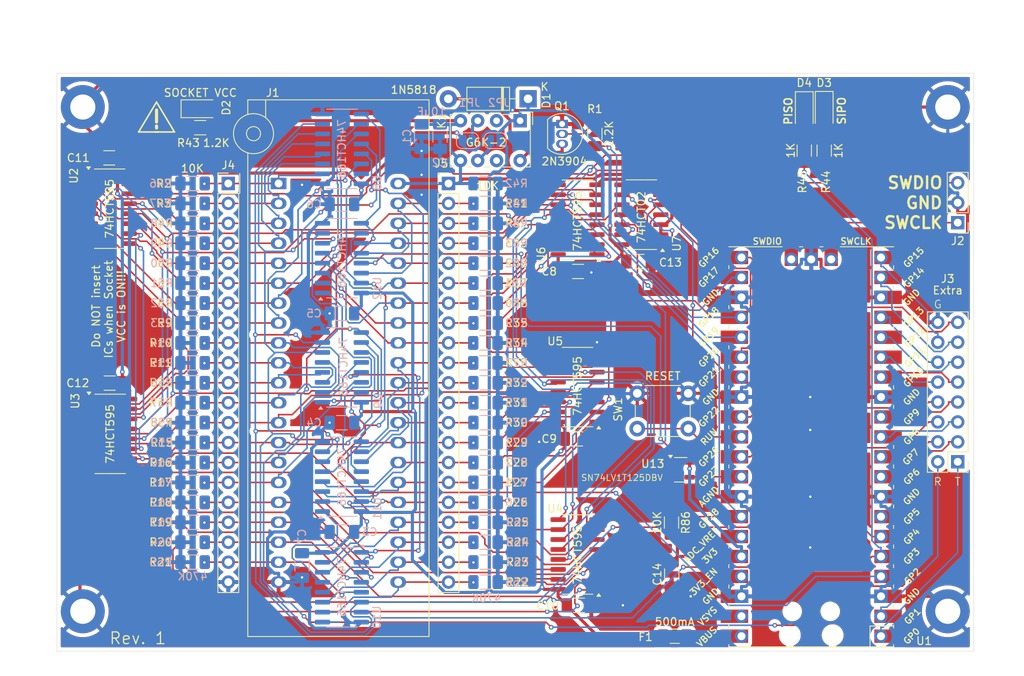
<source format=kicad_pcb>
(kicad_pcb (version 20240108) (generator "pcbnew") (generator_version "8.0")
  (layers (0 "F.Cu" signal) (31 "B.Cu" signal) (34 "B.Paste" user) (35 "F.Paste" user) (36 "B.SilkS" user "B.Silkscreen") (37 "F.SilkS" user "F.Silkscreen") (38 "B.Mask" user) (39 "F.Mask" user) (44 "Edge.Cuts" user))
  (net 0 "")
  (net 1 "GND")
  (net 2 "/SWITCHED_VCC")
  (net 3 "VCC")
  (net 4 "+3V3")
  (net 5 "Net-(D1-A)")
  (net 6 "Net-(D2-K)")
  (net 7 "Net-(D3-A)")
  (net 8 "Net-(D4-A)")
  (net 9 "Net-(U1-VBUS)")
  (net 10 "/ZIF_4")
  (net 11 "/ZIF_2")
  (net 12 "/ZIF_33")
  (net 13 "/ZIF_37")
  (net 14 "/ZIF_26")
  (net 15 "/ZIF_15")
  (net 16 "/ZIF_34")
  (net 17 "/ZIF_11")
  (net 18 "/ZIF_29")
  (net 19 "/ZIF_17")
  (net 20 "/ZIF_22")
  (net 21 "/ZIF_20")
  (net 22 "/ZIF_25")
  (net 23 "/ZIF_3")
  (net 24 "/ZIF_1")
  (net 25 "/ZIF_12")
  (net 26 "/ZIF_31")
  (net 27 "/ZIF_14")
  (net 28 "/ZIF_27")
  (net 29 "/ZIF_8")
  (net 30 "/ZIF_32")
  (net 31 "/ZIF_24")
  (net 32 "/ZIF_41")
  (net 33 "/ZIF_18")
  (net 34 "/ZIF_40")
  (net 35 "/ZIF_13")
  (net 36 "/ZIF_30")
  (net 37 "/ZIF_39")
  (net 38 "/ZIF_7")
  (net 39 "/ZIF_10")
  (net 40 "/ZIF_38")
  (net 41 "/ZIF_23")
  (net 42 "/ZIF_35")
  (net 43 "/ZIF_36")
  (net 44 "/ZIF_6")
  (net 45 "/ZIF_5")
  (net 46 "/ZIF_28")
  (net 47 "/ZIF_16")
  (net 48 "/ZIF_9")
  (net 49 "/ZIF_19")
  (net 50 "Net-(J2-Pin_3)")
  (net 51 "Net-(J2-Pin_1)")
  (net 52 "Net-(JP1-B)")
  (net 53 "Net-(JP2-B)")
  (net 56 "Net-(Q1-B)")
  (net 57 "Net-(R1-Pad1)")
  (net 58 "Net-(U2-QA)")
  (net 59 "Net-(U2-QB)")
  (net 60 "Net-(U2-QC)")
  (net 61 "Net-(U2-QD)")
  (net 62 "Net-(U2-QE)")
  (net 63 "Net-(U2-QF)")
  (net 64 "Net-(U2-QG)")
  (net 65 "Net-(U2-QH)")
  (net 66 "Net-(U3-QA)")
  (net 67 "Net-(U3-QB)")
  (net 68 "Net-(U3-QC)")
  (net 69 "Net-(U3-QD)")
  (net 70 "Net-(U3-QE)")
  (net 71 "Net-(U3-QF)")
  (net 72 "Net-(U3-QG)")
  (net 73 "Net-(U3-QH)")
  (net 74 "Net-(U4-QA)")
  (net 75 "Net-(U4-QB)")
  (net 76 "Net-(U4-QC)")
  (net 77 "Net-(U4-QD)")
  (net 78 "Net-(U4-QE)")
  (net 79 "Net-(U4-QF)")
  (net 80 "Net-(U4-QG)")
  (net 81 "Net-(U4-QH)")
  (net 82 "Net-(U5-QA)")
  (net 83 "Net-(U5-QB)")
  (net 84 "Net-(U5-QC)")
  (net 85 "Net-(U5-QD)")
  (net 86 "Net-(U5-QE)")
  (net 87 "Net-(U5-QF)")
  (net 88 "Net-(U5-QG)")
  (net 89 "Net-(U5-QH)")
  (net 90 "Net-(U6-QA)")
  (net 91 "Net-(U6-QB)")
  (net 92 "Net-(U6-QC)")
  (net 93 "Net-(U6-QD)")
  (net 94 "Net-(U6-QE)")
  (net 95 "Net-(U6-QF)")
  (net 96 "Net-(U6-QG)")
  (net 97 "Net-(U6-QH)")
  (net 98 "/SIPO_CLK")
  (net 99 "/PISO_CLK")
  (net 100 "Net-(U1-RUN)")
  (net 102 "/GPIO13")
  (net 103 "/~{SIPO_OE}")
  (net 105 "/GPIO12")
  (net 106 "/SIPO_SER")
  (net 107 "/GPIO8")
  (net 108 "/GPIO16")
  (net 109 "/GPIO14")
  (net 110 "/GPIO22")
  (net 111 "/GPIO26")
  (net 112 "/SIPO_RCLK")
  (net 113 "/GPIO1")
  (net 114 "/GPIO10")
  (net 115 "/GPIO6")
  (net 116 "/~{SIPO_CLR}")
  (net 117 "/GPIO0")
  (net 118 "/GPIO7")
  (net 120 "/GPIO11")
  (net 121 "/GPIO15")
  (net 122 "/PISO_SH")
  (net 123 "/GPIO9")
  (net 125 "/~{PISO_CLR}")
  (net 126 "/PISO_INH")
  (net 127 "/~{RELAY_ENABLE}")
  (net 128 "/PISO_SER_3V3")
  (net 131 "Net-(U2-QH')")
  (net 132 "Net-(U2-~{OE})")
  (net 133 "Net-(U3-QH')")
  (net 134 "Net-(U4-QH')")
  (net 135 "Net-(U5-QH')")
  (net 137 "Net-(U7-Pad4)")
  (net 138 "Net-(U7-Pad1)")
  (net 139 "Net-(U8-Qh)")
  (net 140 "Net-(U10-Ds)")
  (net 141 "Net-(U10-Qh)")
  (net 142 "Net-(U11-Qh)")
  (net 143 "/PISO_SER")
  (footprint "Resistor_SMD:R_1206_3216Metric_Pad1.30x1.75mm_HandSolder" (layer "F.Cu") (at 148.616 87.719 180)
    (property "Reference" "R29")
    (property "Value" "10K")
  )
  (footprint "Resistor_SMD:R_1206_3216Metric_Pad1.30x1.75mm_HandSolder" (layer "F.Cu") (at 172.309 97.917 -90)
    (property "Reference" "R86")
    (property "Value" "10K")
  )
  (footprint "Resistor_SMD:R_1206_3216Metric_Pad1.30x1.75mm_HandSolder" (layer "F.Cu") (at 111.278 92.799)
    (property "Reference" "R17")
    (property "Value" "10K")
  )
  (footprint "Resistor_SMD:R_1206_3216Metric_Pad1.30x1.75mm_HandSolder" (layer "F.Cu") (at 111.278 62.319)
    (property "Reference" "R5")
    (property "Value" "10K")
  )
  (footprint "Capacitor_SMD:C_1206_3216Metric_Pad1.33x1.80mm_HandSolder" (layer "F.Cu") (at 160.531 108.458)
    (property "Reference" "C10")
    (property "Value" "100nF")
  )
  (footprint "Capacitor_SMD:C_1206_3216Metric_Pad1.33x1.80mm_HandSolder" (layer "F.Cu") (at 168.1125 64.643)
    (property "Reference" "C13")
    (property "Value" "100nF")
  )
  (footprint "Resistor_SMD:R_1206_3216Metric_Pad1.30x1.75mm_HandSolder" (layer "F.Cu") (at 148.616 102.959 180)
    (property "Reference" "R23")
    (property "Value" "10K")
  )
  (footprint "MountingHole:MountingHole_3.2mm_M3_DIN965_Pad" (layer "F.Cu") (at 97.282 109.22)
    (property "Reference" "H4" (hide yes))
    (property "Value" "MountingHole_Pad")
  )
  (footprint "Capacitor_SMD:C_1206_3216Metric_Pad1.33x1.80mm_HandSolder" (layer "F.Cu") (at 160.404 65.913)
    (property "Reference" "C8")
    (property "Value" "100nF")
  )
  (footprint "Capacitor_SMD:C_1206_3216Metric_Pad1.33x1.80mm_HandSolder" (layer "F.Cu") (at 100.708 80.137 180)
    (property "Reference" "C12")
    (property "Value" "100nF")
  )
  (footprint "Diode_THT:D_DO-41_SOD81_P10.16mm_Horizontal" (layer "F.Cu") (at 154.031 43.904 180)
    (property "Reference" "D1")
    (property "Value" "1N5818")
  )
  (footprint "MountingHole:MountingHole_3.2mm_M3_DIN965_Pad" (layer "F.Cu") (at 97.282 44.958)
    (property "Reference" "H3" (hide yes))
    (property "Value" "MountingHole_Pad")
  )
  (footprint "Resistor_SMD:R_1206_3216Metric_Pad1.30x1.75mm_HandSolder" (layer "F.Cu") (at 111.278 69.939)
    (property "Reference" "R8")
    (property "Value" "10K")
  )
  (footprint "Resistor_SMD:R_1206_3216Metric_Pad1.30x1.75mm_HandSolder" (layer "F.Cu") (at 111.278 100.419)
    (property "Reference" "R20")
    (property "Value" "10K")
  )
  (footprint "Resistor_SMD:R_1206_3216Metric_Pad1.30x1.75mm_HandSolder" (layer "F.Cu") (at 111.278 102.959)
    (property "Reference" "R21")
    (property "Value" "10K")
  )
  (footprint "Resistor_SMD:R_1206_3216Metric_Pad1.30x1.75mm_HandSolder" (layer "F.Cu") (at 148.616 95.339 180)
    (property "Reference" "R26")
    (property "Value" "10K")
  )
  (footprint "Resistor_SMD:R_1206_3216Metric_Pad1.30x1.75mm_HandSolder" (layer "F.Cu") (at 148.59 75.019 180)
    (property "Reference" "R34")
    (property "Value" "10K")
  )
  (footprint "Package_SO:SOIC-14_3.9x8.7mm_P1.27mm" (layer "F.Cu") (at 168.47 58.674 180)
    (property "Reference" "U7")
    (property "Value" "74HCT02")
  )
  (footprint "Resistor_SMD:R_1206_3216Metric_Pad1.30x1.75mm_HandSolder" (layer "F.Cu") (at 111.278 64.859)
    (property "Reference" "R6")
    (property "Value" "10K")
  )
  (footprint "Resistor_SMD:R_1206_3216Metric_Pad1.30x1.75mm_HandSolder" (layer "F.Cu") (at 148.616 97.879 180)
    (property "Reference" "R25")
    (property "Value" "10K")
  )
  (footprint "Capacitor_SMD:C_1206_3216Metric_Pad1.33x1.80mm_HandSolder" (layer "F.Cu") (at 100.646 51.435 180)
    (property "Reference" "C11")
    (property "Value" "100nF")
  )
  (footprint "Resistor_SMD:R_1206_3216Metric_Pad1.30x1.75mm_HandSolder" (layer "F.Cu") (at 148.616 80.099 180)
    (property "Reference" "R32")
    (property "Value" "10K")
  )
  (footprint "Resistor_SMD:R_1206_3216Metric_Pad1.30x1.75mm_HandSolder" (layer "F.Cu") (at 148.616 92.799 180)
    (property "Reference" "R27")
    (property "Value" "10K")
  )
  (footprint "Resistor_SMD:R_1206_3216Metric_Pad1.30x1.75mm_HandSolder" (layer "F.Cu") (at 148.616 59.779 180)
    (property "Reference" "R40")
    (property "Value" "10K")
  )
  (footprint "Resistor_SMD:R_1206_3216Metric_Pad1.30x1.75mm_HandSolder" (layer "F.Cu") (at 111.278 72.479)
    (property "Reference" "R9")
    (property "Value" "10K")
  )
  (footprint "Resistor_SMD:R_1206_3216Metric_Pad1.30x1.75mm_HandSolder" (layer "F.Cu") (at 112.2455 47.587)
    (property "Reference" "R43")
    (property "Value" "1.2K")
  )
  (footprint "LED_SMD:LED_1206_3216Metric_Pad1.42x1.75mm_HandSolder" (layer "F.Cu") (at 191.77 45.4295 -90)
    (property "Reference" "D3")
    (property "Value" "SIPO")
  )
  (footprint "Resistor_SMD:R_1206_3216Metric_Pad1.30x1.75mm_HandSolder" (layer "F.Cu") (at 148.616 82.639 180)
    (property "Reference" "R31")
    (property "Value" "10K")
  )
  (footprint "Package_SO:SOIC-16_3.9x9.9mm_P1.27mm" (layer "F.Cu") (at 100.773 86.614)
    (property "Reference" "U3")
    (property "Value" "74HCT595")
  )
  (footprint "LED_SMD:LED_1206_3216Metric_Pad1.42x1.75mm_HandSolder" (layer "F.Cu") (at 112.268 45.174)
    (property "Reference" "D2")
    (property "Value" "SOCKET VCC")
  )
  (footprint "Resistor_SMD:R_1206_3216Metric_Pad1.30x1.75mm_HandSolder" (layer "F.Cu") (at 111.278 75.019)
    (property "Reference" "R10")
    (property "Value" "10K")
  )
  (footprint "Resistor_SMD:R_1206_3216Metric_Pad1.30x1.75mm_HandSolder" (layer "F.Cu") (at 148.616 67.399 180)
    (property "Reference" "R37")
    (property "Value" "10K")
  )
  (footprint "Capacitor_SMD:C_1206_3216Metric_Pad1.33x1.80mm_HandSolder" (layer "F.Cu") (at 172.339 104.521 -90)
    (property "Reference" "C14")
    (property "Value" "100nF")
  )
  (footprint "Resistor_SMD:R_1206_3216Metric_Pad1.30x1.75mm_HandSolder" (layer "F.Cu") (at 111.278 87.719)
    (property "Reference" "R15")
    (property "Value" "10K")
  )
  (footprint "Package_SO:SOIC-16_3.9x9.9mm_P1.27mm" (layer "F.Cu") (at 100.711 57.912)
    (property "Reference" "U2")
    (property "Value" "74HCT595")
  )
  (footprint "Package_TO_SOT_THT:TO-92_Inline" (layer "F.Cu") (at 158.369 47.117 -90)
    (property "Reference" "Q1")
    (property "Value" "2N3904")
  )
  (footprint "Resistor_SMD:R_1206_3216Metric_Pad1.30x1.75mm_HandSolder" (layer "F.Cu") (at 111.278 85.179)
    (property "Reference" "R14")
    (property "Value" "10K")
  )
  (footprint "Resistor_SMD:R_1206_3216Metric_Pad1.30x1.75mm_HandSolder" (layer "F.Cu") (at 148.616 57.239 180)
    (property "Reference" "R41")
    (property "Value" "10K")
  )
  (footprint "Resistor_SMD:R_1206_3216Metric_Pad1.30x1.75mm_HandSolder" (layer "F.Cu") (at 148.616 64.859 180)
    (property "Reference" "R38")
    (property "Value" "10K")
  )
  (footprint "Resistor_SMD:R_1206_3216Metric_Pad1.30x1.75mm_HandSolder" (layer "F.Cu") (at 111.278 59.779)
    (property "Reference" "R4")
    (property "Value" "10K")
  )
  (footprint "Resistor_SMD:R_1206_3216Metric_Pad1.30x1.75mm_HandSolder" (layer "F.Cu") (at 111.278 54.699)
    (property "Reference" "R2")
    (property "Value" "10K")
  )
  (footprint "LED_SMD:LED_1206_3216Metric_Pad1.42x1.75mm_HandSolder" (layer "F.Cu") (at 189.23 45.466 -90)
    (property "Reference" "D4")
    (property "Value" "PISO")
  )
  (footprint "Resistor_SMD:R_1206_3216Metric_Pad1.30x1.75mm_HandSolder" (layer "F.Cu") (at 111.278 82.639)
    (property "Reference" "R13")
    (property "Value" "10K")
  )
  (footprint "Package_TO_SOT_SMD:SOT-23-5" (layer "F.Cu") (at 173.482 91.186)
    (property "Reference" "U13")
    (property "Value" "SN74LV1T125DBV")
  )
  (footprint "Relay_THT:Relay_DPDT_Omron_G6K-2P-Y" (layer "F.Cu") (at 153.015 46.698 -90)
    (property "Reference" "K1")
    (property "Value" "G6K-2")
  )
  (footprint "Button_Switch_THT:SW_PUSH_6mm" (layer "F.Cu") (at 174.446 85.943 180)
    (property "Reference" "SW1")
    (property "Value" "RESET")
  )
  (footprint "Resistor_SMD:R_1206_3216Metric_Pad1.30x1.75mm_HandSolder" (layer "F.Cu") (at 191.77 50.5095 90)
    (property "Reference" "R44")
    (property "Value" "1K")
  )
  (footprint "Resistor_SMD:R_1206_3216Metric_Pad1.30x1.75mm_HandSolder" (layer "F.Cu") (at 111.278 80.099)
    (property "Reference" "R12")
    (property "Value" "10K")
  )
  (footprint "Resistor_SMD:R_1206_3216Metric_Pad1.30x1.75mm_HandSolder" (layer "F.Cu") (at 162.539 48.387 90)
    (property "Reference" "R1")
    (property "Value" "2.2K")
  )
  (footprint "Socket:DIP_Socket-42_W11.9_W12.7_W15.24_W17.78_W18.5_3M_242-1281-00-0602J" (layer "F.Cu") (at 122.239 54.699)
    (property "Reference" "J1")
    (property "Value" "ZIF Socket")
  )
  (footprint "MountingHole:MountingHole_3.2mm_M3_DIN965_Pad" (layer "F.Cu") (at 207.518 44.958)
    (property "Reference" "H1" (hide yes))
    (property "Value" "MountingHole_Pad")
  )
  (footprint "Resistor_SMD:R_1206_3216Metric_Pad1.30x1.75mm_HandSolder" (layer "F.Cu") (at 148.616 72.479 180)
    (property "Reference" "R35")
    (property "Value" "10K")
  )
  (footprint "Resistor_SMD:R_1206_3216Metric_Pad1.30x1.75mm_HandSolder" (layer "F.Cu") (at 148.616 69.939 180)
    (property "Reference" "R36")
    (property "Value" "10K")
  )
  (footprint "Package_SO:SOIC-16_3.9x9.9mm_P1.27mm" (layer "F.Cu") (at 160.339 80.645 180)
    (property "Reference" "U5")
    (property "Value" "74HCT595")
  )
  (footprint "Connector_PinHeader_2.54mm:PinHeader_1x03_P2.54mm_Vertical" (layer "F.Cu") (at 208.788 59.69 180)
    (property "Reference" "J2")
    (property "Value" "Debug Header")
  )
  (footprint "Resistor_SMD:R_1206_3216Metric_Pad1.30x1.75mm_HandSolder" (layer "F.Cu") (at 148.616 105.499 180)
    (property "Reference" "R22")
    (property "Value" "10K")
  )
  (footprint "Package_SO:SOIC-16_3.9x9.9mm_P1.27mm" (layer "F.Cu") (at 160.339 101.981 180)
    (property "Reference" "U4")
    (property "Value" "74HCT595")
  )
  (footprint "Fuse:Fuse_1206_3216Metric_Pad1.42x1.75mm_HandSolder" (layer "F.Cu") (at 172.72 112.395 180)
    (property "Reference" "F1")
    (property "Value" "500mA")
  )
  (footprint "MCU_RaspberryPi_and_Boards:RPi_Pico_SMD_TH" (layer "F.Cu") (at 190.119 88.265 180)
    (property "Reference" "U1")
    (property "Value" "Pico")
  )
  (footprint "Resistor_SMD:R_1206_3216Metric_Pad1.30x1.75mm_HandSolder" (layer "F.Cu") (at 148.616 90.259 180)
    (property "Reference" "R28")
    (property "Value" "10K")
  )
  (footprint "Resistor_SMD:R_1206_3216Metric_Pad1.30x1.75mm_HandSolder" (layer "F.Cu") (at 111.278 95.339)
    (property "Reference" "R18")
    (property "Value" "10K")
  )
  (footprint "Resistor_SMD:R_1206_3216Metric_Pad1.30x1.75mm_HandSolder" (layer "F.Cu") (at 111.278 77.559)
    (property "Reference" "R11")
    (property "Value" "10K")
  )
  (footprint "Resistor_SMD:R_1206_3216Metric_Pad1.30x1.75mm_HandSolder" (layer "F.Cu") (at 111.278 90.259)
    (property "Reference" "R16")
    (property "Value" "10K")
  )
  (footprint "Resistor_SMD:R_1206_3216Metric_Pad1.30x1.75mm_HandSolder" (layer "F.Cu") (at 148.616 85.179 180)
    (property "Reference" "R30")
    (property "Value" "10K")
  )
  (footprint "Connector_PinHeader_2.54mm:PinHeader_2x08_P2.54mm_Vertical" (layer "F.Cu") (at 208.788 90.17 180)
    (property "Reference" "J3")
    (property "Value" "Extra")
  )
  (footprint "Package_SO:SOIC-16_3.9x9.9mm_P1.27mm" (layer "F.Cu") (at 160.339 59.309 180)
    (property "Reference" "U6")
    (property "Value" "74HCT595")
  )
  (footprint "Resistor_SMD:R_1206_3216Metric_Pad1.30x1.75mm_HandSolder" (layer "F.Cu") (at 148.616 62.319 180)
    (property "Reference" "R39")
    (property "Value" "10K")
  )
  (footprint "Resistor_SMD:R_1206_3216Metric_Pad1.30x1.75mm_HandSolder" (layer "F.Cu") (at 111.278 67.399)
    (property "Reference" "R7")
    (property "Value" "10K")
  )
  (footprint "Connector_PinHeader_2.54mm:PinHeader_1x21_P2.54mm_Vertical" (layer "F.Cu") (at 115.824 54.699)
    (property "Reference" "J4")
    (property "Value" "Conn_01x21_Pin")
  )
  (footprint "Resistor_SMD:R_1206_3216Metric_Pad1.30x1.75mm_HandSolder" (layer "F.Cu") (at 189.23 50.5095 90)
    (property "Reference" "R45")
    (property "Value" "1K")
  )
  (footprint "Connector_PinHeader_2.54mm:PinHeader_1x21_P2.54mm_Vertical" (layer "F.Cu") (at 143.891 54.699)
    (property "Reference" "J5")
    (property "Value" "Conn_01x21_Pin")
  )
  (footprint "Resistor_SMD:R_1206_3216Metric_Pad1.30x1.75mm_HandSolder" (layer "F.Cu") (at 148.59 77.559 180)
    (property "Reference" "R33")
    (property "Value" "10K")
  )
  (footprint "MountingHole:MountingHole_3.2mm_M3_DIN965_Pad" (layer "F.Cu") (at 207.518 109.22)
    (property "Reference" "H2" (hide yes))
    (property "Value" "MountingHole_Pad")
  )
  (footprint "Resistor_SMD:R_1206_3216Metric_Pad1.30x1.75mm_HandSolder" (layer "F.Cu") (at 148.616 100.419 180)
    (property "Reference" "R24")
    (property "Value" "10K")
  )
  (footprint "Resistor_SMD:R_1206_3216Metric_Pad1.30x1.75mm_HandSolder" (layer "F.Cu") (at 111.278 57.239)
    (property "Reference" "R3")
    (property "Value" "10K")
  )
  (footprint "Capacitor_SMD:C_1206_3216Metric_Pad1.33x1.80mm_HandSolder" (layer "F.Cu") (at 160.277 87.249)
    (property "Reference" "C9")
    (property "Value" "100nF")
  )
  (footprint "Resistor_SMD:R_1206_3216Metric_Pad1.30x1.75mm_HandSolder" (layer "F.Cu") (at 111.278 97.879)
    (property "Reference" "R19")
    (property "Value" "10K")
  )
  (footprint "Resistor_SMD:R_1206_3216Metric_Pad1.30x1.75mm_HandSolder" (layer "B.Cu") (at 111.278 102.959 180)
    (property "Reference" "R65")
    (property "Value" "470K")
  )
  (footprint "Package_SO:SOIC-16_3.9x9.9mm_P1.27mm" (layer "B.Cu") (at 130.302 78.1378)
    (property "Reference" "U9")
    (property "Value" "74HCT166")
  )
  (footprint "Capacitor_SMD:C_1206_3216Metric_Pad1.33x1.80mm_HandSolder" (layer "B.Cu") (at 130.302 57.3384 180)
    (property "Reference" "C6")
    (property "Value" "100nF")
  )
  (footprint "Capacitor_SMD:C_1206_3216Metric_Pad1.33x1.80mm_HandSolder" (layer "B.Cu") (at 130.302 99.1071 180)
    (property "Reference" "C3")
    (property "Value" "100nF")
  )
  (footprint "Resistor_SMD:R_1206_3216Metric_Pad1.30x1.75mm_HandSolder" (layer "B.Cu") (at 148.616 54.699 180)
    (property "Reference" "R42")
    (property "Value" "470K")
  )
  (footprint "Resistor_SMD:R_1206_3216Metric_Pad1.30x1.75mm_HandSolder" (layer "B.Cu") (at 148.616 92.799)
    (property "Reference" "R71")
    (property "Value" "470K")
  )
  (footprint "Resistor_SMD:R_1206_3216Metric_Pad1.30x1.75mm_HandSolder" (layer "B.Cu") (at 111.278 62.319 180)
    (property "Reference" "R49")
    (property "Value" "470K")
  )
  (footprint "Resistor_SMD:R_1206_3216Metric_Pad1.30x1.75mm_HandSolder" (layer "B.Cu") (at 148.616 69.939)
    (property "Reference" "R80")
    (property "Value" "470K")
  )
  (footprint "Capacitor_SMD:C_1206_3216Metric_Pad1.33x1.80mm_HandSolder" (layer "B.Cu") (at 142.813 48.73 -90)
    (property "Reference" "C2")
    (property "Value" "10uF")
  )
  (footprint "Resistor_SMD:R_1206_3216Metric_Pad1.30x1.75mm_HandSolder" (layer "B.Cu") (at 148.616 105.499)
    (property "Reference" "R66")
    (property "Value" "470K")
  )
  (footprint "Resistor_SMD:R_1206_3216Metric_Pad1.30x1.75mm_HandSolder" (layer "B.Cu") (at 148.616 57.239)
    (property "Reference" "R85")
    (property "Value" "470K")
  )
  (footprint "Jumper:SolderJumper-2_P1.3mm_Bridged_RoundedPad1.0x1.5mm" (layer "B.Cu") (at 146.299 49.238)
    (property "Reference" "JP1")
    (property "Value" "Switch 1")
  )
  (footprint "Capacitor_SMD:C_1206_3216Metric_Pad1.33x1.80mm_HandSolder" (layer "B.Cu") (at 130.302 71.2613 180)
    (property "Reference" "C5")
    (property "Value" "100nF")
  )
  (footprint "Package_SO:SOIC-16_3.9x9.9mm_P1.27mm" (layer "B.Cu") (at 130.302 92.0607)
    (property "Reference" "U11")
    (property "Value" "74HCT166")
  )
  (footprint "Resistor_SMD:R_1206_3216Metric_Pad1.30x1.75mm_HandSolder" (layer "B.Cu") (at 111.278 82.639 180)
    (property "Reference" "R57")
    (property "Value" "470K")
  )
  (footprint "Resistor_SMD:R_1206_3216Metric_Pad1.30x1.75mm_HandSolder" (layer "B.Cu") (at 111.278 72.479 180)
    (property "Reference" "R53")
    (property "Value" "470K")
  )
  (footprint "Resistor_SMD:R_1206_3216Metric_Pad1.30x1.75mm_HandSolder" (layer "B.Cu") (at 148.616 59.779)
    (property "Reference" "R84")
    (property "Value" "470K")
  )
  (footprint "Capacitor_SMD:C_1206_3216Metric_Pad1.33x1.80mm_HandSolder" (layer "B.Cu") (at 130.302 85.1842 180)
    (property "Reference" "C4")
    (property "Value" "100nF")
  )
  (footprint "Resistor_SMD:R_1206_3216Metric_Pad1.30x1.75mm_HandSolder" (layer "B.Cu") (at 148.616 102.959)
    (property "Reference" "R67")
    (property "Value" "470K")
  )
  (footprint "Resistor_SMD:R_1206_3216Metric_Pad1.30x1.75mm_HandSolder" (layer "B.Cu") (at 111.278 97.879 180)
    (property "Reference" "R63")
    (property "Value" "470K")
  )
  (footprint "Jumper:SolderJumper-2_P1.3mm_Open_RoundedPad1.0x1.5mm" (layer "B.Cu") (at 149.84 49.238 180)
    (property "Reference" "JP2")
    (property "Value" "Switch 2")
  )
  (footprint "Resistor_SMD:R_1206_3216Metric_Pad1.30x1.75mm_HandSolder" (layer "B.Cu") (at 111.278 90.259 180)
    (property "Reference" "R60")
    (property "Value" "470K")
  )
  (footprint "Package_SO:SOIC-16_3.9x9.9mm_P1.27mm" (layer "B.Cu") (at 130.302 50.292)
    (property "Reference" "U8")
    (property "Value" "74HCT166")
  )
  (footprint "Resistor_SMD:R_1206_3216Metric_Pad1.30x1.75mm_HandSolder" (layer "B.Cu") (at 111.278 64.859 180)
    (property "Reference" "R50")
    (property "Value" "470K")
  )
  (footprint "Resistor_SMD:R_1206_3216Metric_Pad1.30x1.75mm_HandSolder" (layer "B.Cu") (at 111.278 95.339 180)
    (property "Reference" "R62")
    (property "Value" "470K")
  )
  (footprint "Resistor_SMD:R_1206_3216Metric_Pad1.30x1.75mm_HandSolder" (layer "B.Cu") (at 111.278 69.939 180)
    (property "Reference" "R52")
    (property "Value" "470K")
  )
  (footprint "Resistor_SMD:R_1206_3216Metric_Pad1.30x1.75mm_HandSolder" (layer "B.Cu") (at 148.616 72.479)
    (property "Reference" "R79")
    (property "Value" "470K")
  )
  (footprint "Resistor_SMD:R_1206_3216Metric_Pad1.30x1.75mm_HandSolder" (layer "B.Cu") (at 111.278 87.719 180)
    (property "Reference" "R59")
    (property "Value" "470K")
  )
  (footprint "Resistor_SMD:R_1206_3216Metric_Pad1.30x1.75mm_HandSolder" (layer "B.Cu") (at 111.278 54.699 180)
    (property "Reference" "R46")
    (property "Value" "470K" (hide yes))
  )
  (footprint "Resistor_SMD:R_1206_3216Metric_Pad1.30x1.75mm_HandSolder" (layer "B.Cu") (at 148.616 87.719)
    (property "Reference" "R73")
    (property "Value" "470K")
  )
  (footprint "Resistor_SMD:R_1206_3216Metric_Pad1.30x1.75mm_HandSolder" (layer "B.Cu") (at 148.616 85.179)
    (property "Reference" "R74")
    (property "Value" "470K")
  )
  (footprint "Resistor_SMD:R_1206_3216Metric_Pad1.30x1.75mm_HandSolder" (layer "B.Cu") (at 148.59 77.559)
    (property "Reference" "R77")
    (property "Value" "470K")
  )
  (footprint "Resistor_SMD:R_1206_3216Metric_Pad1.30x1.75mm_HandSolder" (layer "B.Cu") (at 148.616 67.399)
    (property "Reference" "R81")
    (property "Value" "470K")
  )
  (footprint "Resistor_SMD:R_1206_3216Metric_Pad1.30x1.75mm_HandSolder" (layer "B.Cu") (at 148.616 100.419)
    (property "Reference" "R68")
    (property "Value" "470K")
  )
  (footprint "Resistor_SMD:R_1206_3216Metric_Pad1.30x1.75mm_HandSolder" (layer "B.Cu") (at 111.278 57.239 180)
    (property "Reference" "R47")
    (property "Value" "470K")
  )
  (footprint "Package_SO:SOIC-16_3.9x9.9mm_P1.27mm" (layer "B.Cu") (at 130.302 106.1536 180)
    (property "Reference" "U10")
    (property "Value" "74HCT166")
  )
  (footprint "Resistor_SMD:R_1206_3216Metric_Pad1.30x1.75mm_HandSolder" (layer "B.Cu") (at 111.278 100.419 180)
    (property "Reference" "R64")
    (property "Value" "470K")
  )
  (footprint "Resistor_SMD:R_1206_3216Metric_Pad1.30x1.75mm_HandSolder" (layer "B.Cu") (at 111.278 92.799 180)
    (property "Reference" "R61")
    (property "Value" "470K")
  )
  (footprint "Capacitor_SMD:C_1206_3216Metric_Pad1.33x1.80mm_HandSolder" (layer "B.Cu") (at 140.462 48.73 -90)
    (property "Reference" "C1")
    (property "Value" "100nF")
  )
  (footprint "Resistor_SMD:R_1206_3216Metric_Pad1.30x1.75mm_HandSolder" (layer "B.Cu") (at 111.278 67.399 180)
    (property "Reference" "R51")
    (property "Value" "470K")
  )
  (footprint "Resistor_SMD:R_1206_3216Metric_Pad1.30x1.75mm_HandSolder" (layer "B.Cu") (at 148.616 62.319)
    (property "Reference" "R83")
    (property "Value" "470K")
  )
  (footprint "Resistor_SMD:R_1206_3216Metric_Pad1.30x1.75mm_HandSolder" (layer "B.Cu") (at 148.616 95.339)
    (property "Reference" "R70")
    (property "Value" "470K")
  )
  (footprint "Package_SO:SOIC-16_3.9x9.9mm_P1.27mm" (layer "B.Cu") (at 130.302 64.2149)
    (property "Reference" "U12")
    (property "Value" "74HCT166")
  )
  (footprint "Capacitor_SMD:C_1206_3216Metric_Pad1.33x1.80mm_HandSolder" (layer "B.Cu") (at 125.222 103.378 -90)
    (property "Reference" "C7")
    (property "Value" "100nF")
  )
  (footprint "Resistor_SMD:R_1206_3216Metric_Pad1.30x1.75mm_HandSolder" (layer "B.Cu") (at 111.278 85.179 180)
    (property "Reference" "R58")
    (property "Value" "470K")
  )
  (footprint "Resistor_SMD:R_1206_3216Metric_Pad1.30x1.75mm_HandSolder" (layer "B.Cu") (at 148.616 64.859)
    (property "Reference" "R82")
    (property "Value" "470K")
  )
  (footprint "Resistor_SMD:R_1206_3216Metric_Pad1.30x1.75mm_HandSolder" (layer "B.Cu") (at 148.616 80.099)
    (property "Reference" "R76")
    (property "Value" "470K")
  )
  (footprint "Resistor_SMD:R_1206_3216Metric_Pad1.30x1.75mm_HandSolder" (layer "B.Cu") (at 148.616 97.879)
    (property "Reference" "R69")
    (property "Value" "470K")
  )
  (footprint "Resistor_SMD:R_1206_3216Metric_Pad1.30x1.75mm_HandSolder" (layer "B.Cu") (at 111.278 75.019 180)
    (property "Reference" "R54")
    (property "Value" "470K")
  )
  (footprint "Resistor_SMD:R_1206_3216Metric_Pad1.30x1.75mm_HandSolder" (layer "B.Cu") (at 148.616 82.639)
    (property "Reference" "R75")
    (property "Value" "470K")
  )
  (footprint "Resistor_SMD:R_1206_3216Metric_Pad1.30x1.75mm_HandSolder" (layer "B.Cu") (at 111.278 80.099 180)
    (property "Reference" "R56")
    (property "Value" "470K")
  )
  (footprint "Resistor_SMD:R_1206_3216Metric_Pad1.30x1.75mm_HandSolder" (layer "B.Cu") (at 148.59 75.019)
    (property "Reference" "R78")
    (property "Value" "470K")
  )
  (footprint "Resistor_SMD:R_1206_3216Metric_Pad1.30x1.75mm_HandSolder" (layer "B.Cu") (at 111.278 59.779 180)
    (property "Reference" "R48")
    (property "Value" "470K")
  )
  (footprint "Resistor_SMD:R_1206_3216Metric_Pad1.30x1.75mm_HandSolder" (layer "B.Cu") (at 148.616 90.259)
    (property "Reference" "R72")
    (property "Value" "470K")
  )
  (footprint "Resistor_SMD:R_1206_3216Metric_Pad1.30x1.75mm_HandSolder" (layer "B.Cu") (at 111.278 77.559 180)
    (property "Reference" "R55")
    (property "Value" "470K")
  )
  (gr_line (start 106.68 44.323) (end 104.394 48.133) (stroke (width 0.2)) (layer "F.SilkS"))
  (gr_line (start 106.68 47.625) (end 106.68 47.371) (stroke (width 0.4)) (layer "F.SilkS"))
  (gr_line (start 106.68 46.863) (end 106.68 45.339) (stroke (width 0.4)) (layer "F.SilkS"))
  (gr_line (start 106.68 44.323) (end 108.966 48.133) (stroke (width 0.2)) (layer "F.SilkS"))
  (gr_line (start 104.394 48.133) (end 106.934 48.133) (stroke (width 0.2)) (layer "F.SilkS"))
  (gr_line (start 108.966 48.133) (end 106.426 48.133) (stroke (width 0.2)) (layer "F.SilkS"))
  (gr_line (start 93.98 114.3) (end 93.98 40.64) (stroke (width 0.05)) (layer "Edge.Cuts"))
  (gr_line (start 93.98 40.64) (end 210.82 40.64) (stroke (width 0.05)) (layer "Edge.Cuts"))
  (gr_line (start 210.82 40.64) (end 210.82 114.3) (stroke (width 0.05)) (layer "Edge.Cuts"))
  (gr_line (start 210.82 114.3) (end 93.98 114.3) (stroke (width 0.05)) (layer "Edge.Cuts"))
  (gr_text "GND" (at 206.988 57.165 0) (layer "F.SilkS") (effects (font (size 1.5 1.5) (thickness 0.3) (bold yes)) (justify right)))
  (gr_text "G" (at 206.248 70.104 0) (layer "F.SilkS") (effects (font (size 1 1) (thickness 0.1))))
  (gr_text "T" (at 208.788 92.71 0) (layer "F.SilkS") (effects (font (size 1 1) (thickness 0.1))))
  (gr_text "R" (at 206.248 92.71 0) (layer "F.SilkS") (effects (font (size 1 1) (thickness 0.1))))
  (gr_text "SWCLK" (at 207.01 59.69 0) (layer "F.SilkS") (effects (font (size 1.5 1.5) (thickness 0.3) (bold yes)) (justify right)))
  (gr_text "Do NOT insert\nICs when Socket \nVCC is ON!!!" (at 100.584 70.358 90) (layer "F.SilkS") (effects (font (size 1 1))))
  (gr_text "Rev. 1" (at 100.584 113.538 0) (layer "F.SilkS") (effects (font (size 1.5 1.5)) (justify left bottom)))
  (gr_text "SWDIO" (at 207.01 54.61 0) (layer "F.SilkS") (effects (font (size 1.5 1.5) (thickness 0.3) (bold yes)) (justify right)))
  (gr_text "SWCLK" (at 195.819 62.065 0) (layer "F.SilkS") (effects (font (size 0.8 0.8))))
  (segment (start 169.9645 108.458) (end 172.339 106.0835) (width 0.4) (layer "F.Cu") (net 1))
  (segment (start 204.9963 72.39) (end 201.8213 69.215) (width 0.4) (layer "F.Cu") (net 1))
  (segment (start 171.2766 90.7699) (end 171.8105 90.236) (width 0.4) (layer "F.Cu") (net 1))
  (segment (start 172.339 106.0835) (end 173.5705 107.315) (width 0.4) (layer "F.Cu") (net 1))
  (segment (start 170.0925 68.0103) (end 169.6109 68.4919) (width 0.4) (layer "F.Cu") (net 1))
  (segment (start 170.0925 68.0103) (end 170.0925 65.0605) (width 0.4) (layer "F.Cu") (net 1))
  (segment (start 96.9196 81.7153) (end 96.9196 88.392) (width 0.4) (layer "F.Cu") (net 1))
  (segment (start 210.0397 60.9966) (end 210.0397 58.585) (width 0.4) (layer "F.Cu") (net 1))
  (segment (start 179.5053 81.443) (end 179.9773 81.915) (width 0.4) (layer "F.Cu") (net 1))
  (segment (start 96.9196 108.8576) (end 97.282 109.22) (width 0.4) (layer "F.Cu") (net 1))
  (segment (start 168.7159 55.9079) (end 168.7556 55.8682) (width 0.4) (layer "F.Cu") (net 1))
  (segment (start 98.4979 80.137) (end 96.9196 81.7153) (width 0.4) (layer "F.Cu") (net 1))
  (segment (start 161.8395 87.249) (end 162.4294 87.249) (width 0.4) (layer "F.Cu") (net 1))
  (segment (start 181.229 107.315) (end 174.752 107.315) (width 0.4) (layer "F.Cu") (net 1))
  (segment (start 167.946 81.443) (end 167.946 82.879) (width 0.4) (layer "F.Cu") (net 1))
  (segment (start 195.2037 69.215) (end 191.3707 65.382) (width 0.4) (layer "F.Cu") (net 1))
  (segment (start 173.5705 107.315) (end 174.752 107.315) (width 0.4) (layer "F.Cu") (net 1))
  (segment (start 169.6109 68.4919) (end 164.5454 68.4919) (width 0.4) (layer "F.Cu") (net 1))
  (segment (start 209.8564 58.4017) (end 208.788 58.4017) (width 0.4) (layer "F.Cu") (net 1))
  (segment (start 181.229 94.615) (end 199.009 94.615) (width 0.4) (layer "F.Cu") (net 1))
  (segment (start 166.116 91.7321) (end 167.0939 92.71) (width 0.4) (layer "F.Cu") (net 1))
  (segment (start 167.0939 93.3604) (end 167.0939 92.71) (width 0.4) (layer "F.Cu") (net 1))
  (segment (start 99.0835 51.435) (end 99.0835 48.8671) (width 0.4) (layer "F.Cu") (net 1))
  (segment (start 191.516 57.15) (end 190.119 58.547) (width 0.4) (layer "F.Cu") (net 1))
  (segment (start 167.946 81.443) (end 174.446 81.443) (width 0.4) (layer "F.Cu") (net 1))
  (segment (start 181.229 69.215) (end 179.9773 69.215) (width 0.4) (layer "F.Cu") (net 1))
  (segment (start 205.613 107.315) (end 207.518 109.22) (width 0.4) (layer "F.Cu") (net 1))
  (segment (start 191.3707 65.382) (end 191.3707 64.365) (width 0.4) (layer "F.Cu") (net 1))
  (segment (start 181.229 81.915) (end 179.9773 81.915) (width 0.4) (layer "F.Cu") (net 1))
  (segment (start 174.8235 94.615) (end 181.229 94.615) (width 0.4) (layer "F.Cu") (net 1))
  (segment (start 169.675 64.643) (end 168.7159 63.6839) (width 0.4) (layer "F.Cu") (net 1))
  (segment (start 158.369 47.117) (end 158.369 46.1903) (width 0.4) (layer "F.Cu") (net 1))
  (segment (start 170.0925 65.0605) (end 169.675 64.643) (width 0.4) (layer "F.Cu") (net 1))
  (segment (start 170.945 54.864) (end 169.7598 54.864) (width 0.4) (layer "F.Cu") (net 1))
  (segment (start 171.8105 90.236) (end 172.3445 90.236) (width 0.4) (layer "F.Cu") (net 1))
  (segment (start 115.824 105.499) (end 122.239 105.499) (width 0.4) (layer "F.Cu") (net 1))
  (segment (start 162.9183 97.536) (end 167.0939 93.3604) (width 0.4) (layer "F.Cu") (net 1))
  (segment (start 163.5303 54.1613) (end 167.0487 54.1613) (width 0.4) (layer "F.Cu") (net 1))
  (segment (start 161.8395 87.249) (end 166.116 87.249) (width 0.4) (layer "F.Cu") (net 1))
  (segment (start 199.009 69.215) (end 195.2037 69.215) (width 0.4) (layer "F.Cu") (net 1))
  (segment (start 191.7335 43.9785) (end 191.77 43.942) (width 0.4) (layer "F.Cu") (net 1))
  (segment (start 210.0397 58.585) (end 209.8564 58.4017) (width 0.4) (layer "F.Cu") (net 1))
  (segment (start 98.236 62.357) (end 98.236 79.8751) (width 0.4) (layer "F.Cu") (net 1))
  (segment (start 206.248 72.39) (end 204.9963 72.39) (width 0.4) (layer "F.Cu") (net 1))
  (segment (start 169.7598 54.864) (end 168.7556 55.8682) (width 0.4) (layer "F.Cu") (net 1))
  (segment (start 97.282 44.958) (end 97.282 44.196) (width 0.4) (layer "F.Cu") (net 1))
  (segment (start 162.814 76.2) (end 162.814 74.93) (width 0.4) (layer "F.Cu") (net 1))
  (segment (start 152.1097 45.4057) (end 157.5844 45.4057) (width 0.4) (layer "F.Cu") (net 1))
  (segment (start 189.23 43.9785) (end 191.7335 43.9785) (width 0.4) (layer "F.Cu") (net 1))
  (segment (start 97.7981 91.059) (end 98.298 91.059) (width 0.4) (layer "F.Cu") (net 1))
  (segment (start 162.4294 87.249) (end 162.4294 87.4715) (width 0.4) (layer "F.Cu") (net 1))
  (segment (start 162.0935 108.458) (end 169.9645 108.458) (width 0.4) (layer "F.Cu") (net 1))
  (segment (start 171.2766 92.136) (end 172.3445 92.136) (width 0.4) (layer "F.Cu") (net 1))
  (segment (start 192.786 44.958) (end 191.77 43.942) (width 0.4) (layer "F.Cu") (net 1))
  (segment (start 162.814 70.2233) (end 164.5454 68.4919) (width 0.4) (layer "F.Cu") (net 1))
  (segment (start 162.814 54.864) (end 162.8276 54.864) (width 0.4) (layer "F.Cu") (net 1))
  (segment (start 112.5154 48.8671) (end 113.7955 47.587) (width 0.4) (layer "F.Cu") (net 1))
  (segment (start 162.814 74.93) (end 162.814 70.2233) (width 0.4) (layer "F.Cu") (net 1))
  (segment (start 157.5844 45.4057) (end 158.369 46.1903) (width 0.4) (layer "F.Cu") (net 1))
  (segment (start 97.282 44.958) (end 97.282 47.0656) (width 0.4) (layer "F.Cu") (net 1))
  (segment (start 166.116 84.709) (end 166.116 87.249) (width 0.4) (layer "F.Cu") (net 1))
  (segment (start 162.8276 54.864) (end 163.5303 54.1613) (width 0.4) (layer "F.Cu") (net 1))
  (segment (start 99.0835 51.435) (end 98.4593 51.435) (width 0.4) (layer "F.Cu") (net 1))
  (segment (start 162.0935 66.04) (end 164.5454 68.4919) (width 0.4) (layer "F.Cu") (net 1))
  (segment (start 167.0487 54.1613) (end 168.7556 55.8682) (width 0.4) (layer "F.Cu") (net 1))
  (segment (start 168.7159 63.6839) (end 168.7159 55.9079) (width 0.4) (layer "F.Cu") (net 1))
  (segment (start 167.0939 92.71) (end 167.0939 92.136) (width 0.4) (layer "F.Cu") (net 1))
  (segment (start 172.3445 92.136) (end 174.8235 94.615) (width 0.4) (layer "F.Cu") (net 1))
  (segment (start 178.7726 68.0103) (end 170.0925 68.0103) (width 0.4) (layer "F.Cu") (net 1))
  (segment (start 96.8559 61.4691) (end 97.7438 62.357) (width 0.4) (layer "F.Cu") (net 1))
  (segment (start 96.8559 53.0384) (end 96.8559 61.4691) (width 0.4) (layer "F.Cu") (net 1))
  (segment (start 96.9196 88.392) (end 96.9196 90.1805) (width 0.4) (layer "F.Cu") (net 1))
  (segment (start 204.343 41.783) (end 207.518 44.958) (width 0.4) (layer "F.Cu") (net 1))
  (segment (start 207.518 44.958) (end 192.786 44.958) (width 0.4) (layer "F.Cu") (net 1))
  (segment (start 166.116 87.249) (end 166.116 91.7321) (width 0.4) (layer "F.Cu") (net 1))
  (segment (start 189.992 81.915) (end 181.229 81.915) (width 0.4) (layer "F.Cu") (net 1))
  (segment (start 199.009 81.915) (end 189.992 81.915) (width 0.4) (layer "F.Cu") (net 1))
  (segment (start 98.236 79.8751) (end 98.4979 80.137) (width 0.4) (layer "F.Cu") (net 1))
  (segment (start 98.4593 51.435) (end 96.8559 53.0384) (width 0.4) (layer "F.Cu") (net 1))
  (segment (start 190.119 58.547) (end 190.119 64.365) (width 0.4) (layer "F.Cu") (net 1))
  (segment (start 201.8213 69.215) (end 199.009 69.215) (width 0.4) (layer "F.Cu") (net 1))
  (segment (start 99.695 41.783) (end 204.343 41.783) (width 0.4) (layer "F.Cu") (net 1))
  (segment (start 99.0835 48.8671) (end 112.5154 48.8671) (width 0.4) (layer "F.Cu") (net 1))
  (segment (start 162.814 97.536) (end 162.9183 97.536) (width 0.4) (layer "F.Cu") (net 1))
  (segment (start 97.7438 62.357) (end 98.236 62.357) (width 0.4) (layer "F.Cu") (net 1))
  (segment (start 99.1455 80.137) (end 98.4979 80.137) (width 0.4) (layer "F.Cu") (net 1))
  (segment (start 171.2766 92.136) (end 171.2766 90.7699) (width 0.4) (layer "F.Cu") (net 1))
  (segment (start 208.788 57.15) (end 208.788 58.4017) (width 0.4) (layer "F.Cu") (net 1))
  (segment (start 179.9773 69.215) (end 178.7726 68.0103) (width 0.4) (layer "F.Cu") (net 1))
  (segment (start 174.446 81.443) (end 179.5053 81.443) (width 0.4) (layer "F.Cu") (net 1))
  (segment (start 96.9196 90.1805) (end 97.7981 91.059) (width 0.4) (layer "F.Cu") (net 1))
  (segment (start 97.282 47.0656) (end 99.0835 48.8671) (width 0.4) (layer "F.Cu") (net 1))
  (segment (start 167.946 82.879) (end 166.116 84.709) (width 0.4) (layer "F.Cu") (net 1))
  (segment (start 208.788 57.15) (end 191.516 57.15) (width 0.4) (layer "F.Cu") (net 1))
  (segment (start 199.009 107.315) (end 205.613 107.315) (width 0.4) (layer "F.Cu") (net 1))
  (segment (start 190.119 64.365) (end 191.3707 64.365) (width 0.4) (layer "F.Cu") (net 1))
  (segment (start 167.0939 92.136) (end 171.2766 92.136) (width 0.4) (layer "F.Cu") (net 1))
  (segment (start 140.462 53.594) (end 140.462 56.134) (width 0.4) (layer "F.Cu") (net 1))
  (segment (start 152.0501 45.3461) (end 152.1097 45.4057) (width 0.4) (layer "F.Cu") (net 1))
  (segment (start 161.9665 65.913) (end 162.0935 66.04) (width 0.4) (layer "F.Cu") (net 1))
  (segment (start 97.282 44.196) (end 99.695 41.783) (width 0.4) (layer "F.Cu") (net 1))
  (segment (start 201.8213 69.215) (end 210.0397 60.9966) (width 0.4) (layer "F.Cu") (net 1))
  (segment (start 96.9196 88.392) (end 96.9196 108.8576) (width 0.4) (layer "F.Cu") (net 1))
  (via (at 155.448 87.63) (size 0.6) (drill 0.3) (layers "F.Cu" "B.Cu") (net 1))
  (via (at 128.7395 71.2613) (size 0.6) (drill 0.3) (layers "F.Cu" "B.Cu") (net 1))
  (via (at 189.992 86.106) (size 0.6) (drill 0.3) (layers "F.Cu" "B.Cu") (net 1))
  (via (at 162.0935 66.04) (size 0.6) (drill 0.3) (layers "F.Cu" "B.Cu") (net 1))
  (via (at 125.222 54.864) (size 0.6) (drill 0.3) (layers "F.Cu" "B.Cu") (net 1))
  (via (at 189.992 101.092) (size 0.6) (drill 0.3) (layers "F.Cu" "B.Cu") (net 1))
  (via (at 190 94.615) (size 0.6) (drill 0.3) (layers "F.Cu" "B.Cu") (net 1))
  (via (at 125.222 104.902) (size 0.6) (drill 0.3) (layers "F.Cu" "B.Cu") (net 1))
  (via (at 174.752 107.315) (size 0.6) (drill 0.3) (layers "F.Cu" "B.Cu") (net 1))
  (via (at 140.462 53.594) (size 0.6) (drill 0.3) (layers "F.Cu" "B.Cu") (net 1))
  (via (at 152.0501 45.3461) (size 0.6) (drill 0.3) (layers "F.Cu" "B.Cu") (net 1))
  (via (at 140.462 56.134) (size 0.6) (drill 0.3) (layers "F.Cu" "B.Cu") (net 1))
  (via (at 162.814 74.93) (size 0.6) (drill 0.3) (layers "F.Cu" "B.Cu") (net 1))
  (via (at 128.7395 85.1842) (size 0.6) (drill 0.3) (layers "F.Cu" "B.Cu") (net 1))
  (via (at 140.462 50.546) (size 0.6) (drill 0.3) (layers "F.Cu" "B.Cu") (net 1))
  (via (at 189.992 81.915) (size 0.6) (drill 0.3) (layers "F.Cu" "B.Cu") (net 1))
  (via (at 166.116 108.458) (size 0.6) (drill 0.3) (layers "F.Cu" "B.Cu") (net 1))
  (segment (start 122.789 105.499) (end 123.6407 105.499) (width 0.4) (layer "B.Cu") (net 1))
  (segment (start 208.2693 55.8983) (end 208.788 55.8983) (width 0.4) (layer "B.Cu") (net 1))
  (segment (start 182.5848 71.1707) (end 188.8673 64.8882) (width 0.4) (layer "B.Cu") (net 1))
  (segment (start 140.462 50.2925) (end 142.813 50.2925) (width 0.4) (layer "B.Cu") (net 1))
  (segment (start 122.789 105.499) (end 122.239 105.499) (width 0.4) (layer "B.Cu") (net 1))
  (segment (start 109.728 85.179) (end 109.728 82.639) (width 0.4) (layer "B.Cu") (net 1))
  (segment (start 208.788 57.15) (end 208.788 55.8983) (width 0.4) (layer "B.Cu") (net 1))
  (segment (start 150.166 92.799) (end 150.166 95.339) (width 0.4) (layer "B.Cu") (net 1))
  (segment (start 150.166 62.319) (end 150.166 64.859) (width 0.4) (layer "B.Cu") (net 1))
  (segment (start 199.009 107.315) (end 199.009 106.0633) (width 0.4) (layer "B.Cu") (net 1))
  (segment (start 190 94.615) (end 190 86.114) (width 0.4) (layer "B.Cu") (net 1))
  (segment (start 181.7767 106.0633) (end 181.229 106.0633) (width 0.4) (layer "B.Cu") (net 1))
  (segment (start 157.2173 49.3903) (end 157.2173 47.117) (width 0.4) (layer "B.Cu") (net 1))
  (segment (start 117.4055 45.847) (end 109.728 53.5245) (width 0.4) (layer "B.Cu") (net 1))
  (segment (start 109.728 57.239) (end 109.728 54.699) (width 0.4) (layer "B.Cu") (net 1))
  (segment (start 120.8312 103.5304) (end 120.8312 99.9032) (width 0.4) (layer "B.Cu") (net 1))
  (segment (start 150.166 77.559) (end 150.14 77.559) (width 0.4) (layer "B.Cu") (net 1))
  (segment (start 109.728 77.559) (end 109.728 75.019) (width 0.4) (layer "B.Cu") (net 1))
  (segment (start 150.166 54.9178) (end 150.166 57.239) (width 0.4) (layer "B.Cu") (net 1))
  (segment (start 135.3137 45.1442) (end 129.9211 45.1442) (width 0.4) (layer "B.Cu") (net 1))
  (segment (start 182.4807 79.9592) (end 182.4807 71.1707) (width 0.4) (layer "B.Cu") (net 1))
  (segment (start 109.728 59.779) (end 109.728 57.239) (width 0.4) (layer "B.Cu") (net 1))
  (segment (start 128.7395 57.3384) (end 127.827 56.4259) (width 0.4) (layer "B.Cu") (net 1))
  (segment (start 126.4476 88.4693) (end 127.3012 87.6157) (width 0.4) (layer "B.Cu") (net 1))
  (segment (start 150.166 81.482) (end 150.166 82.639) (width 0.4) (layer "B.Cu") (net 1))
  (segment (start 200.2607 96.5708) (end 200.2607 105.3593) (width 0.4) (layer "B.Cu") (net 1))
  (segment (start 190 94.615) (end 190 101.084) (width 0.4) (layer "B.Cu") (net 1))
  (segment (start 181.229 69.215) (end 181.229 70.4667) (width 0.4) (layer "B.Cu") (net 1))
  (segment (start 109.728 53.5245) (end 105.8485 53.5245) (width 0.4) (layer "B.Cu") (net 1))
  (segment (start 150.166 100.419) (end 150.166 102.959) (width 0.4) (layer "B.Cu") (net 1))
  (segment (start 109.728 69.939) (end 109.728 67.399) (width 0.4) (layer "B.Cu") (net 1))
  (segment (start 181.7766 95.8667) (end 182.4807 96.5708) (width 0.4) (layer "B.Cu") (net 1))
  (segment (start 109.728 104.1335) (end 102.3685 104.1335) (width 0.4) (layer "B.Cu") (net 1))
  (segment (start 167.907 81.482) (end 167.946 81.443) (width 0.4) (layer "B.Cu") (net 1))
  (segment (start 127.827 45.847) (end 117.4055 45.847) (width 0.4) (layer "B.Cu") (net 1))
  (segment (start 150.166 102.959) (end 150.166 105.499) (width 0.4) (layer "B.Cu") (net 1))
  (segment (start 207.518 44.958) (end 207.518 55.147) (width 0.4) (layer "B.Cu") (net 1))
  (segment (start 123.6407 105.499) (end 124.6635 105.499) (width 0.4) (layer "B.Cu") (net 1))
  (segment (start 111.0935 105.499) (end 109.728 104.1335) (width 0.4) (layer "B.Cu") (net 1))
  (segment (start 200.2607 105.3593) (end 199.5567 106.0633) (width 0.4) (layer "B.Cu") (net 1))
  (segment (start 125.349 54.737) (end 125.222 54.864) (width 0.4) (layer "B.Cu") (net 1))
  (segment (start 150.166 69.939) (end 150.166 72.479) (width 0.4) (layer "B.Cu") (net 1))
  (segment (start 189.992 86.106) (end 189.992 81.915) (width 0.4) (layer "B.Cu") (net 1))
  (segment (start 137.8889 47.7194) (end 135.3137 45.1442) (width 0.4) (layer "B.Cu") (net 1))
  (segment (start 150.166 85.179) (end 150.166 87.719) (width 0.4) (layer "B.Cu") (net 1))
  (segment (start 182.4807 71.1707) (end 182.5848 71.1707) (width 0.4) (layer "B.Cu") (net 1))
  (segment (start 109.728 67.399) (end 109.728 64.859) (width 0.4) (layer "B.Cu") (net 1))
  (segment (start 150.166 97.879) (end 150.166 100.419) (width 0.4) (layer "B.Cu") (net 1))
  (segment (start 190.119 64.365) (end 188.8673 64.365) (width 0.4) (layer "B.Cu") (net 1))
  (segment (start 150.166 59.779) (end 150.166 62.319) (width 0.4) (layer "B.Cu") (net 1))
  (segment (start 182.4807 71.1707) (end 181.7767 70.4667) (width 0.4) (layer "B.Cu") (net 1))
  (segment (start 140.162 45.4463) (end 151.9499 45.4463) (width 0.4) (layer "B.Cu") (net 1))
  (segment (start 129.2183 45.847) (end 129.2183 53.879) (width 0.4) (layer "B.Cu") (net 1))
  (segment (start 150.166 87.719) (end 150.166 90.259) (width 0.4) (layer "B.Cu") (net 1))
  (segment (start 151.6898 54.9178) (end 157.2173 49.3903) (width 0.4) (layer "B.Cu") (net 1))
  (segment (start 128.7395 71.2613) (end 128.7395 72.7803) (width 0.4) (layer "B.Cu") (net 1))
  (segment (start 121.6781 104.3773) (end 120.8312 103.5304) (width 0.4) (layer "B.Cu") (net 1))
  (segment (start 181.229 81.915) (end 181.229 80.6633) (width 0.4) (layer "B.Cu") (net 1))
  (segment (start 126.4476 99.1071) (end 126.4476 88.4693) (width 0.4) (layer "B.Cu") (net 1))
  (segment (start 128.0556 71.2613) (end 126.0335 69.2392) (width 0.4) (layer "B.Cu") (net 1))
  (segment (start 150.166 72.479) (end 150.166 75.019) (width 0.4) (layer "B.Cu") (net 1))
  (segment (start 126.4476 99.1071) (end 128.7395 99.1071) (width 0.4) (layer "B.Cu") (net 1))
  (segment (start 126.7875 111.3708) (end 126.1812 110.7645) (width 0.4) (layer "B.Cu") (net 1))
  (segment (start 109.728 80.099) (end 109.728 77.559) (width 0.4) (layer "B.Cu") (net 1))
  (segment (start 109.728 90.259) (end 109.728 87.719) (width 0.4) (layer "B.Cu") (net 1))
  (segment (start 128.7395 58.8574) (end 128.7395 57.3384) (width 0.4) (layer "B.Cu") (net 1))
  (segment (start 109.728 92.799) (end 109.728 90.259) (width 0.4) (layer "B.Cu") (net 1))
  (segment (start 150.166 90.259) (end 150.166 92.799) (width 0.4) (layer "B.Cu") (net 1))
  (segment (start 150.166 75.019) (end 150.166 77.559) (width 0.4) (layer "B.Cu") (net 1))
  (segment (start 109.728 53.5245) (end 109.728 54.699) (width 0.4) (layer "B.Cu") (net 1))
  (segment (start 126.0335 69.2392) (end 126.0335 61.0485) (width 0.4) (layer "B.Cu") (net 1))
  (segment (start 150.166 57.239) (end 150.166 59.779) (width 0.4) (layer "B.Cu") (net 1))
  (segment (start 199.009 95.8667) (end 199.5566 95.8667) (width 0.4) (layer "B.Cu") (net 1))
  (segment (start 109.728 102.959) (end 109.728 104.1335) (width 0.4) (layer "B.Cu") (net 1))
  (segment (start 125.222 104.9405) (end 125.222 104.902) (width 0.4) (layer "B.Cu") (net 1))
  (segment (start 122.239 104.3773) (end 121.6781 104.3773) (width 0.4) (layer "B.Cu") (net 1))
  (segment (start 150.166 54.699) (end 150.166 54.9178) (width 0.4) (layer "B.Cu") (net 1))
  (segment (start 127.8168 87.6055) (end 127.827 87.6157) (width 0.4) (layer "B.Cu") (net 1))
  (segment (start 128.7395 71.2613) (end 128.0556 71.2613) (width 0.4) (layer "B.Cu") (net 1))
  (segment (start 127.3121 59.7699) (end 127.827 59.7699) (width 0.4) (layer "B.Cu") (net 1))
  (segment (start 109.728 100.419) (end 109.728 97.879) (width 0.4) (layer "B.Cu") (net 1))
  (segment (start 128.7395 72.7803) (end 127.827 73.6928) (width 0.4) (layer "B.Cu") (net 1))
  (segment (start 199.009 94.615) (end 199.009 95.8667) (width 0.4) (layer "B.Cu") (net 1))
  (segment (start 129.2183 45.847) (end 127.827 45.847) (width 0.4) (layer "B.Cu") (net 1))
  (segment (start 109.728 75.019) (end 109.728 72.479) (width 0.4) (layer "B.Cu") (net 1))
  (segment (start 109.728 62.319) (end 109.728 59.779) (width 0.4) (layer "B.Cu") (net 1))
  (segment (start 182.4807 105.3593) (end 181.7767 106.0633) (width 0.4) (layer "B.Cu") (net 1))
  (segment (start 121.6273 99.1071) (end 126.4476 99.1071) (width 0.4) (layer "B.Cu") (net 1))
  (segment (start 150.166 64.859) (end 150.166 67.399) (width 0.4) (layer "B.Cu") (net 1))
  (segment (start 156.972 81.482) (end 156.972 86.106) (width 0.4) (layer "B.Cu") (net 1))
  (segment (start 151.9499 45.4463) (end 152.0501 45.3461) (width 0.4) (layer "B.Cu") (net 1))
  (segment (start 132.0048 111.3708) (end 126.7875 111.3708) (width 0.4) (layer "B.Cu") (net 1))
  (segment (start 122.239 105.499) (end 122.239 104.3773) (width 0.4) (layer "B.Cu") (net 1))
  (segment (start 188.8673 64.8882) (end 188.8673 64.365) (width 0.4) (layer "B.Cu") (net 1))
  (segment (start 109.728 82.639) (end 109.728 80.099) (width 0.4) (layer "B.Cu") (net 1))
  (segment (start 190 101.084) (end 189.992 101.092) (width 0.4) (layer "B.Cu") (net 1))
  (segment (start 207.518 55.147) (end 208.2693 55.8983) (width 0.4) (layer "B.Cu") (net 1))
  (segment (start 156.972 81.482) (end 167.907 81.482) (width 0.4) (layer "B.Cu") (net 1))
  (segment (start 127.827 54.737) (end 125.349 54.737) (width 0.4) (layer "B.Cu") (net 1))
  (segment (start 126.0335 61.0485) (end 127.3121 59.7699) (width 0.4) (layer "B.Cu") (net 1))
  (segment (start 181.7767 70.4667) (end 181.229 70.4667) (width 0.4) (layer "B.Cu") (net 1))
  (segment (start 109.728 87.719) (end 109.728 85.179) (width 0.4) (layer "B.Cu") (net 1))
  (segment (start 120.8312 99.9032) (end 121.6273 99.1071) (width 0.4) (layer "B.Cu") (net 1))
  (segment (start 140.462 50.2925) (end 137.8889 47.7194) (width 0.4) (layer "B.Cu") (net 1))
  (segment (start 181.7766 80.6633) (end 182.4807 79.9592) (width 0.4) (layer "B.Cu") (net 1))
  (segment (start 128.3603 54.737) (end 127.827 54.737) (width 0.4) (layer "B.Cu") (net 1))
  (segment (start 109.728 64.859) (end 109.728 62.319) (width 0.4) (layer "B.Cu") (net 1))
  (segment (start 127.8168 86.1069) (end 127.8168 87.6055) (width 0.4) (layer "B.Cu") (net 1))
  (segment (start 109.728 95.339) (end 109.728 92.799) (width 0.4) (layer "B.Cu") (net 1))
  (segment (start 128.7395 85.1842) (end 127.8168 86.1069) (width 0.4) (layer "B.Cu") (net 1))
  (segment (start 150.166 77.559) (end 150.166 80.099) (width 0.4) (layer "B.Cu") (net 1))
  (segment (start 140.462 50.546) (end 140.462 53.594) (width 0.4) (layer "B.Cu") (net 1))
  (segment (start 181.229 95.8667) (end 181.7766 95.8667) (width 0.4) (layer "B.Cu") (net 1))
  (segment (start 181.229 94.615) (end 181.229 95.8667) (width 0.4) (layer "B.Cu") (net 1))
  (segment (start 150.166 81.482) (end 156.972 81.482) (width 0.4) (layer "B.Cu") (net 1))
  (segment (start 199.5567 106.0633) (end 199.009 106.0633) (width 0.4) (layer "B.Cu") (net 1))
  (segment (start 140.462 50.2925) (end 140.462 50.546) (width 0.4) (layer "B.Cu") (net 1))
  (segment (start 137.8889 47.7194) (end 140.162 45.4463) (width 0.4) (layer "B.Cu") (net 1))
  (segment (start 158.369 47.117) (end 157.2173 47.117) (width 0.4) (layer "B.Cu") (net 1))
  (segment (start 150.166 54.9178) (end 151.6898 54.9178) (width 0.4) (layer "B.Cu") (net 1))
  (segment (start 127.3012 87.6157) (end 127.827 87.6157) (width 0.4) (layer "B.Cu") (net 1))
  (segment (start 199.5566 95.8667) (end 200.2607 96.5708) (width 0.4) (layer "B.Cu") (net 1))
  (segment (start 102.3685 104.1335) (end 97.282 109.22) (width 0.4) (layer "B.Cu") (net 1))
  (segment (start 129.2183 53.879) (end 128.3603 54.737) (width 0.4) (layer "B.Cu") (net 1))
  (segment (start 132.777 110.5986) (end 132.0048 111.3708) (width 0.4) (layer "B.Cu") (net 1))
  (segment (start 105.8485 53.5245) (end 97.282 44.958) (width 0.4) (layer "B.Cu") (net 1))
  (segment (start 150.166 82.639) (end 150.166 85.179) (width 0.4) (layer "B.Cu") (net 1))
  (segment (start 150.166 67.399) (end 150.166 69.939) (width 0.4) (layer "B.Cu") (net 1))
  (segment (start 181.229 80.6633) (end 181.7766 80.6633) (width 0.4) (layer "B.Cu") (net 1))
  (segment (start 150.166 95.339) (end 150.166 97.879) (width 0.4) (layer "B.Cu") (net 1))
  (segment (start 127.827 59.7699) (end 128.7395 58.8574) (width 0.4) (layer "B.Cu") (net 1))
  (segment (start 126.1812 108.0395) (end 123.6407 105.499) (width 0.4) (layer "B.Cu") (net 1))
  (segment (start 126.1812 110.7645) (end 126.1812 108.0395) (width 0.4) (layer "B.Cu") (net 1))
  (segment (start 156.972 86.106) (end 155.448 87.63) (width 0.4) (layer "B.Cu") (net 1))
  (segment (start 182.4807 96.5708) (end 182.4807 105.3593) (width 0.4) (layer "B.Cu") (net 1))
  (segment (start 190 86.114) (end 189.992 86.106) (width 0.4) (layer "B.Cu") (net 1))
  (segment (start 109.728 102.959) (end 109.728 100.419) (width 0.4) (layer "B.Cu") (net 1))
  (segment (start 127.827 56.4259) (end 127.827 54.737) (width 0.4) (layer "B.Cu") (net 1))
  (segment (start 109.728 72.479) (end 109.728 69.939) (width 0.4) (layer "B.Cu") (net 1))
  (segment (start 150.166 75.019) (end 150.14 75.019) (width 0.4) (layer "B.Cu") (net 1))
  (segment (start 115.824 105.499) (end 111.0935 105.499) (width 0.4) (layer "B.Cu") (net 1))
  (segment (start 181.229 107.315) (end 181.229 106.0633) (width 0.4) (layer "B.Cu") (net 1))
  (segment (start 150.166 80.099) (end 150.166 81.482) (width 0.4) (layer "B.Cu") (net 1))
  (segment (start 109.728 97.879) (end 109.728 95.339) (width 0.4) (layer "B.Cu") (net 1))
  (segment (start 129.9211 45.1442) (end 129.2183 45.847) (width 0.4) (layer "B.Cu") (net 1))
  (segment (start 145.415 46.698) (end 115.2795 46.698) (width 0.4) (layer "F.Cu") (net 2))
  (segment (start 172.3563 59.0883) (end 171.5006 59.944) (width 0.4) (layer "F.Cu") (net 2))
  (segment (start 163.0941 53.7467) (end 163.2975 53.5433) (width 0.4) (layer "F.Cu") (net 2))
  (segment (start 170.945 59.944) (end 170.945 61.214) (width 0.4) (layer "F.Cu") (net 2))
  (segment (start 162.4998 54.1275) (end 162.8806 53.7467) (width 0.4) (layer "F.Cu") (net 2))
  (segment (start 145.1427 54.699) (end 145.7142 54.1275) (width 0.4) (layer "F.Cu") (net 2))
  (segment (start 162.8806 53.7467) (end 163.0941 53.7467) (width 0.4) (layer "F.Cu") (net 2))
  (segment (start 163.2975 53.5433) (end 171.391 53.5433) (width 0.4) (layer "F.Cu") (net 2))
  (segment (start 145.7142 54.1275) (end 162.4998 54.1275) (width 0.4) (layer "F.Cu") (net 2))
  (segment (start 115.2795 46.698) (end 113.7555 45.174) (width 0.4) (layer "F.Cu") (net 2))
  (segment (start 143.891 54.699) (end 145.1427 54.699) (width 0.4) (layer "F.Cu") (net 2))
  (segment (start 171.5006 59.944) (end 170.945 59.944) (width 0.4) (layer "F.Cu") (net 2))
  (segment (start 172.3563 54.5086) (end 172.3563 59.0883) (width 0.4) (layer "F.Cu") (net 2))
  (segment (start 171.391 53.5433) (end 172.3563 54.5086) (width 0.4) (layer "F.Cu") (net 2))
  (segment (start 144.1157 47.4037) (end 144.1157 50.4787) (width 0.4) (layer "B.Cu") (net 2))
  (segment (start 143.891 54.699) (end 137.479 54.699) (width 0.4) (layer "B.Cu") (net 2))
  (segment (start 142.813 47.1675) (end 143.8795 47.1675) (width 0.4) (layer "B.Cu") (net 2))
  (segment (start 143.8795 47.1675) (end 144.1157 47.4037) (width 0.4) (layer "B.Cu") (net 2))
  (segment (start 145.278 54.699) (end 145.415 54.562) (width 0.4) (layer "B.Cu") (net 2))
  (segment (start 142.813 47.1675) (end 140.462 47.1675) (width 0.4) (layer "B.Cu") (net 2))
  (segment (start 144.946 47.1675) (end 145.415 46.698) (width 0.4) (layer "B.Cu") (net 2))
  (segment (start 143.8795 47.1675) (end 144.946 47.1675) (width 0.4) (layer "B.Cu") (net 2))
  (segment (start 144.1157 50.4787) (end 145.415 51.778) (width 0.4) (layer "B.Cu") (net 2))
  (segment (start 147.066 54.699) (end 145.278 54.699) (width 0.4) (layer "B.Cu") (net 2))
  (segment (start 145.278 54.699) (end 143.891 54.699) (width 0.4) (layer "B.Cu") (net 2))
  (segment (start 145.415 54.562) (end 145.415 51.778) (width 0.4) (layer "B.Cu") (net 2))
  (segment (start 162.6379 64.599) (end 160.156 64.599) (width 0.4) (layer "F.Cu") (net 3))
  (segment (start 102.3187 78.7005) (end 102.3187 80.0888) (width 0.4) (layer "F.Cu") (net 3))
  (segment (start 156.0786 106.426) (end 157.864 106.426) (width 0.4) (layer "F.Cu") (net 3))
  (segment (start 158.8415 65.913) (end 158.8417 65.9128) (width 0.4) (layer "F.Cu") (net 3))
  (segment (start 102.2083 51.4352) (end 102.208 51.435) (width 0.4) (layer "F.Cu") (net 3))
  (segment (start 157.864 106.426) (end 157.864 107.354) (width 0.4) (layer "F.Cu") (net 3))
  (segment (start 165.995 63.687) (end 165.995 64.088) (width 0.4) (layer "F.Cu") (net 3))
  (segment (start 103.186 52.91) (end 103.186 52.4125) (width 0.4) (layer "F.Cu") (net 3))
  (segment (start 158.416 107.906) (end 158.4165 107.906) (width 0.4) (layer "F.Cu") (net 3))
  (segment (start 158.7145 88.308) (end 158.7145 87.249) (width 0.4) (layer "F.Cu") (net 3))
  (segment (start 160.156 64.599) (end 158.842 65.913) (width 0.4) (layer "F.Cu") (net 3))
  (segment (start 102.2705 80.137) (end 102.2703 80.1372) (width 0.4) (layer "F.Cu") (net 3))
  (segment (start 103.248 82.169) (end 103.248 81.1145) (width 0.4) (layer "F.Cu") (net 3))
  (segment (start 171.2325 112.395) (end 162.9055 112.395) (width 0.4) (layer "F.Cu") (net 3))
  (segment (start 162.9055 112.395) (end 158.9685 108.458) (width 0.4) (layer "F.Cu") (net 3))
  (segment (start 157.864 64.9355) (end 158.8417 65.9128) (width 0.4) (layer "F.Cu") (net 3))
  (segment (start 103.186 52.4125) (end 102.2083 51.4352) (width 0.4) (layer "F.Cu") (net 3))
  (segment (start 164.4789 61.7699) (end 164.4789 60.0615) (width 0.4) (layer "F.Cu") (net 3))
  (segment (start 102.2703 80.1372) (end 102.2702 80.1372) (width 0.4) (layer "F.Cu") (net 3))
  (segment (start 158.416 107.906) (end 158.968 108.458) (width 0.4) (layer "F.Cu") (net 3))
  (segment (start 157.864 107.354) (end 158.416 107.906) (width 0.4) (layer "F.Cu") (net 3))
  (segment (start 101.6988 54.3972) (end 101.6988 56.0089) (width 0.4) (layer "F.Cu") (net 3))
  (segment (start 103.248 81.1145) (end 102.2702 80.1372) (width 0.4) (layer "F.Cu") (net 3))
  (segment (start 132.8477 83.7728) (end 132.777 83.7021) (width 0.4) (layer "F.Cu") (net 3))
  (segment (start 165.995 63.687) (end 164.9439 64.7381) (width 0.4) (layer "F.Cu") (net 3))
  (segment (start 102.2085 51.435) (end 102.2083 51.4352) (width 0.4) (layer "F.Cu") (net 3))
  (segment (start 144.9437 48.2293) (end 139.7844 48.2293) (width 0.4) (layer "F.Cu") (net 3))
  (segment (start 158.8417 65.9128) (end 158.842 65.913) (width 0.4) (layer "F.Cu") (net 3))
  (segment (start 158.7145 85.9405) (end 158.7145 87.249) (width 0.4) (layer "F.Cu") (net 3))
  (segment (start 165.995 64.088) (end 166.55 64.643) (width 0.4) (layer "F.Cu") (net 3))
  (segment (start 139.7844 48.2293) (end 132.777 55.2367) (width 0.4) (layer "F.Cu") (net 3))
  (segment (start 165.995 63.286) (end 165.995 63.687) (width 0.4) (layer "F.Cu") (net 3))
  (segment (start 132.777 55.2367) (end 132.777 55.5523) (width 0.4) (layer "F.Cu") (net 3))
  (segment (start 103.186 53.467) (end 103.186 52.91) (width 0.4) (layer "F.Cu") (net 3))
  (segment (start 158.2184 88.8041) (end 158.7145 88.308) (width 0.4) (layer "F.Cu") (net 3))
  (segment (start 157.864 85.09) (end 158.7145 85.9405) (width 0.4) (layer "F.Cu") (net 3))
  (segment (start 165.995 63.286) (end 164.4789 61.7699) (width 0.4) (layer "F.Cu") (net 3))
  (segment (start 158.4165 107.906) (end 158.9685 108.458) (width 0.4) (layer "F.Cu") (net 3))
  (segment (start 157.864 63.754) (end 157.864 64.9355) (width 0.4) (layer "F.Cu") (net 3))
  (segment (start 162.777 64.7381) (end 162.6379 64.599) (width 0.4) (layer "F.Cu") (net 3))
  (segment (start 132.777 55.2367) (end 130.9107 53.3704) (width 0.4) (layer "F.Cu") (net 3))
  (segment (start 103.2826 53.3704) (end 103.186 53.467) (width 0.4) (layer "F.Cu") (net 3))
  (segment (start 139.4122 83.668) (end 139.3074 83.7728) (width 0.4) (layer "F.Cu") (net 3))
  (segment (start 139.3074 83.7728) (end 132.8477 83.7728) (width 0.4) (layer "F.Cu") (net 3))
  (segment (start 102.2702 80.1372) (end 102.27 80.137) (width 0.4) (layer "F.Cu") (net 3))
  (segment (start 102.3187 80.0888) (end 102.2705 80.137) (width 0.4) (layer "F.Cu") (net 3))
  (segment (start 155.8075 106.1549) (end 156.0786 106.426) (width 0.4) (layer "F.Cu") (net 3))
  (segment (start 103.186 52.91) (end 101.6988 54.3972) (width 0.4) (layer "F.Cu") (net 3))
  (segment (start 130.9107 53.3704) (end 103.2826 53.3704) (width 0.4) (layer "F.Cu") (net 3))
  (segment (start 165.995 62.484) (end 165.995 63.286) (width 0.4) (layer "F.Cu") (net 3))
  (segment (start 164.9439 64.7381) (end 162.777 64.7381) (width 0.4) (layer "F.Cu") (net 3))
  (via (at 139.4122 83.668) (size 0.6) (drill 0.3) (layers "F.Cu" "B.Cu") (net 3))
  (via (at 144.9437 48.2293) (size 0.6) (drill 0.3) (layers "F.Cu" "B.Cu") (net 3))
  (via (at 102.3187 78.7005) (size 0.6) (drill 0.3) (layers "F.Cu" "B.Cu") (net 3))
  (via (at 132.777 55.5523) (size 0.6) (drill 0.3) (layers "F.Cu" "B.Cu") (net 3))
  (via (at 155.8075 106.1549) (size 0.6) (drill 0.3) (layers "F.Cu" "B.Cu") (net 3))
  (via (at 101.6988 56.0089) (size 0.6) (drill 0.3) (layers "F.Cu" "B.Cu") (net 3))
  (via (at 132.777 83.7021) (size 0.6) (drill 0.3) (layers "F.Cu" "B.Cu") (net 3))
  (via (at 158.2184 88.8041) (size 0.6) (drill 0.3) (layers "F.Cu" "B.Cu") (net 3))
  (via (at 164.4789 60.0615) (size 0.6) (drill 0.3) (layers "F.Cu" "B.Cu") (net 3))
  (segment (start 145.649 48.9346) (end 145.649 49.238) (width 0.4) (layer "B.Cu") (net 3))
  (segment (start 150.3478 53.2251) (end 149.6542 53.2251) (width 0.4) (layer "B.Cu") (net 3))
  (segment (start 138.0922 68.6599) (end 139.3351 69.9028) (width 0.4) (layer "B.Cu") (net 3))
  (segment (start 131.8645 85.1842) (end 131.8643 85.184) (width 0.4) (layer "B.Cu") (net 3))
  (segment (start 132.777 56.4259) (end 131.8643 57.3382) (width 0.4) (layer "B.Cu") (net 3))
  (segment (start 139.287 96.6189) (end 139.287 102.6764) (width 0.4) (layer "B.Cu") (net 3))
  (segment (start 139.6841 96.2218) (end 139.287 96.6189) (width 0.4) (layer "B.Cu") (net 3))
  (segment (start 132.777 70.3488) (end 131.8643 71.2611) (width 0.4) (layer "B.Cu") (net 3))
  (segment (start 149.6542 53.2251) (end 149.0873 53.792) (width 0.4) (layer "B.Cu") (net 3))
  (segment (start 131.864 99.1071) (end 129.2625 101.7086) (width 0.4) (layer "B.Cu") (net 3))
  (segment (start 155.8075 106.1549) (end 155.8075 91.215) (width 0.4) (layer "B.Cu") (net 3))
  (segment (start 146.2819 50.3963) (end 145.649 49.7634) (width 0.4) (layer "B.Cu") (net 3))
  (segment (start 153.015 46.698) (end 151.7633 46.698) (width 0.4) (layer "B.Cu") (net 3))
  (segment (start 147.3836 50.3963) (end 146.2819 50.3963) (width 0.4) (layer "B.Cu") (net 3))
  (segment (start 155.1853 106.7771) (end 155.8075 106.1549) (width 0.4) (layer "B.Cu") (net 3))
  (segment (start 149.494 106.7771) (end 155.1853 106.7771) (width 0.4) (layer "B.Cu") (net 3))
  (segment (start 150.1611 48.3745) (end 149.8631 48.0765) (width 0.4) (layer "B.Cu") (net 3))
  (segment (start 139.4122 83.668) (end 139.6841 83.9399) (width 0.4) (layer "B.Cu") (net 3))
  (segment (start 131.8643 57.3382) (end 131.864 57.3384) (width 0.4) (layer "B.Cu") (net 3))
  (segment (start 144.9437 48.2293) (end 145.649 48.9346) (width 0.4) (layer "B.Cu") (net 3))
  (segment (start 148.8281 48.0765) (end 148.2818 48.6228) (width 0.4) (layer "B.Cu") (net 3))
  (segment (start 131.8643 71.2611) (end 131.864 71.2613) (width 0.4) (layer "B.Cu") (net 3))
  (segment (start 139.287 102.6764) (end 143.4331 106.8225) (width 0.4) (layer "B.Cu") (net 3))
  (segment (start 154.031 43.904) (end 154.031 45.4057) (width 0.4) (layer "B.Cu") (net 3))
  (segment (start 127.72 101.816) (end 127.827 101.709) (width 0.4) (layer "B.Cu") (net 3))
  (segment (start 139.3351 69.9028) (end 139.3351 83.5909) (width 0.4) (layer "B.Cu") (net 3))
  (segment (start 131.8645 71.2613) (end 131.8643 71.2611) (width 0.4) (layer "B.Cu") (net 3))
  (segment (start 132.777 96.5057) (end 132.777 96.7588) (width 0.4) (layer "B.Cu") (net 3))
  (segment (start 131.8645 57.3384) (end 131.8643 57.3382) (width 0.4) (layer "B.Cu") (net 3))
  (segment (start 127.827 101.7086) (end 127.827 101.709) (width 0.4) (layer "B.Cu") (net 3))
  (segment (start 158.5267 45.4057) (end 154.031 45.4057) (width 0.4) (layer "B.Cu") (net 3))
  (segment (start 132.777 84.2717) (end 131.8643 85.184) (width 0.4) (layer "B.Cu") (net 3))
  (segment (start 131.8643 85.184) (end 131.864 85.1842) (width 0.4) (layer "B.Cu") (net 3))
  (segment (start 148.2818 49.4981) (end 147.3836 50.3963) (width 0.4) (layer "B.Cu") (net 3))
  (segment (start 148.6352 106.8225) (end 149.0873 106.3704) (width 0.4) (layer "B.Cu") (net 3))
  (segment (start 131.8643 99.1069) (end 131.864 99.1071) (width 0.4) (layer "B.Cu") (net 3))
  (segment (start 132.9169 96.6189) (end 132.777 96.7588) (width 0.4) (layer "B.Cu") (net 3))
  (segment (start 145.649 49.7634) (end 145.649 49.238) (width 0.4) (layer "B.Cu") (net 3))
  (segment (start 153.015 45.4463) (end 153.9904 45.4463) (width 0.4) (layer "B.Cu") (net 3))
  (segment (start 153.9904 45.4463) (end 154.031 45.4057) (width 0.4) (layer "B.Cu") (net 3))
  (segment (start 150.49 49.238) (end 150.49 48.7034) (width 0.4) (layer "B.Cu") (net 3))
  (segment (start 132.777 96.7588) (end 132.777 98.1946) (width 0.4) (layer "B.Cu") (net 3))
  (segment (start 150.49 49.238) (end 151.3177 50.0657) (width 0.4) (layer "B.Cu") (net 3))
  (segment (start 151.7633 46.7723) (end 151.7633 46.698) (width 0.4) (layer "B.Cu") (net 3))
  (segment (start 129.2625 101.7086) (end 127.827 101.7086) (width 0.4) (layer "B.Cu") (net 3))
  (segment (start 151.3177 52.2552) (end 150.3478 53.2251) (width 0.4) (layer "B.Cu") (net 3))
  (segment (start 132.777 68.6599) (end 132.777 70.3488) (width 0.4) (layer "B.Cu") (net 3))
  (segment (start 149.0873 106.3704) (end 149.494 106.7771) (width 0.4) (layer "B.Cu") (net 3))
  (segment (start 153.015 46.698) (end 153.015 45.4463) (width 0.4) (layer "B.Cu") (net 3))
  (segment (start 149.0873 53.792) (end 149.0873 106.3704) (width 0.4) (layer "B.Cu") (net 3))
  (segment (start 143.4331 106.8225) (end 148.6352 106.8225) (width 0.4) (layer "B.Cu") (net 3))
  (segment (start 164.4789 60.0615) (end 164.4789 51.3579) (width 0.4) (layer "B.Cu") (net 3))
  (segment (start 150.1611 48.3745) (end 151.7633 46.7723) (width 0.4) (layer "B.Cu") (net 3))
  (segment (start 102.3187 56.6288) (end 101.6988 56.0089) (width 0.4) (layer "B.Cu") (net 3))
  (segment (start 150.49 48.7034) (end 150.1611 48.3745) (width 0.4) (layer "B.Cu") (net 3))
  (segment (start 132.777 54.737) (end 132.777 55.5523) (width 0.4) (layer "B.Cu") (net 3))
  (segment (start 139.6841 83.9399) (end 139.6841 96.2218) (width 0.4) (layer "B.Cu") (net 3))
  (segment (start 125.2225 101.816) (end 127.72 101.816) (width 0.4) (layer "B.Cu") (net 3))
  (segment (start 131.8645 99.1071) (end 131.8643 99.1069) (width 0.4) (layer "B.Cu") (net 3))
  (segment (start 132.777 82.5828) (end 132.777 83.7021) (width 0.4) (layer "B.Cu") (net 3))
  (segment (start 132.777 83.7021) (end 132.777 84.2717) (width 0.4) (layer "B.Cu") (net 3))
  (segment (start 155.8075 91.215) (end 158.2184 88.8041) (width 0.4) (layer "B.Cu") (net 3))
  (segment (start 148.2818 48.6228) (end 148.2818 49.4981) (width 0.4) (layer "B.Cu") (net 3))
  (segment (start 132.777 98.1946) (end 131.8643 99.1069) (width 0.4) (layer "B.Cu") (net 3))
  (segment (start 139.287 96.6189) (end 132.9169 96.6189) (width 0.4) (layer "B.Cu") (net 3))
  (segment (start 164.4789 51.3579) (end 158.5267 45.4057) (width 0.4) (layer "B.Cu") (net 3))
  (segment (start 132.777 68.6599) (end 138.0922 68.6599) (width 0.4) (layer "B.Cu") (net 3))
  (segment (start 132.777 55.5523) (end 132.777 56.4259) (width 0.4) (layer "B.Cu") (net 3))
  (segment (start 125.222 101.816) (end 125.2225 101.816) (width 0.4) (layer "B.Cu") (net 3))
  (segment (start 102.3187 78.7005) (end 102.3187 56.6288) (width 0.4) (layer "B.Cu") (net 3))
  (segment (start 151.3177 50.0657) (end 151.3177 52.2552) (width 0.4) (layer "B.Cu") (net 3))
  (segment (start 149.8631 48.0765) (end 148.8281 48.0765) (width 0.4) (layer "B.Cu") (net 3))
  (segment (start 125.2225 101.816) (end 125.222 101.8155) (width 0.4) (layer "B.Cu") (net 3))
  (segment (start 139.3351 83.5909) (end 139.4122 83.668) (width 0.4) (layer "B.Cu") (net 3))
  (segment (start 173.0625 102.235) (end 173.0625 100.2205) (width 0.4) (layer "F.Cu") (net 4))
  (segment (start 173.0625 100.2205) (end 172.309 99.467) (width 0.4) (layer "F.Cu") (net 4))
  (segment (start 173.0625 102.235) (end 172.339 102.9585) (width 0.4) (layer "F.Cu") (net 4))
  (segment (start 181.229 102.235) (end 173.0625 102.235) (width 0.4) (layer "F.Cu") (net 4))
  (segment (start 174.6195 91.0441) (end 174.6195 90.236) (width 0.4) (layer "F.Cu") (net 4))
  (via (at 174.6195 91.0441) (size 0.6) (drill 0.3) (layers "F.Cu" "B.Cu") (net 4))
  (segment (start 180.6814 100.9833) (end 174.6195 94.9214) (width 0.4) (layer "B.Cu") (net 4))
  (segment (start 174.6195 94.9214) (end 174.6195 91.0441) (width 0.4) (layer "B.Cu") (net 4))
  (segment (start 181.229 102.235) (end 181.229 100.9833) (width 0.4) (layer "B.Cu") (net 4))
  (segment (start 181.229 100.9833) (end 180.6814 100.9833) (width 0.4) (layer "B.Cu") (net 4))
  (segment (start 151.7273 48.4104) (end 151.7273 46.6181) (width 0.4) (layer "F.Cu") (net 5))
  (segment (start 154.055 50.7381) (end 154.055 50.738) (width 0.4) (layer "F.Cu") (net 5))
  (segment (start 149.0132 43.904) (end 143.871 43.904) (width 0.4) (layer "F.Cu") (net 5))
  (segment (start 151.7273 46.6181) (end 149.0132 43.904) (width 0.4) (layer "F.Cu") (net 5))
  (segment (start 153.015 51.778) (end 154.055 50.738) (width 0.4) (layer "F.Cu") (net 5))
  (segment (start 154.055 50.738) (end 151.7273 48.4104) (width 0.4) (layer "F.Cu") (net 5))
  (segment (start 158.2146 50.7381) (end 154.055 50.7381) (width 0.4) (layer "F.Cu") (net 5))
  (segment (start 158.369 50.5837) (end 158.2146 50.7381) (width 0.4) (layer "F.Cu") (net 5))
  (segment (start 158.369 49.657) (end 158.369 50.5837) (width 0.4) (layer "F.Cu") (net 5))
  (segment (start 110.7805 46.3375) (end 110.7805 45.174) (width 0.2) (layer "F.Cu") (net 6))
  (segment (start 110.738 47.5445) (end 110.696 47.587) (width 0.2) (layer "F.Cu") (net 6))
  (segment (start 110.78 45.174) (end 110.78 46.338) (width 0.2) (layer "F.Cu") (net 6))
  (segment (start 110.78 47.502) (end 110.738 47.5445) (width 0.2) (layer "F.Cu") (net 6))
  (segment (start 110.78 46.338) (end 110.78 47.502) (width 0.2) (layer "F.Cu") (net 6))
  (segment (start 110.78 46.338) (end 110.7805 46.3375) (width 0.2) (layer "F.Cu") (net 6))
  (segment (start 110.738 47.5445) (end 110.6955 47.587) (width 0.2) (layer "F.Cu") (net 6))
  (segment (start 191.77 48.9595) (end 191.77 46.917) (width 0.2) (layer "F.Cu") (net 7))
  (segment (start 189.23 48.9595) (end 189.23 46.9535) (width 0.2) (layer "F.Cu") (net 8))
  (segment (start 174.208 112.395) (end 174.2075 112.395) (width 0.4) (layer "F.Cu") (net 9))
  (segment (start 181.229 112.395) (end 174.208 112.395) (width 0.4) (layer "F.Cu") (net 9))
  (segment (start 112.866 62.319) (end 115.824 62.319) (width 0.2) (layer "F.Cu") (net 10))
  (segment (start 112.776 62.357) (end 112.866 62.319) (width 0.2) (layer "F.Cu") (net 10))
  (segment (start 115.824 62.319) (end 122.239 62.319) (width 0.2) (layer "F.Cu") (net 10))
  (segment (start 112.828 62.319) (end 112.79 62.319) (width 0.2) (layer "F.Cu") (net 10))
  (segment (start 112.79 62.319) (end 112.776 62.357) (width 0.2) (layer "F.Cu") (net 10))
  (via (at 112.776 62.357) (size 0.6) (drill 0.3) (layers "F.Cu" "B.Cu") (net 10))
  (segment (start 123.9995 49.657) (end 127.827 49.657) (width 0.2) (layer "B.Cu") (net 10))
  (segment (start 120.087 53.5674) (end 121.4256 52.2288) (width 0.2) (layer "B.Cu") (net 10))
  (segment (start 121.4256 52.2288) (end 121.4277 52.2288) (width 0.2) (layer "B.Cu") (net 10))
  (segment (start 122.239 61.2973) (end 121.9836 61.2973) (width 0.2) (layer "B.Cu") (net 10))
  (segment (start 121.9836 61.2973) (end 120.087 59.4007) (width 0.2) (layer "B.Cu") (net 10))
  (segment (start 112.79 62.357) (end 112.828 62.319) (width 0.2) (layer "B.Cu") (net 10))
  (segment (start 112.776 62.357) (end 112.79 62.357) (width 0.2) (layer "B.Cu") (net 10))
  (segment (start 121.4277 52.2288) (end 123.9995 49.657) (width 0.2) (layer "B.Cu") (net 10))
  (segment (start 120.087 59.4007) (end 120.087 53.5674) (width 0.2) (layer "B.Cu") (net 10))
  (segment (start 122.239 62.319) (end 122.239 61.2973) (width 0.2) (layer "B.Cu") (net 10))
  (segment (start 115.824 57.239) (end 122.239 57.239) (width 0.2) (layer "F.Cu") (net 11))
  (segment (start 112.79 57.239) (end 112.776 57.277) (width 0.2) (layer "F.Cu") (net 11))
  (segment (start 112.866 57.239) (end 115.824 57.239) (width 0.2) (layer "F.Cu") (net 11))
  (segment (start 112.776 57.277) (end 112.866 57.239) (width 0.2) (layer "F.Cu") (net 11))
  (segment (start 112.828 57.239) (end 112.79 57.239) (width 0.2) (layer "F.Cu") (net 11))
  (via (at 112.776 57.277) (size 0.6) (drill 0.3) (layers "F.Cu" "B.Cu") (net 11))
  (segment (start 121.6004 56.2173) (end 120.9373 55.5542) (width 0.2) (layer "B.Cu") (net 11))
  (segment (start 120.9373 53.854) (end 121.7591 53.0322) (width 0.2) (layer "B.Cu") (net 11))
  (segment (start 112.776 57.277) (end 112.79 57.277) (width 0.2) (layer "B.Cu") (net 11))
  (segment (start 121.7603 53.0322) (end 122.5955 52.197) (width 0.2) (layer "B.Cu") (net 11))
  (segment (start 122.239 56.2173) (end 121.6004 56.2173) (width 0.2) (layer "B.Cu") (net 11))
  (segment (start 122.5955 52.197) (end 127.827 52.197) (width 0.2) (layer "B.Cu") (net 11))
  (segment (start 112.79 57.277) (end 112.828 57.239) (width 0.2) (layer "B.Cu") (net 11))
  (segment (start 121.7591 53.0322) (end 121.7603 53.0322) (width 0.2) (layer "B.Cu") (net 11))
  (segment (start 122.239 57.239) (end 122.239 56.2173) (width 0.2) (layer "B.Cu") (net 11))
  (segment (start 120.9373 55.5542) (end 120.9373 53.854) (width 0.2) (layer "B.Cu") (net 11))
  (segment (start 147.028 77.559) (end 147.04 77.559) (width 0.2) (layer "F.Cu") (net 12))
  (segment (start 147.028 77.559) (end 147.066 77.597) (width 0.2) (layer "F.Cu") (net 12))
  (segment (start 137.479 77.559) (end 143.891 77.559) (width 0.2) (layer "F.Cu") (net 12))
  (segment (start 143.891 77.559) (end 147.028 77.559) (width 0.2) (layer "F.Cu") (net 12))
  (via (at 147.066 77.597) (size 0.6) (drill 0.3) (layers "F.Cu" "B.Cu") (net 12))
  (segment (start 138.8046 84.0818) (end 139.1824 84.4596) (width 0.2) (layer "B.Cu") (net 12))
  (segment (start 137.479 77.559) (end 137.479 78.5807) (width 0.2) (layer "B.Cu") (net 12))
  (segment (start 134.3923 93.9657) (end 132.777 93.9657) (width 0.2) (layer "B.Cu") (net 12))
  (segment (start 147.04 77.571) (end 147.04 77.559) (width 0.2) (layer "B.Cu") (net 12))
  (segment (start 137.9717 91.529) (end 136.829 91.529) (width 0.2) (layer "B.Cu") (net 12))
  (segment (start 137.7428 78.5807) (end 138.8046 79.6425) (width 0.2) (layer "B.Cu") (net 12))
  (segment (start 137.479 78.5807) (end 137.7428 78.5807) (width 0.2) (layer "B.Cu") (net 12))
  (segment (start 136.829 91.529) (end 134.3923 93.9657) (width 0.2) (layer "B.Cu") (net 12))
  (segment (start 138.8046 79.6425) (end 138.8046 84.0818) (width 0.2) (layer "B.Cu") (net 12))
  (segment (start 139.1824 84.4596) (end 139.1824 90.3183) (width 0.2) (layer "B.Cu") (net 12))
  (segment (start 147.066 77.597) (end 147.04 77.571) (width 0.2) (layer "B.Cu") (net 12))
  (segment (start 139.1824 90.3183) (end 137.9717 91.529) (width 0.2) (layer "B.Cu") (net 12))
  (segment (start 143.891 67.399) (end 147.028 67.399) (width 0.2) (layer "F.Cu") (net 13))
  (segment (start 147.028 67.399) (end 147.066 67.399) (width 0.2) (layer "F.Cu") (net 13))
  (segment (start 137.479 67.399) (end 143.891 67.399) (width 0.2) (layer "F.Cu") (net 13))
  (segment (start 147.028 67.399) (end 147.066 67.437) (width 0.2) (layer "F.Cu") (net 13))
  (via (at 147.066 67.437) (size 0.6) (drill 0.3) (layers "F.Cu" "B.Cu") (net 13))
  (segment (start 127.827 63.5799) (end 128.2035 63.5799) (width 0.2) (layer "B.Cu") (net 13))
  (segment (start 134.1285 68.129) (end 135.4473 68.129) (width 0.2) (layer "B.Cu") (net 13))
  (segment (start 131.2808 67.5525) (end 131.7533 68.025) (width 0.2) (layer "B.Cu") (net 13))
  (segment (start 137.479 67.399) (end 136.1773 67.399) (width 0.2) (layer "B.Cu") (net 13))
  (segment (start 129.5645 65.5799) (end 131.2808 67.2962) (width 0.2) (layer "B.Cu") (net 13))
  (segment (start 147.066 67.437) (end 147.066 67.399) (width 0.2) (layer "B.Cu") (net 13))
  (segment (start 135.4473 68.129) (end 136.1773 67.399) (width 0.2) (layer "B.Cu") (net 13))
  (segment (start 128.2035 63.5799) (end 129.5645 64.9409) (width 0.2) (layer "B.Cu") (net 13))
  (segment (start 131.7533 68.025) (end 134.0245 68.025) (width 0.2) (layer "B.Cu") (net 13))
  (segment (start 134.0245 68.025) (end 134.1285 68.129) (width 0.2) (layer "B.Cu") (net 13))
  (segment (start 131.2808 67.2962) (end 131.2808 67.5525) (width 0.2) (layer "B.Cu") (net 13))
  (segment (start 129.5645 64.9409) (end 129.5645 65.5799) (width 0.2) (layer "B.Cu") (net 13))
  (segment (start 136.0147 95.1764) (end 135.5243 95.1764) (width 0.2) (layer "F.Cu") (net 14))
  (segment (start 137.479 95.339) (end 136.1773 95.339) (width 0.2) (layer "F.Cu") (net 14))
  (segment (start 147.028 95.339) (end 147.066 95.377) (width 0.2) (layer "F.Cu") (net 14))
  (segment (start 143.891 95.339) (end 147.028 95.339) (width 0.2) (layer "F.Cu") (net 14))
  (segment (start 137.479 95.339) (end 143.891 95.339) (width 0.2) (layer "F.Cu") (net 14))
  (segment (start 147.028 95.339) (end 147.066 95.339) (width 0.2) (layer "F.Cu") (net 14))
  (segment (start 136.1773 95.339) (end 136.0147 95.1764) (width 0.2) (layer "F.Cu") (net 14))
  (via (at 135.5243 95.1764) (size 0.6) (drill 0.3) (layers "F.Cu" "B.Cu") (net 14))
  (via (at 147.066 95.377) (size 0.6) (drill 0.3) (layers "F.Cu" "B.Cu") (net 14))
  (segment (start 134.8301 95.8706) (end 135.5243 95.1764) (width 0.2) (layer "B.Cu") (net 14))
  (segment (start 129.8605 95.2357) (end 130.6533 96.0285) (width 0.2) (layer "B.Cu") (net 14))
  (segment (start 131.6001 96.0285) (end 131.758 95.8706) (width 0.2) (layer "B.Cu") (net 14))
  (segment (start 147.066 95.377) (end 147.066 95.339) (width 0.2) (layer "B.Cu") (net 14))
  (segment (start 127.827 95.2357) (end 129.8605 95.2357) (width 0.2) (layer "B.Cu") (net 14))
  (segment (start 130.6533 96.0285) (end 131.6001 96.0285) (width 0.2) (layer "B.Cu") (net 14))
  (segment (start 131.758 95.8706) (end 134.8301 95.8706) (width 0.2) (layer "B.Cu") (net 14))
  (segment (start 115.824 90.259) (end 122.239 90.259) (width 0.2) (layer "F.Cu") (net 15))
  (segment (start 112.866 90.259) (end 115.824 90.259) (width 0.2) (layer "F.Cu") (net 15))
  (segment (start 112.776 90.297) (end 112.866 90.259) (width 0.2) (layer "F.Cu") (net 15))
  (segment (start 112.828 90.259) (end 112.79 90.259) (width 0.2) (layer "F.Cu") (net 15))
  (segment (start 112.79 90.259) (end 112.776 90.297) (width 0.2) (layer "F.Cu") (net 15))
  (via (at 112.776 90.297) (size 0.6) (drill 0.3) (layers "F.Cu" "B.Cu") (net 15))
  (segment (start 123.0624 89.2373) (end 125.4617 86.838) (width 0.2) (layer "B.Cu") (net 15))
  (segment (start 130.4171 80.3789) (end 130.4171 79.44) (width 0.2) (layer "B.Cu") (net 15))
  (segment (start 130.4171 79.44) (end 132.3543 77.5028) (width 0.2) (layer "B.Cu") (net 15))
  (segment (start 112.79 90.297) (end 112.828 90.259) (width 0.2) (layer "B.Cu") (net 15))
  (segment (start 125.4617 86.838) (end 125.4617 83.3269) (width 0.2) (layer "B.Cu") (net 15))
  (segment (start 125.4617 83.3269) (end 126.8579 81.9307) (width 0.2) (layer "B.Cu") (net 15))
  (segment (start 122.239 89.2373) (end 123.0624 89.2373) (width 0.2) (layer "B.Cu") (net 15))
  (segment (start 128.8653 81.9307) (end 130.4171 80.3789) (width 0.2) (layer "B.Cu") (net 15))
  (segment (start 126.8579 81.9307) (end 128.8653 81.9307) (width 0.2) (layer "B.Cu") (net 15))
  (segment (start 122.239 90.259) (end 122.239 89.2373) (width 0.2) (layer "B.Cu") (net 15))
  (segment (start 132.3543 77.5028) (end 132.777 77.5028) (width 0.2) (layer "B.Cu") (net 15))
  (segment (start 112.776 90.297) (end 112.79 90.297) (width 0.2) (layer "B.Cu") (net 15))
  (segment (start 137.479 75.019) (end 136.1773 75.019) (width 0.2) (layer "F.Cu") (net 16))
  (segment (start 147.04 75.031) (end 147.066 75.057) (width 0.2) (layer "F.Cu") (net 16))
  (segment (start 147.04 75.031) (end 147.04 75.019) (width 0.2) (layer "F.Cu") (net 16))
  (segment (start 137.479 75.019) (end 143.891 75.019) (width 0.2) (layer "F.Cu") (net 16))
  (segment (start 136.1773 74.9737) (end 130.2114 69.0078) (width 0.2) (layer "F.Cu") (net 16))
  (segment (start 136.1773 75.019) (end 136.1773 74.9737) (width 0.2) (layer "F.Cu") (net 16))
  (segment (start 147.028 75.019) (end 147.04 75.031) (width 0.2) (layer "F.Cu") (net 16))
  (segment (start 143.891 75.019) (end 147.028 75.019) (width 0.2) (layer "F.Cu") (net 16))
  (via (at 147.066 75.057) (size 0.6) (drill 0.3) (layers "F.Cu" "B.Cu") (net 16))
  (via (at 130.2114 69.0078) (size 0.6) (drill 0.3) (layers "F.Cu" "B.Cu") (net 16))
  (segment (start 147.066 75.045) (end 147.066 75.057) (width 0.2) (layer "B.Cu") (net 16))
  (segment (start 128.5935 67.3899) (end 130.2114 69.0078) (width 0.2) (layer "B.Cu") (net 16))
  (segment (start 147.04 75.019) (end 147.066 75.045) (width 0.2) (layer "B.Cu") (net 16))
  (segment (start 127.827 67.3899) (end 128.5935 67.3899) (width 0.2) (layer "B.Cu") (net 16))
  (segment (start 115.824 80.099) (end 122.239 80.099) (width 0.2) (layer "F.Cu") (net 17))
  (segment (start 112.776 80.137) (end 112.866 80.099) (width 0.2) (layer "F.Cu") (net 17))
  (segment (start 112.828 80.099) (end 112.79 80.099) (width 0.2) (layer "F.Cu") (net 17))
  (segment (start 112.866 80.099) (end 115.824 80.099) (width 0.2) (layer "F.Cu") (net 17))
  (segment (start 112.79 80.099) (end 112.776 80.137) (width 0.2) (layer "F.Cu") (net 17))
  (via (at 112.776 80.137) (size 0.6) (drill 0.3) (layers "F.Cu" "B.Cu") (net 17))
  (segment (start 122.239 79.0773) (end 127.5225 79.0773) (width 0.2) (layer "B.Cu") (net 17))
  (segment (start 112.79 80.137) (end 112.828 80.099) (width 0.2) (layer "B.Cu") (net 17))
  (segment (start 127.5225 79.0773) (end 127.827 78.7728) (width 0.2) (layer "B.Cu") (net 17))
  (segment (start 112.776 80.137) (end 112.79 80.137) (width 0.2) (layer "B.Cu") (net 17))
  (segment (start 122.239 80.099) (end 122.239 79.0773) (width 0.2) (layer "B.Cu") (net 17))
  (segment (start 147.028 87.719) (end 147.066 87.757) (width 0.2) (layer "F.Cu") (net 18))
  (segment (start 143.891 87.719) (end 147.028 87.719) (width 0.2) (layer "F.Cu") (net 18))
  (segment (start 137.479 87.719) (end 143.891 87.719) (width 0.2) (layer "F.Cu") (net 18))
  (segment (start 137.479 87.719) (end 132.9134 87.719) (width 0.2) (layer "F.Cu") (net 18))
  (segment (start 132.9134 87.719) (end 130.4706 90.1618) (width 0.2) (layer "F.Cu") (net 18))
  (segment (start 147.028 87.719) (end 147.066 87.719) (width 0.2) (layer "F.Cu") (net 18))
  (via (at 147.066 87.757) (size 0.6) (drill 0.3) (layers "F.Cu" "B.Cu") (net 18))
  (via (at 130.4706 90.1618) (size 0.6) (drill 0.3) (layers "F.Cu" "B.Cu") (net 18))
  (segment (start 129.2067 91.4257) (end 130.4706 90.1618) (width 0.2) (layer "B.Cu") (net 18))
  (segment (start 127.827 91.4257) (end 129.2067 91.4257) (width 0.2) (layer "B.Cu") (net 18))
  (segment (start 147.066 87.757) (end 147.066 87.719) (width 0.2) (layer "B.Cu") (net 18))
  (segment (start 112.866 95.339) (end 115.824 95.339) (width 0.2) (layer "F.Cu") (net 19))
  (segment (start 122.239 95.339) (end 127.0635 95.339) (width 0.2) (layer "F.Cu") (net 19))
  (segment (start 112.776 95.377) (end 112.866 95.339) (width 0.2) (layer "F.Cu") (net 19))
  (segment (start 112.79 95.339) (end 112.776 95.377) (width 0.2) (layer "F.Cu") (net 19))
  (segment (start 127.0635 95.339) (end 134.0564 102.3319) (width 0.2) (layer "F.Cu") (net 19))
  (segment (start 115.824 95.339) (end 122.239 95.339) (width 0.2) (layer "F.Cu") (net 19))
  (segment (start 112.828 95.339) (end 112.79 95.339) (width 0.2) (layer "F.Cu") (net 19))
  (via (at 112.776 95.377) (size 0.6) (drill 0.3) (layers "F.Cu" "B.Cu") (net 19))
  (via (at 134.0564 102.3319) (size 0.6) (drill 0.3) (layers "F.Cu" "B.Cu") (net 19))
  (segment (start 133.4237 102.3319) (end 134.0564 102.3319) (width 0.2) (layer "B.Cu") (net 19))
  (segment (start 132.777 102.9786) (end 133.4237 102.3319) (width 0.2) (layer "B.Cu") (net 19))
  (segment (start 112.776 95.377) (end 112.79 95.377) (width 0.2) (layer "B.Cu") (net 19))
  (segment (start 112.79 95.377) (end 112.828 95.339) (width 0.2) (layer "B.Cu") (net 19))
  (segment (start 147.028 105.499) (end 147.066 105.499) (width 0.2) (layer "F.Cu") (net 20))
  (segment (start 143.891 105.499) (end 147.028 105.499) (width 0.2) (layer "F.Cu") (net 20))
  (segment (start 147.028 105.499) (end 147.066 105.537) (width 0.2) (layer "F.Cu") (net 20))
  (segment (start 137.479 105.499) (end 143.891 105.499) (width 0.2) (layer "F.Cu") (net 20))
  (via (at 147.066 105.537) (size 0.6) (drill 0.3) (layers "F.Cu" "B.Cu") (net 20))
  (segment (start 137.479 106.5207) (end 136.5762 107.4235) (width 0.2) (layer "B.Cu") (net 20))
  (segment (start 129.855 109.3286) (end 127.827 109.3286) (width 0.2) (layer "B.Cu") (net 20))
  (segment (start 131.7601 107.4235) (end 129.855 109.3286) (width 0.2) (layer "B.Cu") (net 20))
  (segment (start 147.066 105.537) (end 147.066 105.499) (width 0.2) (layer "B.Cu") (net 20))
  (segment (start 137.479 105.499) (end 137.479 106.5207) (width 0.2) (layer "B.Cu") (net 20))
  (segment (start 136.5762 107.4235) (end 131.7601 107.4235) (width 0.2) (layer "B.Cu") (net 20))
  (segment (start 115.824 102.959) (end 122.239 102.959) (width 0.2) (layer "F.Cu") (net 21))
  (segment (start 112.828 102.959) (end 112.79 102.959) (width 0.2) (layer "F.Cu") (net 21))
  (segment (start 126.1106 102.959) (end 130.3066 107.155) (width 0.2) (layer "F.Cu") (net 21))
  (segment (start 122.239 102.959) (end 126.1106 102.959) (width 0.2) (layer "F.Cu") (net 21))
  (segment (start 112.79 102.959) (end 112.776 102.997) (width 0.2) (layer "F.Cu") (net 21))
  (segment (start 112.866 102.959) (end 115.824 102.959) (width 0.2) (layer "F.Cu") (net 21))
  (segment (start 112.776 102.997) (end 112.866 102.959) (width 0.2) (layer "F.Cu") (net 21))
  (via (at 130.3066 107.155) (size 0.6) (drill 0.3) (layers "F.Cu" "B.Cu") (net 21))
  (via (at 112.776 102.997) (size 0.6) (drill 0.3) (layers "F.Cu" "B.Cu") (net 21))
  (segment (start 132.777 106.7886) (end 130.673 106.7886) (width 0.2) (layer "B.Cu") (net 21))
  (segment (start 130.673 106.7886) (end 130.3066 107.155) (width 0.2) (layer "B.Cu") (net 21))
  (segment (start 112.79 102.997) (end 112.828 102.959) (width 0.2) (layer "B.Cu") (net 21))
  (segment (start 112.776 102.997) (end 112.79 102.997) (width 0.2) (layer "B.Cu") (net 21))
  (segment (start 147.028 97.879) (end 147.066 97.879) (width 0.2) (layer "F.Cu") (net 22))
  (segment (start 147.028 97.879) (end 147.066 97.917) (width 0.2) (layer "F.Cu") (net 22))
  (segment (start 143.891 97.879) (end 147.028 97.879) (width 0.2) (layer "F.Cu") (net 22))
  (segment (start 137.479 97.879) (end 143.891 97.879) (width 0.2) (layer "F.Cu") (net 22))
  (via (at 147.066 97.917) (size 0.6) (drill 0.3) (layers "F.Cu" "B.Cu") (net 22))
  (segment (start 136.4573 98.9007) (end 134.4103 100.9477) (width 0.2) (layer "B.Cu") (net 22))
  (segment (start 137.479 97.879) (end 137.479 98.9007) (width 0.2) (layer "B.Cu") (net 22))
  (segment (start 128.5987 104.2486) (end 127.827 104.2486) (width 0.2) (layer "B.Cu") (net 22))
  (segment (start 137.479 98.9007) (end 136.4573 98.9007) (width 0.2) (layer "B.Cu") (net 22))
  (segment (start 134.4103 100.9477) (end 131.8996 100.9477) (width 0.2) (layer "B.Cu") (net 22))
  (segment (start 131.8996 100.9477) (end 128.5987 104.2486) (width 0.2) (layer "B.Cu") (net 22))
  (segment (start 147.066 97.917) (end 147.066 97.879) (width 0.2) (layer "B.Cu") (net 22))
  (segment (start 112.828 59.779) (end 112.79 59.779) (width 0.2) (layer "F.Cu") (net 23))
  (segment (start 112.776 59.817) (end 112.866 59.779) (width 0.2) (layer "F.Cu") (net 23))
  (segment (start 115.824 59.779) (end 122.239 59.779) (width 0.2) (layer "F.Cu") (net 23))
  (segment (start 112.79 59.779) (end 112.776 59.817) (width 0.2) (layer "F.Cu") (net 23))
  (segment (start 112.866 59.779) (end 115.824 59.779) (width 0.2) (layer "F.Cu") (net 23))
  (via (at 112.776 59.817) (size 0.6) (drill 0.3) (layers "F.Cu" "B.Cu") (net 23))
  (segment (start 127.4631 51.2909) (end 127.827 50.927) (width 0.2) (layer "B.Cu") (net 23))
  (segment (start 121.5919 52.6305) (end 121.594 52.6305) (width 0.2) (layer "B.Cu") (net 23))
  (segment (start 121.594 52.6305) (end 122.9336 51.2909) (width 0.2) (layer "B.Cu") (net 23))
  (segment (start 122.239 59.779) (end 122.239 58.7573) (width 0.2) (layer "B.Cu") (net 23))
  (segment (start 112.776 59.817) (end 112.79 59.817) (width 0.2) (layer "B.Cu") (net 23))
  (segment (start 122.239 58.7573) (end 122.0154 58.7573) (width 0.2) (layer "B.Cu") (net 23))
  (segment (start 122.0154 58.7573) (end 120.4887 57.2306) (width 0.2) (layer "B.Cu") (net 23))
  (segment (start 120.4887 57.2306) (end 120.4887 53.7337) (width 0.2) (layer "B.Cu") (net 23))
  (segment (start 112.79 59.817) (end 112.828 59.779) (width 0.2) (layer "B.Cu") (net 23))
  (segment (start 120.4887 53.7337) (end 121.5919 52.6305) (width 0.2) (layer "B.Cu") (net 23))
  (segment (start 122.9336 51.2909) (end 127.4631 51.2909) (width 0.2) (layer "B.Cu") (net 23))
  (segment (start 112.866 54.699) (end 115.824 54.699) (width 0.2) (layer "F.Cu") (net 24))
  (segment (start 112.828 54.699) (end 112.79 54.699) (width 0.2) (layer "F.Cu") (net 24))
  (segment (start 112.79 54.699) (end 112.776 54.737) (width 0.2) (layer "F.Cu") (net 24))
  (segment (start 112.776 54.737) (end 112.866 54.699) (width 0.2) (layer "F.Cu") (net 24))
  (segment (start 115.824 54.699) (end 122.239 54.699) (width 0.2) (layer "F.Cu") (net 24))
  (via (at 112.776 54.737) (size 0.6) (drill 0.3) (layers "F.Cu" "B.Cu") (net 24))
  (segment (start 122.239 53.6773) (end 127.6167 53.6773) (width 0.2) (layer "B.Cu") (net 24))
  (segment (start 122.239 54.699) (end 122.239 53.6773) (width 0.2) (layer "B.Cu") (net 24))
  (segment (start 112.776 54.737) (end 112.79 54.737) (width 0.2) (layer "B.Cu") (net 24))
  (segment (start 112.79 54.737) (end 112.828 54.699) (width 0.2) (layer "B.Cu") (net 24))
  (segment (start 127.6167 53.6773) (end 127.827 53.467) (width 0.2) (layer "B.Cu") (net 24))
  (segment (start 112.866 82.639) (end 115.824 82.639) (width 0.2) (layer "F.Cu") (net 25))
  (segment (start 112.828 82.639) (end 112.79 82.639) (width 0.2) (layer "F.Cu") (net 25))
  (segment (start 112.79 82.639) (end 112.776 82.677) (width 0.2) (layer "F.Cu") (net 25))
  (segment (start 115.824 82.639) (end 122.239 82.639) (width 0.2) (layer "F.Cu") (net 25))
  (segment (start 112.776 82.677) (end 112.866 82.639) (width 0.2) (layer "F.Cu") (net 25))
  (via (at 112.776 82.677) (size 0.6) (drill 0.3) (layers "F.Cu" "B.Cu") (net 25))
  (segment (start 128.7397 77.5028) (end 129.506 78.2691) (width 0.2) (layer "B.Cu") (net 25))
  (segment (start 129.506 78.2691) (end 129.506 80.029) (width 0.2) (layer "B.Cu") (net 25))
  (segment (start 124.2498 81.6172) (end 124.2498 81.6173) (width 0.2) (layer "B.Cu") (net 25))
  (segment (start 122.239 82.639) (end 122.239 81.6173) (width 0.2) (layer "B.Cu") (net 25))
  (segment (start 128.885 80.65) (end 126.4203 80.65) (width 0.2) (layer "B.Cu") (net 25))
  (segment (start 112.79 82.677) (end 112.828 82.639) (width 0.2) (layer "B.Cu") (net 25))
  (segment (start 126.0678 80.2975) (end 125.5695 80.2975) (width 0.2) (layer "B.Cu") (net 25))
  (segment (start 129.506 80.029) (end 128.885 80.65) (width 0.2) (layer "B.Cu") (net 25))
  (segment (start 125.5695 80.2975) (end 124.2498 81.6172) (width 0.2) (layer "B.Cu") (net 25))
  (segment (start 127.827 77.5028) (end 128.7397 77.5028) (width 0.2) (layer "B.Cu") (net 25))
  (segment (start 126.4203 80.65) (end 126.0678 80.2975) (width 0.2) (layer "B.Cu") (net 25))
  (segment (start 112.776 82.677) (end 112.79 82.677) (width 0.2) (layer "B.Cu") (net 25))
  (segment (start 124.2498 81.6173) (end 122.239 81.6173) (width 0.2) (layer "B.Cu") (net 25))
  (segment (start 147.047 82.658) (end 147.066 82.677) (width 0.2) (layer "F.Cu") (net 26))
  (segment (start 147.028 82.639) (end 147.047 82.658) (width 0.2) (layer "F.Cu") (net 26))
  (segment (start 143.891 82.639) (end 147.028 82.639) (width 0.2) (layer "F.Cu") (net 26))
  (segment (start 137.479 82.639) (end 143.891 82.639) (width 0.2) (layer "F.Cu") (net 26))
  (segment (start 147.047 82.658) (end 147.066 82.639) (width 0.2) (layer "F.Cu") (net 26))
  (via (at 147.066 82.677) (size 0.6) (drill 0.3) (layers "F.Cu" "B.Cu") (net 26))
  (segment (start 136.7372 86.6973) (end 137.6899 86.6973) (width 0.2) (layer "B.Cu") (net 26))
  (segment (start 138.7807 84.71) (end 137.7314 83.6607) (width 0.2) (layer "B.Cu") (net 26))
  (segment (start 137.479 82.639) (end 137.479 83.6607) (width 0.2) (layer "B.Cu") (net 26))
  (segment (start 132.777 90.1557) (end 133.2788 90.1557) (width 0.2) (layer "B.Cu") (net 26))
  (segment (start 137.7314 83.6607) (end 137.479 83.6607) (width 0.2) (layer "B.Cu") (net 26))
  (segment (start 133.2788 90.1557) (end 136.7372 86.6973) (width 0.2) (layer "B.Cu") (net 26))
  (segment (start 137.6899 86.6973) (end 138.7807 85.6065) (width 0.2) (layer "B.Cu") (net 26))
  (segment (start 147.066 82.677) (end 147.066 82.639) (width 0.2) (layer "B.Cu") (net 26))
  (segment (start 138.7807 85.6065) (end 138.7807 84.71) (width 0.2) (layer "B.Cu") (net 26))
  (segment (start 115.824 87.719) (end 122.239 87.719) (width 0.2) (layer "F.Cu") (net 27))
  (segment (start 112.79 87.719) (end 112.776 87.757) (width 0.2) (layer "F.Cu") (net 27))
  (segment (start 122.239 87.719) (end 123.5407 87.719) (width 0.2) (layer "F.Cu") (net 27))
  (segment (start 112.776 87.757) (end 112.866 87.719) (width 0.2) (layer "F.Cu") (net 27))
  (segment (start 130.9176 87.9443) (end 131.0804 87.7815) (width 0.2) (layer "F.Cu") (net 27))
  (segment (start 112.866 87.719) (end 115.824 87.719) (width 0.2) (layer "F.Cu") (net 27))
  (segment (start 112.828 87.719) (end 112.79 87.719) (width 0.2) (layer "F.Cu") (net 27))
  (segment (start 123.766 87.9443) (end 130.9176 87.9443) (width 0.2) (layer "F.Cu") (net 27))
  (segment (start 123.5407 87.719) (end 123.766 87.9443) (width 0.2) (layer "F.Cu") (net 27))
  (via (at 112.776 87.757) (size 0.6) (drill 0.3) (layers "F.Cu" "B.Cu") (net 27))
  (via (at 131.0804 87.7815) (size 0.6) (drill 0.3) (layers "F.Cu" "B.Cu") (net 27))
  (segment (start 134.4615 76.9711) (end 134.4615 81.0116) (width 0.2) (layer "B.Cu") (net 27))
  (segment (start 132.777 76.2328) (end 133.7232 76.2328) (width 0.2) (layer "B.Cu") (net 27))
  (segment (start 131.0804 87.6534) (end 131.0804 87.7815) (width 0.2) (layer "B.Cu") (net 27))
  (segment (start 112.776 87.757) (end 112.79 87.757) (width 0.2) (layer "B.Cu") (net 27))
  (segment (start 133.1049 85.4323) (end 133.1049 85.8349) (width 0.2) (layer "B.Cu") (net 27))
  (segment (start 131.9823 86.9576) (end 131.7762 86.9576) (width 0.2) (layer "B.Cu") (net 27))
  (segment (start 133.7232 76.2328) (end 134.4615 76.9711) (width 0.2) (layer "B.Cu") (net 27))
  (segment (start 131.9823 86.9575) (end 131.9823 86.9576) (width 0.2) (layer "B.Cu") (net 27))
  (segment (start 112.79 87.757) (end 112.828 87.719) (width 0.2) (layer "B.Cu") (net 27))
  (segment (start 134.1026 81.3705) (end 134.1026 84.4346) (width 0.2) (layer "B.Cu") (net 27))
  (segment (start 134.4615 81.0116) (end 134.1026 81.3705) (width 0.2) (layer "B.Cu") (net 27))
  (segment (start 131.7762 86.9576) (end 131.0804 87.6534) (width 0.2) (layer "B.Cu") (net 27))
  (segment (start 134.1026 84.4346) (end 133.1049 85.4323) (width 0.2) (layer "B.Cu") (net 27))
  (segment (start 133.1049 85.8349) (end 131.9823 86.9575) (width 0.2) (layer "B.Cu") (net 27))
  (segment (start 147.047 92.818) (end 147.066 92.837) (width 0.2) (layer "F.Cu") (net 28))
  (segment (start 143.891 92.799) (end 147.028 92.799) (width 0.2) (layer "F.Cu") (net 28))
  (segment (start 137.479 92.799) (end 143.891 92.799) (width 0.2) (layer "F.Cu") (net 28))
  (segment (start 147.028 92.799) (end 147.047 92.818) (width 0.2) (layer "F.Cu") (net 28))
  (segment (start 147.047 92.818) (end 147.066 92.799) (width 0.2) (layer "F.Cu") (net 28))
  (via (at 147.066 92.837) (size 0.6) (drill 0.3) (layers "F.Cu" "B.Cu") (net 28))
  (segment (start 147.066 92.837) (end 147.066 92.799) (width 0.2) (layer "B.Cu") (net 28))
  (segment (start 137.479 93.8207) (end 135.3443 93.8207) (width 0.2) (layer "B.Cu") (net 28))
  (segment (start 134.6651 94.4999) (end 134.0505 94.4999) (width 0.2) (layer "B.Cu") (net 28))
  (segment (start 137.479 92.799) (end 137.479 93.8207) (width 0.2) (layer "B.Cu") (net 28))
  (segment (start 135.3443 93.8207) (end 134.6651 94.4999) (width 0.2) (layer "B.Cu") (net 28))
  (segment (start 133.9395 94.6109) (end 128.4722 94.6109) (width 0.2) (layer "B.Cu") (net 28))
  (segment (start 134.0505 94.4999) (end 133.9395 94.6109) (width 0.2) (layer "B.Cu") (net 28))
  (segment (start 128.4722 94.6109) (end 127.827 93.9657) (width 0.2) (layer "B.Cu") (net 28))
  (segment (start 128.46 54.3058) (end 130.7234 54.3058) (width 0.2) (layer "F.Cu") (net 29))
  (segment (start 112.79 72.479) (end 112.776 72.517) (width 0.2) (layer "F.Cu") (net 29))
  (segment (start 127.1119 55.6539) (end 128.46 54.3058) (width 0.2) (layer "F.Cu") (net 29))
  (segment (start 115.824 72.479) (end 122.239 72.479) (width 0.2) (layer "F.Cu") (net 29))
  (segment (start 112.866 72.479) (end 115.824 72.479) (width 0.2) (layer "F.Cu") (net 29))
  (segment (start 112.828 72.479) (end 112.79 72.479) (width 0.2) (layer "F.Cu") (net 29))
  (segment (start 112.776 72.517) (end 112.866 72.479) (width 0.2) (layer "F.Cu") (net 29))
  (via (at 127.1119 55.6539) (size 0.6) (drill 0.3) (layers "F.Cu" "B.Cu") (net 29))
  (via (at 130.7234 54.3058) (size 0.6) (drill 0.3) (layers "F.Cu" "B.Cu") (net 29))
  (via (at 112.776 72.517) (size 0.6) (drill 0.3) (layers "F.Cu" "B.Cu") (net 29))
  (segment (start 112.776 72.517) (end 112.79 72.517) (width 0.2) (layer "B.Cu") (net 29))
  (segment (start 121.9836 71.4573) (end 120.9134 70.3871) (width 0.2) (layer "B.Cu") (net 29))
  (segment (start 120.9134 70.3871) (end 120.9134 66.9629) (width 0.2) (layer "B.Cu") (net 29))
  (segment (start 122.239 72.479) (end 122.239 71.4573) (width 0.2) (layer "B.Cu") (net 29))
  (segment (start 130.7234 54.3058) (end 130.7234 53.9058) (width 0.2) (layer "B.Cu") (net 29))
  (segment (start 122.9211 65.9288) (end 124.7176 64.1323) (width 0.2) (layer "B.Cu") (net 29))
  (segment (start 132.4322 52.197) (end 132.777 52.197) (width 0.2) (layer "B.Cu") (net 29))
  (segment (start 124.7176 58.0482) (end 127.1119 55.6539) (width 0.2) (layer "B.Cu") (net 29))
  (segment (start 121.9475 65.9288) (end 122.9211 65.9288) (width 0.2) (layer "B.Cu") (net 29))
  (segment (start 124.7176 64.1323) (end 124.7176 58.0482) (width 0.2) (layer "B.Cu") (net 29))
  (segment (start 120.9134 66.9629) (end 121.9475 65.9288) (width 0.2) (layer "B.Cu") (net 29))
  (segment (start 112.79 72.517) (end 112.828 72.479) (width 0.2) (layer "B.Cu") (net 29))
  (segment (start 122.239 71.4573) (end 121.9836 71.4573) (width 0.2) (layer "B.Cu") (net 29))
  (segment (start 130.7234 53.9058) (end 132.4322 52.197) (width 0.2) (layer "B.Cu") (net 29))
  (segment (start 137.479 80.099) (end 143.891 80.099) (width 0.2) (layer "F.Cu") (net 30))
  (segment (start 147.047 80.118) (end 147.066 80.137) (width 0.2) (layer "F.Cu") (net 30))
  (segment (start 147.028 80.099) (end 147.047 80.118) (width 0.2) (layer "F.Cu") (net 30))
  (segment (start 147.047 80.118) (end 147.066 80.099) (width 0.2) (layer "F.Cu") (net 30))
  (segment (start 143.891 80.099) (end 147.028 80.099) (width 0.2) (layer "F.Cu") (net 30))
  (via (at 147.066 80.137) (size 0.6) (drill 0.3) (layers "F.Cu" "B.Cu") (net 30))
  (segment (start 132.392 91.4257) (end 131.4918 90.5255) (width 0.2) (layer "B.Cu") (net 30))
  (segment (start 133.8 88.2507) (end 136.1761 85.8746) (width 0.2) (layer "B.Cu") (net 30))
  (segment (start 137.2236 81.1207) (end 137.479 81.1207) (width 0.2) (layer "B.Cu") (net 30))
  (segment (start 136.1761 85.8746) (end 136.1761 82.1682) (width 0.2) (layer "B.Cu") (net 30))
  (segment (start 147.066 80.137) (end 147.066 80.099) (width 0.2) (layer "B.Cu") (net 30))
  (segment (start 136.1761 82.1682) (end 137.2236 81.1207) (width 0.2) (layer "B.Cu") (net 30))
  (segment (start 132.777 91.4257) (end 132.392 91.4257) (width 0.2) (layer "B.Cu") (net 30))
  (segment (start 131.7943 88.2507) (end 133.8 88.2507) (width 0.2) (layer "B.Cu") (net 30))
  (segment (start 131.4918 90.5255) (end 131.4918 88.5532) (width 0.2) (layer "B.Cu") (net 30))
  (segment (start 137.479 80.099) (end 137.479 81.1207) (width 0.2) (layer "B.Cu") (net 30))
  (segment (start 131.4918 88.5532) (end 131.7943 88.2507) (width 0.2) (layer "B.Cu") (net 30))
  (segment (start 143.891 100.419) (end 147.028 100.419) (width 0.2) (layer "F.Cu") (net 31))
  (segment (start 137.479 100.419) (end 143.891 100.419) (width 0.2) (layer "F.Cu") (net 31))
  (segment (start 147.047 100.438) (end 147.066 100.457) (width 0.2) (layer "F.Cu") (net 31))
  (segment (start 147.047 100.438) (end 147.066 100.419) (width 0.2) (layer "F.Cu") (net 31))
  (segment (start 147.028 100.419) (end 147.047 100.438) (width 0.2) (layer "F.Cu") (net 31))
  (via (at 147.066 100.457) (size 0.6) (drill 0.3) (layers "F.Cu" "B.Cu") (net 31))
  (segment (start 135.0244 103.6103) (end 137.194 101.4407) (width 0.2) (layer "B.Cu") (net 31))
  (segment (start 147.066 100.457) (end 147.066 100.419) (width 0.2) (layer "B.Cu") (net 31))
  (segment (start 127.827 106.7886) (end 128.2896 106.7886) (width 0.2) (layer "B.Cu") (net 31))
  (segment (start 131.4679 103.6103) (end 135.0244 103.6103) (width 0.2) (layer "B.Cu") (net 31))
  (segment (start 137.479 100.419) (end 137.479 101.4407) (width 0.2) (layer "B.Cu") (net 31))
  (segment (start 128.2896 106.7886) (end 131.4679 103.6103) (width 0.2) (layer "B.Cu") (net 31))
  (segment (start 137.194 101.4407) (end 137.479 101.4407) (width 0.2) (layer "B.Cu") (net 31))
  (segment (start 143.891 57.239) (end 147.028 57.239) (width 0.2) (layer "F.Cu") (net 32))
  (segment (start 147.028 57.239) (end 147.047 57.258) (width 0.2) (layer "F.Cu") (net 32))
  (segment (start 137.479 57.239) (end 143.891 57.239) (width 0.2) (layer "F.Cu") (net 32))
  (segment (start 147.047 57.258) (end 147.066 57.277) (width 0.2) (layer "F.Cu") (net 32))
  (segment (start 147.047 57.258) (end 147.066 57.239) (width 0.2) (layer "F.Cu") (net 32))
  (via (at 147.066 57.277) (size 0.6) (drill 0.3) (layers "F.Cu" "B.Cu") (net 32))
  (segment (start 139.2036 59.7299) (end 139.2036 64.8636) (width 0.2) (layer "B.Cu") (net 32))
  (segment (start 139.2036 64.8636) (end 137.9473 66.1199) (width 0.2) (layer "B.Cu") (net 32))
  (segment (start 137.9473 66.1199) (end 132.777 66.1199) (width 0.2) (layer "B.Cu") (net 32))
  (segment (start 137.479 58.2607) (end 137.7344 58.2607) (width 0.2) (layer "B.Cu") (net 32))
  (segment (start 147.066 57.277) (end 147.066 57.239) (width 0.2) (layer "B.Cu") (net 32))
  (segment (start 137.479 57.239) (end 137.479 58.2607) (width 0.2) (layer "B.Cu") (net 32))
  (segment (start 137.7344 58.2607) (end 139.2036 59.7299) (width 0.2) (layer "B.Cu") (net 32))
  (segment (start 112.828 97.879) (end 112.79 97.879) (width 0.2) (layer "F.Cu") (net 33))
  (segment (start 127.0406 97.879) (end 134.0499 104.8883) (width 0.2) (layer "F.Cu") (net 33))
  (segment (start 115.824 97.879) (end 122.239 97.879) (width 0.2) (layer "F.Cu") (net 33))
  (segment (start 122.239 97.879) (end 127.0406 97.879) (width 0.2) (layer "F.Cu") (net 33))
  (segment (start 112.776 97.917) (end 112.866 97.879) (width 0.2) (layer "F.Cu") (net 33))
  (segment (start 112.79 97.879) (end 112.776 97.917) (width 0.2) (layer "F.Cu") (net 33))
  (segment (start 112.866 97.879) (end 115.824 97.879) (width 0.2) (layer "F.Cu") (net 33))
  (via (at 112.776 97.917) (size 0.6) (drill 0.3) (layers "F.Cu" "B.Cu") (net 33))
  (via (at 134.0499 104.8883) (size 0.6) (drill 0.3) (layers "F.Cu" "B.Cu") (net 33))
  (segment (start 132.777 104.2486) (end 133.4102 104.2486) (width 0.2) (layer "B.Cu") (net 33))
  (segment (start 112.79 97.917) (end 112.828 97.879) (width 0.2) (layer "B.Cu") (net 33))
  (segment (start 112.776 97.917) (end 112.79 97.917) (width 0.2) (layer "B.Cu") (net 33))
  (segment (start 133.4102 104.2486) (end 134.0499 104.8883) (width 0.2) (layer "B.Cu") (net 33))
  (segment (start 143.891 59.779) (end 147.028 59.779) (width 0.2) (layer "F.Cu") (net 34))
  (segment (start 147.047 59.798) (end 147.066 59.817) (width 0.2) (layer "F.Cu") (net 34))
  (segment (start 147.047 59.798) (end 147.066 59.779) (width 0.2) (layer "F.Cu") (net 34))
  (segment (start 137.479 59.779) (end 143.891 59.779) (width 0.2) (layer "F.Cu") (net 34))
  (segment (start 147.028 59.779) (end 147.047 59.798) (width 0.2) (layer "F.Cu") (net 34))
  (via (at 147.066 59.817) (size 0.6) (drill 0.3) (layers "F.Cu" "B.Cu") (net 34))
  (segment (start 137.479 59.779) (end 137.479 60.8007) (width 0.2) (layer "B.Cu") (net 34))
  (segment (start 138.7906 61.8569) (end 138.7906 62.7324) (width 0.2) (layer "B.Cu") (net 34))
  (segment (start 137.7344 60.8007) (end 138.7906 61.8569) (width 0.2) (layer "B.Cu") (net 34))
  (segment (start 137.479 60.8007) (end 137.7344 60.8007) (width 0.2) (layer "B.Cu") (net 34))
  (segment (start 138.7906 62.7324) (end 137.9431 63.5799) (width 0.2) (layer "B.Cu") (net 34))
  (segment (start 147.066 59.817) (end 147.066 59.779) (width 0.2) (layer "B.Cu") (net 34))
  (segment (start 137.9431 63.5799) (end 132.777 63.5799) (width 0.2) (layer "B.Cu") (net 34))
  (segment (start 123.9794 84.1573) (end 126.4138 81.7229) (width 0.2) (layer "F.Cu") (net 35))
  (segment (start 115.824 85.179) (end 122.239 85.179) (width 0.2) (layer "F.Cu") (net 35))
  (segment (start 112.828 85.179) (end 112.79 85.179) (width 0.2) (layer "F.Cu") (net 35))
  (segment (start 112.79 85.179) (end 112.776 85.217) (width 0.2) (layer "F.Cu") (net 35))
  (segment (start 112.866 85.179) (end 115.824 85.179) (width 0.2) (layer "F.Cu") (net 35))
  (segment (start 126.4138 81.7229) (end 134.7043 81.7229) (width 0.2) (layer "F.Cu") (net 35))
  (segment (start 122.239 85.179) (end 122.239 84.1573) (width 0.2) (layer "F.Cu") (net 35))
  (segment (start 112.776 85.217) (end 112.866 85.179) (width 0.2) (layer "F.Cu") (net 35))
  (segment (start 122.239 84.1573) (end 123.9794 84.1573) (width 0.2) (layer "F.Cu") (net 35))
  (via (at 112.776 85.217) (size 0.6) (drill 0.3) (layers "F.Cu" "B.Cu") (net 35))
  (via (at 134.7043 81.7229) (size 0.6) (drill 0.3) (layers "F.Cu" "B.Cu") (net 35))
  (segment (start 112.776 85.217) (end 112.79 85.217) (width 0.2) (layer "B.Cu") (net 35))
  (segment (start 133.1747 74.9628) (end 132.777 74.9628) (width 0.2) (layer "B.Cu") (net 35))
  (segment (start 134.9076 81.5196) (end 134.9076 76.6957) (width 0.2) (layer "B.Cu") (net 35))
  (segment (start 134.9076 76.6957) (end 133.1747 74.9628) (width 0.2) (layer "B.Cu") (net 35))
  (segment (start 112.79 85.217) (end 112.828 85.179) (width 0.2) (layer "B.Cu") (net 35))
  (segment (start 134.7043 81.7229) (end 134.9076 81.5196) (width 0.2) (layer "B.Cu") (net 35))
  (segment (start 143.891 85.179) (end 147.028 85.179) (width 0.2) (layer "F.Cu") (net 36))
  (segment (start 147.028 85.179) (end 147.066 85.179) (width 0.2) (layer "F.Cu") (net 36))
  (segment (start 137.479 85.179) (end 143.891 85.179) (width 0.2) (layer "F.Cu") (net 36))
  (segment (start 147.028 85.179) (end 147.066 85.217) (width 0.2) (layer "F.Cu") (net 36))
  (via (at 147.066 85.217) (size 0.6) (drill 0.3) (layers "F.Cu" "B.Cu") (net 36))
  (segment (start 137.479 85.179) (end 137.479 86.2007) (width 0.2) (layer "B.Cu") (net 36))
  (segment (start 132.777 88.8857) (end 133.7783 88.8857) (width 0.2) (layer "B.Cu") (net 36))
  (segment (start 136.4633 86.2007) (end 137.479 86.2007) (width 0.2) (layer "B.Cu") (net 36))
  (segment (start 133.7783 88.8857) (end 136.4633 86.2007) (width 0.2) (layer "B.Cu") (net 36))
  (segment (start 147.066 85.217) (end 147.066 85.179) (width 0.2) (layer "B.Cu") (net 36))
  (segment (start 137.479 62.319) (end 143.891 62.319) (width 0.2) (layer "F.Cu") (net 37))
  (segment (start 147.047 62.338) (end 147.066 62.357) (width 0.2) (layer "F.Cu") (net 37))
  (segment (start 147.047 62.338) (end 147.066 62.319) (width 0.2) (layer "F.Cu") (net 37))
  (segment (start 147.028 62.319) (end 147.047 62.338) (width 0.2) (layer "F.Cu") (net 37))
  (segment (start 143.891 62.319) (end 147.028 62.319) (width 0.2) (layer "F.Cu") (net 37))
  (via (at 147.066 62.357) (size 0.6) (drill 0.3) (layers "F.Cu" "B.Cu") (net 37))
  (segment (start 132.777 62.3099) (end 132.7922 62.3251) (width 0.2) (layer "B.Cu") (net 37))
  (segment (start 132.7922 62.3251) (end 136.1712 62.3251) (width 0.2) (layer "B.Cu") (net 37))
  (segment (start 137.479 62.319) (end 136.1773 62.319) (width 0.2) (layer "B.Cu") (net 37))
  (segment (start 136.1712 62.3251) (end 136.1773 62.319) (width 0.2) (layer "B.Cu") (net 37))
  (segment (start 147.066 62.357) (end 147.066 62.319) (width 0.2) (layer "B.Cu") (net 37))
  (segment (start 112.776 69.977) (end 112.866 69.939) (width 0.2) (layer "F.Cu") (net 38))
  (segment (start 112.866 69.939) (end 115.824 69.939) (width 0.2) (layer "F.Cu") (net 38))
  (segment (start 128.5397 57.4403) (end 127.6189 58.3611) (width 0.2) (layer "F.Cu") (net 38))
  (segment (start 134.0314 57.4403) (end 128.5397 57.4403) (width 0.2) (layer "F.Cu") (net 38))
  (segment (start 112.79 69.939) (end 112.776 69.977) (width 0.2) (layer "F.Cu") (net 38))
  (segment (start 115.824 69.939) (end 122.239 69.939) (width 0.2) (layer "F.Cu") (net 38))
  (segment (start 112.828 69.939) (end 112.79 69.939) (width 0.2) (layer "F.Cu") (net 38))
  (via (at 134.0314 57.4403) (size 0.6) (drill 0.3) (layers "F.Cu" "B.Cu") (net 38))
  (via (at 112.776 69.977) (size 0.6) (drill 0.3) (layers "F.Cu" "B.Cu") (net 38))
  (via (at 127.6189 58.3611) (size 0.6) (drill 0.3) (layers "F.Cu" "B.Cu") (net 38))
  (segment (start 133.1869 49.657) (end 132.777 49.657) (width 0.2) (layer "B.Cu") (net 38))
  (segment (start 122.4944 68.9173) (end 125.1841 66.2276) (width 0.2) (layer "B.Cu") (net 38))
  (segment (start 134.712 56.7597) (end 134.712 51.1821) (width 0.2) (layer "B.Cu") (net 38))
  (segment (start 125.1841 66.2276) (end 125.1841 60.7959) (width 0.2) (layer "B.Cu") (net 38))
  (segment (start 122.239 68.9173) (end 122.4944 68.9173) (width 0.2) (layer "B.Cu") (net 38))
  (segment (start 122.239 69.939) (end 122.239 68.9173) (width 0.2) (layer "B.Cu") (net 38))
  (segment (start 112.79 69.977) (end 112.828 69.939) (width 0.2) (layer "B.Cu") (net 38))
  (segment (start 134.0314 57.4403) (end 134.712 56.7597) (width 0.2) (layer "B.Cu") (net 38))
  (segment (start 134.712 51.1821) (end 133.1869 49.657) (width 0.2) (layer "B.Cu") (net 38))
  (segment (start 125.1841 60.7959) (end 127.6189 58.3611) (width 0.2) (layer "B.Cu") (net 38))
  (segment (start 112.776 69.977) (end 112.79 69.977) (width 0.2) (layer "B.Cu") (net 38))
  (segment (start 112.776 77.597) (end 112.866 77.559) (width 0.2) (layer "F.Cu") (net 39))
  (segment (start 112.866 77.559) (end 115.824 77.559) (width 0.2) (layer "F.Cu") (net 39))
  (segment (start 112.828 77.559) (end 112.79 77.559) (width 0.2) (layer "F.Cu") (net 39))
  (segment (start 115.824 77.559) (end 122.239 77.559) (width 0.2) (layer "F.Cu") (net 39))
  (segment (start 112.79 77.559) (end 112.776 77.597) (width 0.2) (layer "F.Cu") (net 39))
  (via (at 112.776 77.597) (size 0.6) (drill 0.3) (layers "F.Cu" "B.Cu") (net 39))
  (segment (start 128.8394 78.1705) (end 124.1522 78.1705) (width 0.2) (layer "B.Cu") (net 39))
  (segment (start 128.1717 80.0428) (end 129.1043 79.1102) (width 0.2) (layer "B.Cu") (net 39))
  (segment (start 122.239 77.559) (end 123.5407 77.559) (width 0.2) (layer "B.Cu") (net 39))
  (segment (start 129.1043 78.4354) (end 128.8394 78.1705) (width 0.2) (layer "B.Cu") (net 39))
  (segment (start 112.79 77.597) (end 112.828 77.559) (width 0.2) (layer "B.Cu") (net 39))
  (segment (start 129.1043 79.1102) (end 129.1043 78.4354) (width 0.2) (layer "B.Cu") (net 39))
  (segment (start 124.1522 78.1705) (end 123.5407 77.559) (width 0.2) (layer "B.Cu") (net 39))
  (segment (start 127.827 80.0428) (end 128.1717 80.0428) (width 0.2) (layer "B.Cu") (net 39))
  (segment (start 112.776 77.597) (end 112.79 77.597) (width 0.2) (layer "B.Cu") (net 39))
  (segment (start 147.047 64.878) (end 147.066 64.897) (width 0.2) (layer "F.Cu") (net 40))
  (segment (start 147.028 64.859) (end 147.047 64.878) (width 0.2) (layer "F.Cu") (net 40))
  (segment (start 147.047 64.878) (end 147.066 64.859) (width 0.2) (layer "F.Cu") (net 40))
  (segment (start 143.891 64.859) (end 147.028 64.859) (width 0.2) (layer "F.Cu") (net 40))
  (segment (start 137.479 64.859) (end 143.891 64.859) (width 0.2) (layer "F.Cu") (net 40))
  (via (at 147.066 64.897) (size 0.6) (drill 0.3) (layers "F.Cu" "B.Cu") (net 40))
  (segment (start 131.4944 61.9777) (end 132.4322 61.0399) (width 0.2) (layer "B.Cu") (net 40))
  (segment (start 135.5332 64.2149) (end 131.7943 64.2149) (width 0.2) (layer "B.Cu") (net 40))
  (segment (start 131.7943 64.2149) (end 131.4944 63.915) (width 0.2) (layer "B.Cu") (net 40))
  (segment (start 131.4944 63.915) (end 131.4944 61.9777) (width 0.2) (layer "B.Cu") (net 40))
  (segment (start 137.479 64.859) (end 136.1773 64.859) (width 0.2) (layer "B.Cu") (net 40))
  (segment (start 136.1773 64.859) (end 135.5332 64.2149) (width 0.2) (layer "B.Cu") (net 40))
  (segment (start 147.066 64.897) (end 147.066 64.859) (width 0.2) (layer "B.Cu") (net 40))
  (segment (start 132.4322 61.0399) (end 132.777 61.0399) (width 0.2) (layer "B.Cu") (net 40))
  (segment (start 147.028 102.959) (end 147.047 102.978) (width 0.2) (layer "F.Cu") (net 41))
  (segment (start 147.047 102.978) (end 147.066 102.997) (width 0.2) (layer "F.Cu") (net 41))
  (segment (start 137.479 102.959) (end 143.891 102.959) (width 0.2) (layer "F.Cu") (net 41))
  (segment (start 147.047 102.978) (end 147.066 102.959) (width 0.2) (layer "F.Cu") (net 41))
  (segment (start 143.891 102.959) (end 147.028 102.959) (width 0.2) (layer "F.Cu") (net 41))
  (via (at 147.066 102.997) (size 0.6) (drill 0.3) (layers "F.Cu" "B.Cu") (net 41))
  (segment (start 147.066 102.997) (end 147.066 102.959) (width 0.2) (layer "B.Cu") (net 41))
  (segment (start 137.479 102.959) (end 137.479 103.9807) (width 0.2) (layer "B.Cu") (net 41))
  (segment (start 128.5033 108.0586) (end 127.827 108.0586) (width 0.2) (layer "B.Cu") (net 41))
  (segment (start 130.4084 106.1535) (end 128.5033 108.0586) (width 0.2) (layer "B.Cu") (net 41))
  (segment (start 137.479 103.9807) (end 136.4573 103.9807) (width 0.2) (layer "B.Cu") (net 41))
  (segment (start 136.4573 103.9807) (end 134.2845 106.1535) (width 0.2) (layer "B.Cu") (net 41))
  (segment (start 134.2845 106.1535) (end 130.4084 106.1535) (width 0.2) (layer "B.Cu") (net 41))
  (segment (start 137.479 72.479) (end 136.1773 72.479) (width 0.2) (layer "F.Cu") (net 42))
  (segment (start 130.2123 68.0859) (end 134.6054 72.479) (width 0.2) (layer "F.Cu") (net 42))
  (segment (start 137.479 72.479) (end 143.891 72.479) (width 0.2) (layer "F.Cu") (net 42))
  (segment (start 134.6054 72.479) (end 136.1773 72.479) (width 0.2) (layer "F.Cu") (net 42))
  (segment (start 147.028 72.479) (end 147.066 72.479) (width 0.2) (layer "F.Cu") (net 42))
  (segment (start 147.028 72.479) (end 147.066 72.517) (width 0.2) (layer "F.Cu") (net 42))
  (segment (start 143.891 72.479) (end 147.028 72.479) (width 0.2) (layer "F.Cu") (net 42))
  (via (at 147.066 72.517) (size 0.6) (drill 0.3) (layers "F.Cu" "B.Cu") (net 42))
  (via (at 130.2123 68.0859) (size 0.6) (drill 0.3) (layers "F.Cu" "B.Cu") (net 42))
  (segment (start 147.066 72.517) (end 147.066 72.479) (width 0.2) (layer "B.Cu") (net 42))
  (segment (start 128.2463 66.1199) (end 130.2123 68.0859) (width 0.2) (layer "B.Cu") (net 42))
  (segment (start 127.827 66.1199) (end 128.2463 66.1199) (width 0.2) (layer "B.Cu") (net 42))
  (segment (start 147.028 69.939) (end 147.066 69.939) (width 0.2) (layer "F.Cu") (net 43))
  (segment (start 143.891 69.939) (end 147.028 69.939) (width 0.2) (layer "F.Cu") (net 43))
  (segment (start 137.479 69.939) (end 143.891 69.939) (width 0.2) (layer "F.Cu") (net 43))
  (segment (start 147.028 69.939) (end 147.066 69.977) (width 0.2) (layer "F.Cu") (net 43))
  (via (at 147.066 69.977) (size 0.6) (drill 0.3) (layers "F.Cu" "B.Cu") (net 43))
  (segment (start 129.1043 65.7826) (end 129.1043 65.6876) (width 0.2) (layer "B.Cu") (net 43))
  (segment (start 129.1043 65.6876) (end 128.2666 64.8499) (width 0.2) (layer "B.Cu") (net 43))
  (segment (start 131.2213 72.4654) (end 130.8311 72.0752) (width 0.2) (layer "B.Cu") (net 43))
  (segment (start 128.2666 64.8499) (end 127.827 64.8499) (width 0.2) (layer "B.Cu") (net 43))
  (segment (start 130.8311 72.0752) (end 130.8311 67.5094) (width 0.2) (layer "B.Cu") (net 43))
  (segment (start 132.553 72.4654) (end 131.2213 72.4654) (width 0.2) (layer "B.Cu") (net 43))
  (segment (start 147.066 69.977) (end 147.066 69.939) (width 0.2) (layer "B.Cu") (net 43))
  (segment (start 135.0794 69.939) (end 132.553 72.4654) (width 0.2) (layer "B.Cu") (net 43))
  (segment (start 137.479 69.939) (end 135.0794 69.939) (width 0.2) (layer "B.Cu") (net 43))
  (segment (start 130.8311 67.5094) (end 129.1043 65.7826) (width 0.2) (layer "B.Cu") (net 43))
  (segment (start 125.9419 67.399) (end 129.4083 63.9326) (width 0.2) (layer "F.Cu") (net 44))
  (segment (start 112.866 67.399) (end 115.824 67.399) (width 0.2) (layer "F.Cu") (net 44))
  (segment (start 112.776 67.437) (end 112.866 67.399) (width 0.2) (layer "F.Cu") (net 44))
  (segment (start 115.824 67.399) (end 122.239 67.399) (width 0.2) (layer "F.Cu") (net 44))
  (segment (start 112.79 67.399) (end 112.776 67.437) (width 0.2) (layer "F.Cu") (net 44))
  (segment (start 112.828 67.399) (end 112.79 67.399) (width 0.2) (layer "F.Cu") (net 44))
  (segment (start 122.239 67.399) (end 125.9419 67.399) (width 0.2) (layer "F.Cu") (net 44))
  (via (at 112.776 67.437) (size 0.6) (drill 0.3) (layers "F.Cu" "B.Cu") (net 44))
  (via (at 129.4083 63.9326) (size 0.6) (drill 0.3) (layers "F.Cu" "B.Cu") (net 44))
  (segment (start 130.219 54.6522) (end 130.219 63.1219) (width 0.2) (layer "B.Cu") (net 44))
  (segment (start 130.1217 50.5925) (end 130.1217 54.5549) (width 0.2) (layer "B.Cu") (net 44))
  (segment (start 130.219 63.1219) (end 129.4083 63.9326) (width 0.2) (layer "B.Cu") (net 44))
  (segment (start 130.1217 54.5549) (end 130.219 54.6522) (width 0.2) (layer "B.Cu") (net 44))
  (segment (start 112.776 67.437) (end 112.79 67.437) (width 0.2) (layer "B.Cu") (net 44))
  (segment (start 132.3272 48.387) (end 130.1217 50.5925) (width 0.2) (layer "B.Cu") (net 44))
  (segment (start 132.777 48.387) (end 132.3272 48.387) (width 0.2) (layer "B.Cu") (net 44))
  (segment (start 112.79 67.437) (end 112.828 67.399) (width 0.2) (layer "B.Cu") (net 44))
  (segment (start 112.79 64.859) (end 112.776 64.897) (width 0.2) (layer "F.Cu") (net 45))
  (segment (start 115.824 64.859) (end 122.239 64.859) (width 0.2) (layer "F.Cu") (net 45))
  (segment (start 112.828 64.859) (end 112.79 64.859) (width 0.2) (layer "F.Cu") (net 45))
  (segment (start 127.4023 64.859) (end 129.2121 63.0492) (width 0.2) (layer "F.Cu") (net 45))
  (segment (start 122.239 64.859) (end 127.4023 64.859) (width 0.2) (layer "F.Cu") (net 45))
  (segment (start 112.866 64.859) (end 115.824 64.859) (width 0.2) (layer "F.Cu") (net 45))
  (segment (start 112.776 64.897) (end 112.866 64.859) (width 0.2) (layer "F.Cu") (net 45))
  (via (at 129.2121 63.0492) (size 0.6) (drill 0.3) (layers "F.Cu" "B.Cu") (net 45))
  (via (at 112.776 64.897) (size 0.6) (drill 0.3) (layers "F.Cu" "B.Cu") (net 45))
  (segment (start 112.79 64.897) (end 112.828 64.859) (width 0.2) (layer "B.Cu") (net 45))
  (segment (start 129.72 54.7212) (end 129.8051 54.8063) (width 0.2) (layer "B.Cu") (net 45))
  (segment (start 129.72 49.8217) (end 129.72 54.7212) (width 0.2) (layer "B.Cu") (net 45))
  (segment (start 132.777 47.117) (end 132.4247 47.117) (width 0.2) (layer "B.Cu") (net 45))
  (segment (start 132.4247 47.117) (end 129.72 49.8217) (width 0.2) (layer "B.Cu") (net 45))
  (segment (start 129.8051 54.8063) (end 129.8051 62.4562) (width 0.2) (layer "B.Cu") (net 45))
  (segment (start 129.8051 62.4562) (end 129.2121 63.0492) (width 0.2) (layer "B.Cu") (net 45))
  (segment (start 112.776 64.897) (end 112.79 64.897) (width 0.2) (layer "B.Cu") (net 45))
  (segment (start 143.891 90.259) (end 147.028 90.259) (width 0.2) (layer "F.Cu") (net 46))
  (segment (start 137.479 90.259) (end 143.891 90.259) (width 0.2) (layer "F.Cu") (net 46))
  (segment (start 147.028 90.259) (end 147.066 90.297) (width 0.2) (layer "F.Cu") (net 46))
  (segment (start 147.028 90.259) (end 147.066 90.259) (width 0.2) (layer "F.Cu") (net 46))
  (via (at 147.066 90.297) (size 0.6) (drill 0.3) (layers "F.Cu" "B.Cu") (net 46))
  (segment (start 137.479 90.259) (end 134.4073 93.3307) (width 0.2) (layer "B.Cu") (net 46))
  (segment (start 147.066 90.297) (end 147.066 90.259) (width 0.2) (layer "B.Cu") (net 46))
  (segment (start 128.462 93.3307) (end 127.827 92.6957) (width 0.2) (layer "B.Cu") (net 46))
  (segment (start 134.4073 93.3307) (end 128.462 93.3307) (width 0.2) (layer "B.Cu") (net 46))
  (segment (start 112.79 92.799) (end 112.776 92.837) (width 0.2) (layer "F.Cu") (net 47))
  (segment (start 115.824 92.799) (end 122.239 92.799) (width 0.2) (layer "F.Cu") (net 47))
  (segment (start 112.828 92.799) (end 112.79 92.799) (width 0.2) (layer "F.Cu") (net 47))
  (segment (start 112.776 92.837) (end 112.866 92.799) (width 0.2) (layer "F.Cu") (net 47))
  (segment (start 112.866 92.799) (end 115.824 92.799) (width 0.2) (layer "F.Cu") (net 47))
  (via (at 112.776 92.837) (size 0.6) (drill 0.3) (layers "F.Cu" "B.Cu") (net 47))
  (segment (start 130.2056 81.6446) (end 130.2056 82.3549) (width 0.2) (layer "B.Cu") (net 47))
  (segment (start 122.4944 91.7773) (end 122.239 91.7773) (width 0.2) (layer "B.Cu") (net 47))
  (segment (start 132.777 80.0428) (end 131.8074 80.0428) (width 0.2) (layer "B.Cu") (net 47))
  (segment (start 129.5555 83.005) (end 129.0595 83.005) (width 0.2) (layer "B.Cu") (net 47))
  (segment (start 112.79 92.837) (end 112.828 92.799) (width 0.2) (layer "B.Cu") (net 47))
  (segment (start 122.239 92.799) (end 122.239 91.7773) (width 0.2) (layer "B.Cu") (net 47))
  (segment (start 131.8074 80.0428) (end 130.2056 81.6446) (width 0.2) (layer "B.Cu") (net 47))
  (segment (start 125.8634 86.2011) (end 125.8634 88.4083) (width 0.2) (layer "B.Cu") (net 47))
  (segment (start 112.776 92.837) (end 112.79 92.837) (width 0.2) (layer "B.Cu") (net 47))
  (segment (start 130.2056 82.3549) (end 129.5555 83.005) (width 0.2) (layer "B.Cu") (net 47))
  (segment (start 129.0595 83.005) (end 125.8634 86.2011) (width 0.2) (layer "B.Cu") (net 47))
  (segment (start 125.8634 88.4083) (end 122.4944 91.7773) (width 0.2) (layer "B.Cu") (net 47))
  (segment (start 112.828 75.019) (end 112.79 75.019) (width 0.2) (layer "F.Cu") (net 48))
  (segment (start 112.79 75.019) (end 112.776 75.057) (width 0.2) (layer "F.Cu") (net 48))
  (segment (start 115.824 75.019) (end 122.239 75.019) (width 0.2) (layer "F.Cu") (net 48))
  (segment (start 112.776 75.057) (end 112.866 75.019) (width 0.2) (layer "F.Cu") (net 48))
  (segment (start 112.866 75.019) (end 115.824 75.019) (width 0.2) (layer "F.Cu") (net 48))
  (via (at 112.776 75.057) (size 0.6) (drill 0.3) (layers "F.Cu" "B.Cu") (net 48))
  (segment (start 129.9077 76.6683) (end 129.9077 80.2582) (width 0.2) (layer "B.Cu") (net 48))
  (segment (start 129.9077 80.2582) (end 128.8531 81.3128) (width 0.2) (layer "B.Cu") (net 48))
  (segment (start 128.8531 81.3128) (end 127.827 81.3128) (width 0.2) (layer "B.Cu") (net 48))
  (segment (start 112.79 75.057) (end 112.828 75.019) (width 0.2) (layer "B.Cu") (net 48))
  (segment (start 124.1209 75.5992) (end 128.8386 75.5992) (width 0.2) (layer "B.Cu") (net 48))
  (segment (start 122.239 75.019) (end 123.5407 75.019) (width 0.2) (layer "B.Cu") (net 48))
  (segment (start 128.8386 75.5992) (end 129.9077 76.6683) (width 0.2) (layer "B.Cu") (net 48))
  (segment (start 123.5407 75.019) (end 124.1209 75.5992) (width 0.2) (layer "B.Cu") (net 48))
  (segment (start 112.776 75.057) (end 112.79 75.057) (width 0.2) (layer "B.Cu") (net 48))
  (segment (start 112.866 100.419) (end 115.824 100.419) (width 0.2) (layer "F.Cu") (net 49))
  (segment (start 112.79 100.419) (end 112.776 100.457) (width 0.2) (layer "F.Cu") (net 49))
  (segment (start 112.828 100.419) (end 112.79 100.419) (width 0.2) (layer "F.Cu") (net 49))
  (segment (start 126.4276 100.419) (end 130.9688 104.9602) (width 0.2) (layer "F.Cu") (net 49))
  (segment (start 115.824 100.419) (end 122.239 100.419) (width 0.2) (layer "F.Cu") (net 49))
  (segment (start 122.239 100.419) (end 126.4276 100.419) (width 0.2) (layer "F.Cu") (net 49))
  (segment (start 112.776 100.457) (end 112.866 100.419) (width 0.2) (layer "F.Cu") (net 49))
  (via (at 112.776 100.457) (size 0.6) (drill 0.3) (layers "F.Cu" "B.Cu") (net 49))
  (via (at 130.9688 104.9602) (size 0.6) (drill 0.3) (layers "F.Cu" "B.Cu") (net 49))
  (segment (start 112.79 100.457) (end 112.828 100.419) (width 0.2) (layer "B.Cu") (net 49))
  (segment (start 130.9688 104.9602) (end 132.2186 104.9602) (width 0.2) (layer "B.Cu") (net 49))
  (segment (start 132.2186 104.9602) (end 132.777 105.5186) (width 0.2) (layer "B.Cu") (net 49))
  (segment (start 112.776 100.457) (end 112.79 100.457) (width 0.2) (layer "B.Cu") (net 49))
  (segment (start 189.103 54.61) (end 187.579 56.134) (width 0.2) (layer "F.Cu") (net 50))
  (segment (start 208.788 54.61) (end 189.103 54.61) (width 0.2) (layer "F.Cu") (net 50))
  (segment (start 187.579 56.134) (end 187.579 64.365) (width 0.2) (layer "F.Cu") (net 50))
  (segment (start 192.659 60.579) (end 192.659 64.365) (width 0.2) (layer "F.Cu") (net 51))
  (segment (start 208.788 59.69) (end 193.548 59.69) (width 0.2) (layer "F.Cu") (net 51))
  (segment (start 193.548 59.69) (end 192.659 60.579) (width 0.2) (layer "F.Cu") (net 51))
  (segment (start 146.949 47.364) (end 147.615 46.698) (width 0.4) (layer "B.Cu") (net 52))
  (segment (start 146.949 49.238) (end 146.949 47.364) (width 0.4) (layer "B.Cu") (net 52))
  (segment (start 147.615 51.778) (end 149.19 50.203) (width 0.4) (layer "B.Cu") (net 53))
  (segment (start 149.19 50.203) (end 149.19 49.238) (width 0.4) (layer "B.Cu") (net 53))
  (segment (start 160.989 48.387) (end 158.369 48.387) (width 0.2) (layer "F.Cu") (net 56))
  (segment (start 162.539 46.837) (end 160.989 48.387) (width 0.2) (layer "F.Cu") (net 56))
  (segment (start 162.539 49.937) (end 164.1468 49.937) (width 0.2) (layer "F.Cu") (net 57))
  (segment (start 164.1468 49.937) (end 164.3686 50.1588) (width 0.2) (layer "F.Cu") (net 57))
  (segment (start 166.7201 61.214) (end 165.995 61.214) (width 0.2) (layer "F.Cu") (net 57))
  (segment (start 167.3634 60.5707) (end 166.7201 61.214) (width 0.2) (layer "F.Cu") (net 57))
  (via (at 167.3634 60.5707) (size 0.6) (drill 0.3) (layers "F.Cu" "B.Cu") (net 57))
  (via (at 164.3686 50.1588) (size 0.6) (drill 0.3) (layers "F.Cu" "B.Cu") (net 57))
  (segment (start 165.3165 51.1067) (end 165.3165 58.5238) (width 0.2) (layer "B.Cu") (net 57))
  (segment (start 164.3686 50.1588) (end 165.3165 51.1067) (width 0.2) (layer "B.Cu") (net 57))
  (segment (start 165.3165 58.5238) (end 167.3634 60.5707) (width 0.2) (layer "B.Cu") (net 57))
  (segment (start 103.186 54.737) (end 109.69 54.737) (width 0.2) (layer "F.Cu") (net 58))
  (segment (start 109.69 54.737) (end 109.728 54.699) (width 0.2) (layer "F.Cu") (net 58))
  (segment (start 109.1511 56.6621) (end 109.728 57.239) (width 0.2) (layer "F.Cu") (net 59))
  (segment (start 98.6072 53.467) (end 99.5192 54.379) (width 0.2) (layer "F.Cu") (net 59))
  (segment (start 99.5192 54.379) (end 99.5192 54.6831) (width 0.2) (layer "F.Cu") (net 59))
  (segment (start 99.5192 54.6831) (end 101.4982 56.6621) (width 0.2) (layer "F.Cu") (net 59))
  (segment (start 98.236 53.467) (end 98.6072 53.467) (width 0.2) (layer "F.Cu") (net 59))
  (segment (start 101.4982 56.6621) (end 109.1511 56.6621) (width 0.2) (layer "F.Cu") (net 59))
  (segment (start 98.588 54.737) (end 101.7956 57.9446) (width 0.2) (layer "F.Cu") (net 60))
  (segment (start 101.7956 57.9446) (end 107.8936 57.9446) (width 0.2) (layer "F.Cu") (net 60))
  (segment (start 98.236 54.737) (end 98.588 54.737) (width 0.2) (layer "F.Cu") (net 60))
  (segment (start 107.8936 57.9446) (end 109.728 59.779) (width 0.2) (layer "F.Cu") (net 60))
  (segment (start 98.236 56.007) (end 98.6052 56.007) (width 0.2) (layer "F.Cu") (net 61))
  (segment (start 98.6052 56.007) (end 101.7802 59.182) (width 0.2) (layer "F.Cu") (net 61))
  (segment (start 107.6822 62.319) (end 109.728 62.319) (width 0.2) (layer "F.Cu") (net 61))
  (segment (start 101.7802 59.182) (end 104.5452 59.182) (width 0.2) (layer "F.Cu") (net 61))
  (segment (start 104.5452 59.182) (end 107.6822 62.319) (width 0.2) (layer "F.Cu") (net 61))
  (segment (start 104.5857 62.0614) (end 105.4301 62.0614) (width 0.2) (layer "F.Cu") (net 62))
  (segment (start 98.5958 57.277) (end 101.4355 60.1167) (width 0.2) (layer "F.Cu") (net 62))
  (segment (start 106.7077 63.5391) (end 108.0276 64.859) (width 0.2) (layer "F.Cu") (net 62))
  (segment (start 101.4355 61.0197) (end 102.1705 61.7547) (width 0.2) (layer "F.Cu") (net 62))
  (segment (start 106.7077 63.339) (end 106.7077 63.5391) (width 0.2) (layer "F.Cu") (net 62))
  (segment (start 102.1705 61.7547) (end 104.279 61.7547) (width 0.2) (layer "F.Cu") (net 62))
  (segment (start 101.4355 60.1167) (end 101.4355 61.0197) (width 0.2) (layer "F.Cu") (net 62))
  (segment (start 108.0276 64.859) (end 109.728 64.859) (width 0.2) (layer "F.Cu") (net 62))
  (segment (start 98.236 57.277) (end 98.5958 57.277) (width 0.2) (layer "F.Cu") (net 62))
  (segment (start 105.4301 62.0614) (end 106.7077 63.339) (width 0.2) (layer "F.Cu") (net 62))
  (segment (start 104.279 61.7547) (end 104.5857 62.0614) (width 0.2) (layer "F.Cu") (net 62))
  (segment (start 98.236 58.547) (end 98.9948 58.547) (width 0.2) (layer "F.Cu") (net 63))
  (segment (start 109.728 67.399) (end 109.728 67.2347) (width 0.2) (layer "F.Cu") (net 63))
  (segment (start 109.728 67.2347) (end 106.0993 63.606) (width 0.2) (layer "F.Cu") (net 63))
  (segment (start 98.9948 58.547) (end 99.5804 59.1326) (width 0.2) (layer "F.Cu") (net 63))
  (via (at 106.0993 63.606) (size 0.6) (drill 0.3) (layers "F.Cu" "B.Cu") (net 63))
  (via (at 99.5804 59.1326) (size 0.6) (drill 0.3) (layers "F.Cu" "B.Cu") (net 63))
  (segment (start 106.0993 59.5139) (end 106.0993 63.606) (width 0.2) (layer "B.Cu") (net 63))
  (segment (start 101.9416 55.3562) (end 106.0993 59.5139) (width 0.2) (layer "B.Cu") (net 63))
  (segment (start 99.5804 59.1326) (end 99.5805 59.1326) (width 0.2) (layer "B.Cu") (net 63))
  (segment (start 99.5805 59.1326) (end 99.5805 57.23) (width 0.2) (layer "B.Cu") (net 63))
  (segment (start 101.4543 55.3562) (end 101.9416 55.3562) (width 0.2) (layer "B.Cu") (net 63))
  (segment (start 99.5805 57.23) (end 101.4543 55.3562) (width 0.2) (layer "B.Cu") (net 63))
  (segment (start 98.236 59.817) (end 98.9102 59.817) (width 0.2) (layer "F.Cu") (net 64))
  (segment (start 109.0322 69.939) (end 109.728 69.939) (width 0.2) (layer "F.Cu") (net 64))
  (segment (start 98.9102 59.817) (end 109.0322 69.939) (width 0.2) (layer "F.Cu") (net 64))
  (segment (start 109.728 72.479) (end 109.728 72.2319) (width 0.2) (layer "F.Cu") (net 65))
  (segment (start 109.728 72.2319) (end 98.5831 61.087) (width 0.2) (layer "F.Cu") (net 65))
  (segment (start 98.5831 61.087) (end 98.236 61.087) (width 0.2) (layer "F.Cu") (net 65))
  (segment (start 109.0986 78.9213) (end 104.5809 83.439) (width 0.2) (layer "F.Cu") (net 66))
  (segment (start 110.7098 78.3883) (end 110.1768 78.9213) (width 0.2) (layer "F.Cu") (net 66))
  (segment (start 104.5809 83.439) (end 103.248 83.439) (width 0.2) (layer "F.Cu") (net 66))
  (segment (start 109.728 75.019) (end 110.7098 76.0008) (width 0.2) (layer "F.Cu") (net 66))
  (segment (start 110.1768 78.9213) (end 109.0986 78.9213) (width 0.2) (layer "F.Cu") (net 66))
  (segment (start 110.7098 76.0008) (end 110.7098 78.3883) (width 0.2) (layer "F.Cu") (net 66))
  (segment (start 98.933 82.804) (end 98.298 82.169) (width 0.2) (layer "F.Cu") (net 67))
  (segment (start 104.483 82.804) (end 98.933 82.804) (width 0.2) (layer "F.Cu") (net 67))
  (segment (start 109.728 77.559) (end 104.483 82.804) (width 0.2) (layer "F.Cu") (net 67))
  (segment (start 108.5764 80.099) (end 104.6014 84.074) (width 0.2) (layer "F.Cu") (net 68))
  (segment (start 104.6014 84.074) (end 98.933 84.074) (width 0.2) (layer "F.Cu") (net 68))
  (segment (start 109.728 80.099) (end 108.5764 80.099) (width 0.2) (layer "F.Cu") (net 68))
  (segment (start 98.933 84.074) (end 98.298 83.439) (width 0.2) (layer "F.Cu") (net 68))
  (segment (start 98.9106 84.709) (end 98.298 84.709) (width 0.2) (layer "F.Cu") (net 69))
  (segment (start 100.7877 86.5861) (end 98.9106 84.709) (width 0.2) (layer "F.Cu") (net 69))
  (segment (start 105.7809 86.5861) (end 100.7877 86.5861) (width 0.2) (layer "F.Cu") (net 69))
  (segment (start 109.728 82.639) (end 105.7809 86.5861) (width 0.2) (layer "F.Cu") (net 69))
  (segment (start 99.9363 87.1074) (end 101.4917 87.1074) (width 0.2) (layer "F.Cu") (net 70))
  (segment (start 101.4917 87.1074) (end 102.2356 87.8513) (width 0.2) (layer "F.Cu") (net 70))
  (segment (start 98.298 85.979) (end 98.8079 85.979) (width 0.2) (layer "F.Cu") (net 70))
  (segment (start 107.0557 87.8513) (end 109.728 85.179) (width 0.2) (layer "F.Cu") (net 70))
  (segment (start 98.8079 85.979) (end 99.9363 87.1074) (width 0.2) (layer "F.Cu") (net 70))
  (segment (start 102.2356 87.8513) (end 107.0557 87.8513) (width 0.2) (layer "F.Cu") (net 70))
  (segment (start 98.298 87.249) (end 98.6997 87.6507) (width 0.2) (layer "F.Cu") (net 71))
  (segment (start 98.6997 87.6507) (end 99.9136 87.6507) (width 0.2) (layer "F.Cu") (net 71))
  (segment (start 101.3925 89.1296) (end 108.3174 89.1296) (width 0.2) (layer "F.Cu") (net 71))
  (segment (start 99.9136 87.6507) (end 101.3925 89.1296) (width 0.2) (layer "F.Cu") (net 71))
  (segment (start 108.3174 89.1296) (end 109.728 87.719) (width 0.2) (layer "F.Cu") (net 71))
  (segment (start 109.5418 90.4452) (end 109.728 90.259) (width 0.2) (layer "F.Cu") (net 72))
  (segment (start 102.0338 90.4452) (end 109.5418 90.4452) (width 0.2) (layer "F.Cu") (net 72))
  (segment (start 100.1076 88.519) (end 102.0338 90.4452) (width 0.2) (layer "F.Cu") (net 72))
  (segment (start 98.298 88.519) (end 100.1076 88.519) (width 0.2) (layer "F.Cu") (net 72))
  (segment (start 102.4767 92.799) (end 109.728 92.799) (width 0.2) (layer "F.Cu") (net 73))
  (segment (start 99.4667 89.789) (end 102.4767 92.799) (width 0.2) (layer "F.Cu") (net 73))
  (segment (start 98.298 89.789) (end 99.4667 89.789) (width 0.2) (layer "F.Cu") (net 73))
  (segment (start 157.7888 105.0808) (end 157.864 105.156) (width 0.2) (layer "F.Cu") (net 74))
  (segment (start 126.5919 96.609) (end 134.2644 104.2815) (width 0.2) (layer "F.Cu") (net 74))
  (segment (start 109.728 95.339) (end 110.998 96.609) (width 0.2) (layer "F.Cu") (net 74))
  (segment (start 153.2769 105.0808) (end 157.7888 105.0808) (width 0.2) (layer "F.Cu") (net 74))
  (segment (start 152.4776 104.2815) (end 153.2769 105.0808) (width 0.2) (layer "F.Cu") (net 74))
  (segment (start 134.2644 104.2815) (end 152.4776 104.2815) (width 0.2) (layer "F.Cu") (net 74))
  (segment (start 110.998 96.609) (end 126.5919 96.609) (width 0.2) (layer "F.Cu") (net 74))
  (segment (start 126.8648 99.149) (end 135.0427 107.3269) (width 0.2) (layer "F.Cu") (net 75))
  (segment (start 162.814 106.426) (end 162.7441 106.4959) (width 0.2) (layer "F.Cu") (net 75))
  (segment (start 162.7441 106.4959) (end 160.5965 106.4959) (width 0.2) (layer "F.Cu") (net 75))
  (segment (start 156.8299 107.3269) (end 157.3028 107.7998) (width 0.2) (layer "F.Cu") (net 75))
  (segment (start 109.728 97.879) (end 110.998 99.149) (width 0.2) (layer "F.Cu") (net 75))
  (segment (start 135.0427 107.3269) (end 156.8299 107.3269) (width 0.2) (layer "F.Cu") (net 75))
  (segment (start 110.998 99.149) (end 126.8648 99.149) (width 0.2) (layer "F.Cu") (net 75))
  (via (at 157.3028 107.7998) (size 0.6) (drill 0.3) (layers "F.Cu" "B.Cu") (net 75))
  (via (at 160.5965 106.4959) (size 0.6) (drill 0.3) (layers "F.Cu" "B.Cu") (net 75))
  (segment (start 159.2926 107.7998) (end 160.5965 106.4959) (width 0.2) (layer "B.Cu") (net 75))
  (segment (start 157.3028 107.7998) (end 159.2926 107.7998) (width 0.2) (layer "B.Cu") (net 75))
  (segment (start 161.0225 105.156) (end 159.994 106.1845) (width 0.2) (layer "F.Cu") (net 76))
  (segment (start 159.994 108.2025) (end 160.32525 108.53375) (width 0.2) (layer "F.Cu") (net 76))
  (segment (start 162.814 105.156) (end 161.0225 105.156) (width 0.2) (layer "F.Cu") (net 76))
  (segment (start 159.994 106.1845) (end 159.994 108.2025) (width 0.2) (layer "F.Cu") (net 76))
  (segment (start 108.769 103.825) (end 114.2021 109.2581) (width 0.2) (layer "F.Cu") (net 76))
  (segment (start 109.728 100.419) (end 108.769 101.378) (width 0.2) (layer "F.Cu") (net 76))
  (segment (start 114.2021 109.2581) (end 156.464 109.2581) (width 0.2) (layer "F.Cu") (net 76))
  (segment (start 108.769 101.378) (end 108.769 103.825) (width 0.2) (layer "F.Cu") (net 76))
  (segment (start 156.546 109.2581) (end 156.464 109.2581) (width 0.2) (layer "F.Cu") (net 76))
  (via (at 156.464 109.2581) (size 0.6) (drill 0.3) (layers "F.Cu" "B.Cu") (net 76))
  (via (at 160.32525 108.53375) (size 0.6) (drill 0.3) (layers "F.Cu" "B.Cu") (net 76))
  (segment (start 159.6009 109.2581) (end 160.32525 108.53375) (width 0.2) (layer "B.Cu") (net 76))
  (segment (start 156.464 109.2581) (end 159.6009 109.2581) (width 0.2) (layer "B.Cu") (net 76))
  (segment (start 161.5696 103.886) (end 161.0503 104.4053) (width 0.2) (layer "F.Cu") (net 77))
  (segment (start 162.814 103.886) (end 161.5696 103.886) (width 0.2) (layer "F.Cu") (net 77))
  (segment (start 114.8122 108.0432) (end 109.728 102.959) (width 0.2) (layer "F.Cu") (net 77))
  (segment (start 156.1806 108.0432) (end 114.8122 108.0432) (width 0.2) (layer "F.Cu") (net 77))
  (via (at 156.1806 108.0432) (size 0.6) (drill 0.3) (layers "F.Cu" "B.Cu") (net 77))
  (via (at 161.0503 104.4053) (size 0.6) (drill 0.3) (layers "F.Cu" "B.Cu") (net 77))
  (segment (start 159.8185 104.4053) (end 156.1806 108.0432) (width 0.2) (layer "B.Cu") (net 77))
  (segment (start 161.0503 104.4053) (end 159.8185 104.4053) (width 0.2) (layer "B.Cu") (net 77))
  (segment (start 161.9197 102.616) (end 160.4486 104.0871) (width 0.2) (layer "F.Cu") (net 78))
  (segment (start 156.1499 105.499) (end 150.166 105.499) (width 0.2) (layer "F.Cu") (net 78))
  (segment (start 160.4486 104.2074) (end 158.865 105.791) (width 0.2) (layer "F.Cu") (net 78))
  (segment (start 162.814 102.616) (end 161.9197 102.616) (width 0.2) (layer "F.Cu") (net 78))
  (segment (start 160.4486 104.0871) (end 160.4486 104.2074) (width 0.2) (layer "F.Cu") (net 78))
  (segment (start 158.865 105.791) (end 156.4419 105.791) (width 0.2) (layer "F.Cu") (net 78))
  (segment (start 156.4419 105.791) (end 156.1499 105.499) (width 0.2) (layer "F.Cu") (net 78))
  (segment (start 162.3804 101.346) (end 159.2219 104.5045) (width 0.2) (layer "F.Cu") (net 79))
  (segment (start 162.814 101.346) (end 162.3804 101.346) (width 0.2) (layer "F.Cu") (net 79))
  (segment (start 159.2219 104.5045) (end 154.5909 104.5045) (width 0.2) (layer "F.Cu") (net 79))
  (segment (start 154.5909 104.5045) (end 153.0454 102.959) (width 0.2) (layer "F.Cu") (net 79))
  (segment (start 153.0454 102.959) (end 150.166 102.959) (width 0.2) (layer "F.Cu") (net 79))
  (segment (start 150.166 100.419) (end 153.2866 100.419) (width 0.2) (layer "F.Cu") (net 80))
  (segment (start 156.1186 103.251) (end 159.2841 103.251) (width 0.2) (layer "F.Cu") (net 80))
  (segment (start 159.2841 103.251) (end 162.4591 100.076) (width 0.2) (layer "F.Cu") (net 80))
  (segment (start 162.4591 100.076) (end 162.814 100.076) (width 0.2) (layer "F.Cu") (net 80))
  (segment (start 153.2866 100.419) (end 156.1186 103.251) (width 0.2) (layer "F.Cu") (net 80))
  (segment (start 156.8748 101.981) (end 152.7728 97.879) (width 0.2) (layer "F.Cu") (net 81))
  (segment (start 158.8524 101.981) (end 156.8748 101.981) (width 0.2) (layer "F.Cu") (net 81))
  (segment (start 162.814 98.806) (end 162.0274 98.806) (width 0.2) (layer "F.Cu") (net 81))
  (segment (start 152.7728 97.879) (end 150.166 97.879) (width 0.2) (layer "F.Cu") (net 81))
  (segment (start 162.0274 98.806) (end 158.8524 101.981) (width 0.2) (layer "F.Cu") (net 81))
  (segment (start 150.166 95.339) (end 150.3909 95.1141) (width 0.2) (layer "F.Cu") (net 82))
  (segment (start 157.864 83.82) (end 156.1228 83.82) (width 0.2) (layer "F.Cu") (net 82))
  (segment (start 150.3909 95.1141) (end 151.388 95.1141) (width 0.2) (layer "F.Cu") (net 82))
  (via (at 156.1228 83.82) (size 0.6) (drill 0.3) (layers "F.Cu" "B.Cu") (net 82))
  (via (at 151.388 95.1141) (size 0.6) (drill 0.3) (layers "F.Cu" "B.Cu") (net 82))
  (segment (start 156.1228 83.82) (end 151.388 88.5548) (width 0.2) (layer "B.Cu") (net 82))
  (segment (start 151.388 88.5548) (end 151.388 95.1141) (width 0.2) (layer "B.Cu") (net 82))
  (segment (start 150.166 92.799) (end 155.6424 92.799) (width 0.2) (layer "F.Cu") (net 83))
  (segment (start 155.6424 92.799) (end 160.778 87.6634) (width 0.2) (layer "F.Cu") (net 83))
  (segment (start 160.778 86.4633) (end 162.1513 85.09) (width 0.2) (layer "F.Cu") (net 83))
  (segment (start 162.1513 85.09) (end 162.814 85.09) (width 0.2) (layer "F.Cu") (net 83))
  (segment (start 160.778 87.6634) (end 160.778 86.4633) (width 0.2) (layer "F.Cu") (net 83))
  (segment (start 160.1689 87.6423) (end 160.1689 86.1166) (width 0.2) (layer "F.Cu") (net 84))
  (segment (start 158.8201 88.9911) (end 160.1689 87.6423) (width 0.2) (layer "F.Cu") (net 84))
  (segment (start 150.166 90.259) (end 151.0192 89.4058) (width 0.2) (layer "F.Cu") (net 84))
  (segment (start 162.4655 83.82) (end 162.814 83.82) (width 0.2) (layer "F.Cu") (net 84))
  (segment (start 158.8201 89.0533) (end 158.8201 88.9911) (width 0.2) (layer "F.Cu") (net 84))
  (segment (start 151.0192 89.4058) (end 158.4676 89.4058) (width 0.2) (layer "F.Cu") (net 84))
  (segment (start 158.4676 89.4058) (end 158.8201 89.0533) (width 0.2) (layer "F.Cu") (net 84))
  (segment (start 160.1689 86.1166) (end 162.4655 83.82) (width 0.2) (layer "F.Cu") (net 84))
  (segment (start 153.4627 84.4223) (end 150.166 87.719) (width 0.2) (layer "F.Cu") (net 85))
  (segment (start 162.814 82.55) (end 162.1511 82.55) (width 0.2) (layer "F.Cu") (net 85))
  (segment (start 162.1511 82.55) (end 160.2788 84.4223) (width 0.2) (layer "F.Cu") (net 85))
  (segment (start 160.2788 84.4223) (end 153.4627 84.4223) (width 0.2) (layer "F.Cu") (net 85))
  (segment (start 160.1087 83.1754) (end 162.0041 81.28) (width 0.2) (layer "F.Cu") (net 86))
  (segment (start 150.166 85.179) (end 152.1696 83.1754) (width 0.2) (layer "F.Cu") (net 86))
  (segment (start 152.1696 83.1754) (end 160.1087 83.1754) (width 0.2) (layer "F.Cu") (net 86))
  (segment (start 162.0041 81.28) (end 162.814 81.28) (width 0.2) (layer "F.Cu") (net 86))
  (segment (start 160.5178 81.915) (end 150.89 81.915) (width 0.2) (layer "F.Cu") (net 87))
  (segment (start 150.89 81.915) (end 150.166 82.639) (width 0.2) (layer "F.Cu") (net 87))
  (segment (start 162.814 80.01) (end 162.4228 80.01) (width 0.2) (layer "F.Cu") (net 87))
  (segment (start 162.4228 80.01) (end 160.5178 81.915) (width 0.2) (layer "F.Cu") (net 87))
  (segment (start 162.1805 79.3735) (end 150.8915 79.3735) (width 0.2) (layer "F.Cu") (net 88))
  (segment (start 162.814 78.74) (end 162.1805 79.3735) (width 0.2) (layer "F.Cu") (net 88))
  (segment (start 150.8915 79.3735) (end 150.166 80.099) (width 0.2) (layer "F.Cu") (net 88))
  (segment (start 162.814 77.47) (end 162.179 78.105) (width 0.2) (layer "F.Cu") (net 89))
  (segment (start 150.686 78.105) (end 150.14 77.559) (width 0.2) (layer "F.Cu") (net 89))
  (segment (start 162.179 78.105) (end 150.686 78.105) (width 0.2) (layer "F.Cu") (net 89))
  (segment (start 155.089 64.4232) (end 150.8432 68.669) (width 0.2) (layer "F.Cu") (net 90))
  (segment (start 149.2121 74.0911) (end 150.14 75.019) (width 0.2) (layer "F.Cu") (net 90))
  (segment (start 150.8432 68.669) (end 149.5639 68.669) (width 0.2) (layer "F.Cu") (net 90))
  (segment (start 155.089 64.3454) (end 155.089 64.4232) (width 0.2) (layer "F.Cu") (net 90))
  (segment (start 149.5639 68.669) (end 149.2121 69.0208) (width 0.2) (layer "F.Cu") (net 90))
  (segment (start 156.9504 62.484) (end 155.089 64.3454) (width 0.2) (layer "F.Cu") (net 90))
  (segment (start 149.2121 69.0208) (end 149.2121 74.0911) (width 0.2) (layer "F.Cu") (net 90))
  (segment (start 157.864 62.484) (end 156.9504 62.484) (width 0.2) (layer "F.Cu") (net 90))
  (segment (start 156.5736 63.4288) (end 156.8834 63.119) (width 0.2) (layer "F.Cu") (net 91))
  (segment (start 156.5736 66.0714) (end 156.5736 63.4288) (width 0.2) (layer "F.Cu") (net 91))
  (segment (start 150.166 72.479) (end 156.5736 66.0714) (width 0.2) (layer "F.Cu") (net 91))
  (segment (start 162.179 63.119) (end 162.814 63.754) (width 0.2) (layer "F.Cu") (net 91))
  (segment (start 156.8834 63.119) (end 162.179 63.119) (width 0.2) (layer "F.Cu") (net 91))
  (segment (start 150.166 69.939) (end 150.9964 69.939) (width 0.2) (layer "F.Cu") (net 92))
  (segment (start 163.2062 62.484) (end 164.3188 63.5966) (width 0.2) (layer "F.Cu") (net 92))
  (segment (start 164.3188 63.5966) (end 164.3188 63.9967) (width 0.2) (layer "F.Cu") (net 92))
  (segment (start 150.9964 69.939) (end 155.6926 65.2428) (width 0.2) (layer "F.Cu") (net 92))
  (segment (start 162.814 62.484) (end 163.2062 62.484) (width 0.2) (layer "F.Cu") (net 92))
  (via (at 155.6926 65.2428) (size 0.6) (drill 0.3) (layers "F.Cu" "B.Cu") (net 92))
  (via (at 164.3188 63.9967) (size 0.6) (drill 0.3) (layers "F.Cu" "B.Cu") (net 92))
  (segment (start 155.6926 65.2428) (end 156.9387 63.9967) (width 0.2) (layer "B.Cu") (net 92))
  (segment (start 156.9387 63.9967) (end 164.3188 63.9967) (width 0.2) (layer "B.Cu") (net 92))
  (segment (start 156.8223 61.8817) (end 162.1463 61.8817) (width 0.2) (layer "F.Cu") (net 93))
  (segment (start 154.682 64.2302) (end 154.682 64.022) (width 0.2) (layer "F.Cu") (net 93))
  (segment (start 154.682 64.022) (end 156.8223 61.8817) (width 0.2) (layer "F.Cu") (net 93))
  (segment (start 150.166 67.399) (end 151.5132 67.399) (width 0.2) (layer "F.Cu") (net 93))
  (segment (start 151.5132 67.399) (end 154.682 64.2302) (width 0.2) (layer "F.Cu") (net 93))
  (segment (start 162.1463 61.8817) (end 162.814 61.214) (width 0.2) (layer "F.Cu") (net 93))
  (segment (start 153.7478 63.6613) (end 153.7478 63.9333) (width 0.2) (layer "F.Cu") (net 94))
  (segment (start 156.8302 60.5789) (end 153.7478 63.6613) (width 0.2) (layer "F.Cu") (net 94))
  (segment (start 162.1791 60.5789) (end 156.8302 60.5789) (width 0.2) (layer "F.Cu") (net 94))
  (segment (start 153.7478 63.9333) (end 152.8221 64.859) (width 0.2) (layer "F.Cu") (net 94))
  (segment (start 152.8221 64.859) (end 150.166 64.859) (width 0.2) (layer "F.Cu") (net 94))
  (segment (start 162.814 59.944) (end 162.1791 60.5789) (width 0.2) (layer "F.Cu") (net 94))
  (segment (start 154.4459 58.0391) (end 159.1716 58.0391) (width 0.2) (layer "F.Cu") (net 95))
  (segment (start 159.1716 58.0391) (end 159.8065 58.674) (width 0.2) (layer "F.Cu") (net 95))
  (segment (start 150.166 62.319) (end 154.4459 58.0391) (width 0.2) (layer "F.Cu") (net 95))
  (segment (start 159.8065 58.674) (end 162.814 58.674) (width 0.2) (layer "F.Cu") (net 95))
  (segment (start 150.166 59.779) (end 151.3867 59.779) (width 0.2) (layer "F.Cu") (net 96))
  (segment (start 154.3967 56.769) (end 162.179 56.769) (width 0.2) (layer "F.Cu") (net 96))
  (segment (start 162.179 56.769) (end 162.814 57.404) (width 0.2) (layer "F.Cu") (net 96))
  (segment (start 151.3867 59.779) (end 154.3967 56.769) (width 0.2) (layer "F.Cu") (net 96))
  (segment (start 162.1793 55.4993) (end 151.9057 55.4993) (width 0.2) (layer "F.Cu") (net 97))
  (segment (start 162.814 56.134) (end 162.1793 55.4993) (width 0.2) (layer "F.Cu") (net 97))
  (segment (start 151.9057 55.4993) (end 150.166 57.239) (width 0.2) (layer "F.Cu") (net 97))
  (segment (start 122.8752 63.4994) (end 107.5302 63.4994) (width 0.2) (layer "F.Cu") (net 98))
  (segment (start 150.8335 61.0007) (end 125.3739 61.0007) (width 0.2) (layer "F.Cu") (net 98))
  (segment (start 158.4831 100.076) (end 159.8188 98.7403) (width 0.2) (layer "F.Cu") (net 98))
  (segment (start 154.4272 57.407) (end 150.8335 61.0007) (width 0.2) (layer "F.Cu") (net 98))
  (segment (start 190.7964 51.0859) (end 191.77 52.0595) (width 0.2) (layer "F.Cu") (net 98))
  (segment (start 161.9393 53.0241) (end 163.8775 51.0859) (width 0.2) (layer "F.Cu") (net 98))
  (segment (start 125.3739 61.0007) (end 122.8752 63.4994) (width 0.2) (layer "F.Cu") (net 98))
  (segment (start 107.5302 63.4994) (end 107.4317 63.4009) (width 0.2) (layer "F.Cu") (net 98))
  (segment (start 157.864 57.407) (end 154.4272 57.407) (width 0.2) (layer "F.Cu") (net 98))
  (segment (start 157.864 57.407) (end 157.864 57.404) (width 0.2) (layer "F.Cu") (net 98))
  (segment (start 157.9451 57.4881) (end 159.4714 57.4881) (width 0.2) (layer "F.Cu") (net 98))
  (segment (start 157.864 78.74) (end 161.2975 78.74) (width 0.2) (layer "F.Cu") (net 98))
  (segment (start 157.864 100.076) (end 158.4831 100.076) (width 0.2) (layer "F.Cu") (net 98))
  (segment (start 103.2648 88.5022) (end 104.7365 88.5022) (width 0.2) (layer "F.Cu") (net 98))
  (segment (start 104.0615 59.817) (end 103.186 59.817) (width 0.2) (layer "F.Cu") (net 98))
  (segment (start 157.864 57.407) (end 157.9451 57.4881) (width 0.2) (layer "F.Cu") (net 98))
  (segment (start 103.248 88.519) (end 103.2648 88.5022) (width 0.2) (layer "F.Cu") (net 98))
  (segment (start 107.4317 63.1872) (end 104.0615 59.817) (width 0.2) (layer "F.Cu") (net 98))
  (segment (start 107.4317 63.4009) (end 107.4317 63.1872) (width 0.2) (layer "F.Cu") (net 98))
  (segment (start 163.8775 51.0859) (end 190.7964 51.0859) (width 0.2) (layer "F.Cu") (net 98))
  (via (at 104.7365 88.5022) (size 0.6) (drill 0.3) (layers "F.Cu" "B.Cu") (net 98))
  (via (at 159.4714 57.4881) (size 0.6) (drill 0.3) (layers "F.Cu" "B.Cu") (net 98))
  (via (at 107.4317 63.4009) (size 0.6) (drill 0.3) (layers "F.Cu" "B.Cu") (net 98))
  (via (at 159.8188 98.7403) (size 0.6) (drill 0.3) (layers "F.Cu" "B.Cu") (net 98))
  (via (at 161.9393 53.0241) (size 0.6) (drill 0.3) (layers "F.Cu" "B.Cu") (net 98))
  (via (at 161.2975 78.74) (size 0.6) (drill 0.3) (layers "F.Cu" "B.Cu") (net 98))
  (segment (start 169.5043 66.9978) (end 168.7744 66.9978) (width 0.2) (layer "B.Cu") (net 98))
  (segment (start 163.0641 95.4723) (end 163.0641 95.495) (width 0.2) (layer "B.Cu") (net 98))
  (segment (start 159.0804 55.883) (end 159.0804 56.3844) (width 0.2) (layer "B.Cu") (net 98))
  (segment (start 107.4317 63.4009) (end 107.4317 82.994) (width 0.2) (layer "B.Cu") (net 98))
  (segment (start 104.4899 88.2556) (end 104.7365 88.5022) (width 0.2) (layer "B.Cu") (net 98))
  (segment (start 159.4714 56.7753) (end 159.4714 57.4881) (width 0.2) (layer "B.Cu") (net 98))
  (segment (start 171.5333 87.4839) (end 171.1687 87.8485) (width 0.2) (layer "B.Cu") (net 98))
  (segment (start 104.4899 85.9358) (end 104.4899 88.2556) (width 0.2) (layer "B.Cu") (net 98))
  (segment (start 171.1687 87.8485) (end 170.0765 87.8485) (width 0.2) (layer "B.Cu") (net 98))
  (segment (start 159.0804 56.3844) (end 159.4713 56.7753) (width 0.2) (layer "B.Cu") (net 98))
  (segment (start 168.7034 67.0688) (end 168.7034 68.316) (width 0.2) (layer "B.Cu") (net 98))
  (segment (start 168.7744 66.9978) (end 159.4714 57.6948) (width 0.2) (layer "B.Cu") (net 98))
  (segment (start 159.4713 56.7753) (end 159.4714 56.7753) (width 0.2) (layer "B.Cu") (net 98))
  (segment (start 176.8015 74.295) (end 169.5043 66.9978) (width 0.2) (layer "B.Cu") (net 98))
  (segment (start 171.5333 71.1459) (end 171.5333 87.4839) (width 0.2) (layer "B.Cu") (net 98))
  (segment (start 168.7034 68.316) (end 171.5333 71.1459) (width 0.2) (layer "B.Cu") (net 98))
  (segment (start 170.0765 87.8485) (end 170.0765 88.4599) (width 0.2) (layer "B.Cu") (net 98))
  (segment (start 181.229 74.295) (end 176.8015 74.295) (width 0.2) (layer "B.Cu") (net 98))
  (segment (start 168.2216 78.74) (end 161.2975 78.74) (width 0.2) (layer "B.Cu") (net 98))
  (segment (start 163.0641 95.495) (end 159.8188 98.7403) (width 0.2) (layer "B.Cu") (net 98))
  (segment (start 168.7744 66.9978) (end 168.7034 67.0688) (width 0.2) (layer "B.Cu") (net 98))
  (segment (start 161.9393 53.0241) (end 159.0804 55.883) (width 0.2) (layer "B.Cu") (net 98))
  (segment (start 170.0765 87.8485) (end 170.0765 80.5949) (width 0.2) (layer "B.Cu") (net 98))
  (segment (start 159.4714 57.6948) (end 159.4714 57.4881) (width 0.2) (layer "B.Cu") (net 98))
  (segment (start 170.0765 88.4599) (end 163.0641 95.4723) (width 0.2) (layer "B.Cu") (net 98))
  (segment (start 170.0765 80.5949) (end 168.2216 78.74) (width 0.2) (layer "B.Cu") (net 98))
  (segment (start 107.4317 82.994) (end 104.4899 85.9358) (width 0.2) (layer "B.Cu") (net 98))
  (segment (start 119.2698 73.9787) (end 124.4145 73.9787) (width 0.2) (layer "F.Cu") (net 99))
  (segment (start 128.5185 86.6711) (end 128.0769 86.2295) (width 0.2) (layer "F.Cu") (net 99))
  (segment (start 189.23 53.2337) (end 189.23 52.0595) (width 0.2) (layer "F.Cu") (net 99))
  (segment (start 119.3702 86.2295) (end 119.3257 86.274) (width 0.2) (layer "F.Cu") (net 99))
  (segment (start 119.3257 86.274) (end 119.3241 86.274) (width 0.2) (layer "F.Cu") (net 99))
  (segment (start 197.8573 102.235) (end 196.5071 103.5852) (width 0.2) (layer "F.Cu") (net 99))
  (segment (start 128.0769 86.2295) (end 119.3702 86.2295) (width 0.2) (layer "F.Cu") (net 99))
  (segment (start 199.009 102.235) (end 197.8573 102.235) (width 0.2) (layer "F.Cu") (net 99))
  (segment (start 196.5071 103.5852) (end 173.816 103.5852) (width 0.2) (layer "F.Cu") (net 99))
  (via (at 189.23 53.2337) (size 0.6) (drill 0.3) (layers "F.Cu" "B.Cu") (net 99))
  (via (at 119.2698 73.9787) (size 0.6) (drill 0.3) (layers "F.Cu" "B.Cu") (net 99))
  (via (at 124.4145 73.9787) (size 0.6) (drill 0.3) (layers "F.Cu" "B.Cu") (net 99))
  (via (at 173.816 103.5852) (size 0.6) (drill 0.3) (layers "F.Cu" "B.Cu") (net 99))
  (via (at 119.3241 86.274) (size 0.6) (drill 0.3) (layers "F.Cu" "B.Cu") (net 99))
  (via (at 128.5185 86.6711) (size 0.6) (drill 0.3) (layers "F.Cu" "B.Cu") (net 99))
  (segment (start 126.5415 69.0057) (end 127.5455 70.0097) (width 0.2) (layer "B.Cu") (net 99))
  (segment (start 127.827 74.9628) (end 125.3986 74.9628) (width 0.2) (layer "B.Cu") (net 99))
  (segment (start 129.3609 70.0097) (end 129.7126 70.3614) (width 0.2) (layer "B.Cu") (net 99))
  (segment (start 119.2698 86.2197) (end 119.3241 86.274) (width 0.2) (layer "B.Cu") (net 99))
  (segment (start 133.739 109.3286) (end 134.4676 110.0572) (width 0.2) (layer "B.Cu") (net 99))
  (segment (start 128.1765 74.9628) (end 127.827 74.9628) (width 0.2) (layer "B.Cu") (net 99))
  (segment (start 167.344 110.0572) (end 134.4676 110.0572) (width 0.2) (layer "B.Cu") (net 99))
  (segment (start 119.2698 73.9787) (end 119.2698 53.2146) (width 0.2) (layer "B.Cu") (net 99))
  (segment (start 199.009 102.235) (end 199.009 101.0833) (width 0.2) (layer "B.Cu") (net 99))
  (segment (start 134.4676 110.0572) (end 134.4676 111.1881) (width 0.2) (layer "B.Cu") (net 99))
  (segment (start 129.7126 73.4267) (end 128.1765 74.9628) (width 0.2) (layer "B.Cu") (net 99))
  (segment (start 128.5185 86.6711) (end 129.1059 87.2585) (width 0.2) (layer "B.Cu") (net 99))
  (segment (start 129.7126 70.3614) (end 129.7126 73.4267) (width 0.2) (layer "B.Cu") (net 99))
  (segment (start 125.3986 74.9628) (end 124.4145 73.9787) (width 0.2) (layer "B.Cu") (net 99))
  (segment (start 125.3674 47.117) (end 127.827 47.117) (width 0.2) (layer "B.Cu") (net 99))
  (segment (start 126.5415 61.9758) (end 126.5415 69.0057) (width 0.2) (layer "B.Cu") (net 99))
  (segment (start 129.1059 87.9792) (end 128.1994 88.8857) (width 0.2) (layer "B.Cu") (net 99))
  (segment (start 197.8573 61.861) (end 189.23 53.2337) (width 0.2) (layer "B.Cu") (net 99))
  (segment (start 127.5455 70.0097) (end 129.3609 70.0097) (width 0.2) (layer "B.Cu") (net 99))
  (segment (start 119.3241 105.5019) (end 119.3241 86.274) (width 0.2) (layer "B.Cu") (net 99))
  (segment (start 127.827 61.0399) (end 127.4774 61.0399) (width 0.2) (layer "B.Cu") (net 99))
  (segment (start 134.4676 111.1881) (end 133.3369 112.3188) (width 0.2) (layer "B.Cu") (net 99))
  (segment (start 119.2698 53.2146) (end 125.3674 47.117) (width 0.2) (layer "B.Cu") (net 99))
  (segment (start 126.141 112.3188) (end 119.3241 105.5019) (width 0.2) (layer "B.Cu") (net 99))
  (segment (start 128.1994 88.8857) (end 127.827 88.8857) (width 0.2) (layer "B.Cu") (net 99))
  (segment (start 197.8573 100.2196) (end 197.8573 61.861) (width 0.2) (layer "B.Cu") (net 99))
  (segment (start 198.721 101.0833) (end 197.8573 100.2196) (width 0.2) (layer "B.Cu") (net 99))
  (segment (start 132.777 109.3286) (end 133.739 109.3286) (width 0.2) (layer "B.Cu") (net 99))
  (segment (start 129.1059 87.2585) (end 129.1059 87.9792) (width 0.2) (layer "B.Cu") (net 99))
  (segment (start 133.3369 112.3188) (end 126.141 112.3188) (width 0.2) (layer "B.Cu") (net 99))
  (segment (start 127.4774 61.0399) (end 126.5415 61.9758) (width 0.2) (layer "B.Cu") (net 99))
  (segment (start 119.2698 73.9787) (end 119.2698 86.2197) (width 0.2) (layer "B.Cu") (net 99))
  (segment (start 199.009 101.0833) (end 198.721 101.0833) (width 0.2) (layer "B.Cu") (net 99))
  (segment (start 173.816 103.5852) (end 167.344 110.0572) (width 0.2) (layer "B.Cu") (net 99))
  (segment (start 167.946 85.943) (end 174.446 85.943) (width 0.2) (layer "F.Cu") (net 100))
  (segment (start 175.498 86.995) (end 174.446 85.943) (width 0.2) (layer "F.Cu") (net 100))
  (segment (start 181.229 86.995) (end 175.498 86.995) (width 0.2) (layer "F.Cu") (net 100))
  (segment (start 206.248 77.47) (end 205.0963 77.47) (width 0.2) (layer "B.Cu") (net 102))
  (segment (start 205.0963 77.47) (end 200.1607 72.5344) (width 0.2) (layer "B.Cu") (net 102))
  (segment (start 199.009 71.755) (end 200.1607 71.755) (width 0.2) (layer "B.Cu") (net 102))
  (segment (start 200.1607 72.5344) (end 200.1607 71.755) (width 0.2) (layer "B.Cu") (net 102))
  (segment (start 181.229 79.375) (end 179.7539 79.375) (width 0.2) (layer "F.Cu") (net 103))
  (segment (start 170.284 56.795) (end 170.945 56.134) (width 0.2) (layer "F.Cu") (net 103))
  (segment (start 175.0228 74.6439) (end 175.0228 70.2444) (width 0.2) (layer "F.Cu") (net 103))
  (segment (start 179.7539 79.375) (end 175.0228 74.6439) (width 0.2) (layer "F.Cu") (net 103))
  (segment (start 169.6282 56.795) (end 170.284 56.795) (width 0.2) (layer "F.Cu") (net 103))
  (via (at 175.0228 70.2444) (size 0.6) (drill 0.3) (layers "F.Cu" "B.Cu") (net 103))
  (via (at 169.6282 56.795) (size 0.6) (drill 0.3) (layers "F.Cu" "B.Cu") (net 103))
  (segment (start 175.0228 62.1896) (end 175.0228 70.2444) (width 0.2) (layer "B.Cu") (net 103))
  (segment (start 169.6282 56.795) (end 175.0228 62.1896) (width 0.2) (layer "B.Cu") (net 103))
  (segment (start 208.788 77.47) (end 207.6363 77.47) (width 0.2) (layer "B.Cu") (net 105))
  (segment (start 207.6363 77.7579) (end 206.768 78.6262) (width 0.2) (layer "B.Cu") (net 105))
  (segment (start 199.009 74.295) (end 200.1607 74.295) (width 0.2) (layer "B.Cu") (net 105))
  (segment (start 204.4919 78.6262) (end 200.1607 74.295) (width 0.2) (layer "B.Cu") (net 105))
  (segment (start 207.6363 77.47) (end 207.6363 77.7579) (width 0.2) (layer "B.Cu") (net 105))
  (segment (start 206.768 78.6262) (end 204.4919 78.6262) (width 0.2) (layer "B.Cu") (net 105))
  (segment (start 136.2315 52.832) (end 143.8805 52.832) (width 0.2) (layer "F.Cu") (net 106))
  (segment (start 161.5419 53.4775) (end 161.6902 53.6258) (width 0.2) (layer "F.Cu") (net 106))
  (segment (start 123.6976 56.007) (end 123.9564 56.2658) (width 0.2) (layer "F.Cu") (net 106))
  (segment (start 178.6828 65.5233) (end 182.2052 65.5233) (width 0.2) (layer "F.Cu") (net 106))
  (segment (start 181.229 75.6833) (end 181.229 76.835) (width 0.2) (layer "F.Cu") (net 106))
  (segment (start 182.3841 75.32) (end 182.0208 75.6833) (width 0.2) (layer "F.Cu") (net 106))
  (segment (start 103.186 56.007) (end 123.6976 56.007) (width 0.2) (layer "F.Cu") (net 106))
  (segment (start 133.4452 55.8246) (end 133.4452 55.2779) (width 0.2) (layer "F.Cu") (net 106))
  (segment (start 182.2052 65.5233) (end 182.3841 65.7022) (width 0.2) (layer "F.Cu") (net 106))
  (segment (start 133.7978 54.9253) (end 134.1382 54.9253) (width 0.2) (layer "F.Cu") (net 106))
  (segment (start 173.5382 54.9779) (end 173.5382 60.3787) (width 0.2) (layer "F.Cu") (net 106))
  (segment (start 143.8805 52.832) (end 144.526 53.4775) (width 0.2) (layer "F.Cu") (net 106))
  (segment (start 133.4452 55.2779) (end 133.7978 54.9253) (width 0.2) (layer "F.Cu") (net 106))
  (segment (start 162.4404 53.4775) (end 162.8889 53.029) (width 0.2) (layer "F.Cu") (net 106))
  (segment (start 134.1382 54.9253) (end 136.2315 52.832) (width 0.2) (layer "F.Cu") (net 106))
  (segment (start 182.0208 75.6833) (end 181.229 75.6833) (width 0.2) (layer "F.Cu") (net 106))
  (segment (start 173.5382 60.3787) (end 178.6828 65.5233) (width 0.2) (layer "F.Cu") (net 106))
  (segment (start 171.5893 53.029) (end 173.5382 54.9779) (width 0.2) (layer "F.Cu") (net 106))
  (segment (start 123.9564 56.2658) (end 133.004 56.2658) (width 0.2) (layer "F.Cu") (net 106))
  (segment (start 133.004 56.2658) (end 133.4452 55.8246) (width 0.2) (layer "F.Cu") (net 106))
  (segment (start 162.3368 53.4775) (end 162.4404 53.4775) (width 0.2) (layer "F.Cu") (net 106))
  (segment (start 162.8889 53.029) (end 171.5893 53.029) (width 0.2) (layer "F.Cu") (net 106))
  (segment (start 182.3841 65.7022) (end 182.3841 75.32) (width 0.2) (layer "F.Cu") (net 106))
  (segment (start 144.526 53.4775) (end 161.5419 53.4775) (width 0.2) (layer "F.Cu") (net 106))
  (segment (start 162.1885 53.6258) (end 162.3368 53.4775) (width 0.2) (layer "F.Cu") (net 106))
  (segment (start 161.6902 53.6258) (end 162.1885 53.6258) (width 0.2) (layer "F.Cu") (net 106))
  (segment (start 199.009 86.995) (end 200.1607 86.995) (width 0.2) (layer "B.Cu") (net 107))
  (segment (start 208.788 85.09) (end 207.6363 85.09) (width 0.2) (layer "B.Cu") (net 107))
  (segment (start 200.914 86.2417) (end 200.1607 86.995) (width 0.2) (layer "B.Cu") (net 107))
  (segment (start 207.6363 85.378) (end 206.7726 86.2417) (width 0.2) (layer "B.Cu") (net 107))
  (segment (start 206.7726 86.2417) (end 200.914 86.2417) (width 0.2) (layer "B.Cu") (net 107))
  (segment (start 207.6363 85.09) (end 207.6363 85.378) (width 0.2) (layer "B.Cu") (net 107))
  (segment (start 201.722 70.4849) (end 204.8177 73.5806) (width 0.2) (layer "F.Cu") (net 108))
  (segment (start 206.7142 73.5806) (end 207.6363 72.6585) (width 0.2) (layer "F.Cu") (net 108))
  (segment (start 204.8177 73.5806) (end 206.7142 73.5806) (width 0.2) (layer "F.Cu") (net 108))
  (segment (start 181.229 64.135) (end 182.3807 64.135) (width 0.2) (layer "F.Cu") (net 108))
  (segment (start 182.3807 64.135) (end 188.7306 70.4849) (width 0.2) (layer "F.Cu") (net 108))
  (segment (start 208.788 72.39) (end 207.6363 72.39) (width 0.2) (layer "F.Cu") (net 108))
  (segment (start 207.6363 72.6585) (end 207.6363 72.39) (width 0.2) (layer "F.Cu") (net 108))
  (segment (start 188.7306 70.4849) (end 201.722 70.4849) (width 0.2) (layer "F.Cu") (net 108))
  (segment (start 208.788 72.39) (end 207.6363 72.39) (width 0.2) (layer "F.Cu") (net 108))
  (segment (start 207.6363 75.2179) (end 206.7404 76.1138) (width 0.2) (layer "B.Cu") (net 109))
  (segment (start 205.7938 76.1138) (end 200.3988 70.7188) (width 0.2) (layer "B.Cu") (net 109))
  (segment (start 208.788 74.93) (end 207.6363 74.93) (width 0.2) (layer "B.Cu") (net 109))
  (segment (start 207.6363 74.93) (end 207.6363 75.2179) (width 0.2) (layer "B.Cu") (net 109))
  (segment (start 200.3988 68.402) (end 199.8235 67.8267) (width 0.2) (layer "B.Cu") (net 109))
  (segment (start 206.7404 76.1138) (end 205.7938 76.1138) (width 0.2) (layer "B.Cu") (net 109))
  (segment (start 199.009 66.675) (end 199.009 67.8267) (width 0.2) (layer "B.Cu") (net 109))
  (segment (start 199.8235 67.8267) (end 199.009 67.8267) (width 0.2) (layer "B.Cu") (net 109))
  (segment (start 200.3988 70.7188) (end 200.3988 68.402) (width 0.2) (layer "B.Cu") (net 109))
  (segment (start 181.229 84.455) (end 182.3807 84.455) (width 0.2) (layer "F.Cu") (net 110))
  (segment (start 204.343 83.3033) (end 183.5324 83.3033) (width 0.2) (layer "F.Cu") (net 110))
  (segment (start 183.5324 83.3033) (end 182.3807 84.455) (width 0.2) (layer "F.Cu") (net 110))
  (segment (start 205.0963 82.55) (end 204.343 83.3033) (width 0.2) (layer "F.Cu") (net 110))
  (segment (start 206.248 82.55) (end 205.0963 82.55) (width 0.2) (layer "F.Cu") (net 110))
  (segment (start 206.248 85.09) (end 205.0963 85.09) (width 0.2) (layer "F.Cu") (net 111))
  (segment (start 201.803 88.3833) (end 183.5324 88.3833) (width 0.2) (layer "F.Cu") (net 111))
  (segment (start 181.229 89.535) (end 182.3807 89.535) (width 0.2) (layer "F.Cu") (net 111))
  (segment (start 183.5324 88.3833) (end 182.3807 89.535) (width 0.2) (layer "F.Cu") (net 111))
  (segment (start 205.0963 85.09) (end 201.803 88.3833) (width 0.2) (layer "F.Cu") (net 111))
  (segment (start 158.2606 101.346) (end 157.864 101.346) (width 0.2) (layer "F.Cu") (net 112))
  (segment (start 161.515 96.1932) (end 161.515 98.0916) (width 0.2) (layer "F.Cu") (net 112))
  (segment (start 157.6083 80.2657) (end 156.1072 80.2657) (width 0.2) (layer "F.Cu") (net 112))
  (segment (start 108.01 61.7023) (end 104.8547 58.547) (width 0.2) (layer "F.Cu") (net 112))
  (segment (start 157.864 80.01) (end 157.6083 80.2657) (width 0.2) (layer "F.Cu") (net 112))
  (segment (start 136.3261 58.5808) (end 134.3079 60.599) (width 0.2) (layer "F.Cu") (net 112))
  (segment (start 123.1439 60.599) (end 122.6939 61.049) (width 0.2) (layer "F.Cu") (net 112))
  (segment (start 157.864 58.674) (end 156.4884 58.674) (width 0.2) (layer "F.Cu") (net 112))
  (segment (start 105.0916 87.2187) (end 103.2783 87.2187) (width 0.2) (layer "F.Cu") (net 112))
  (segment (start 122.6939 61.049) (end 108.6633 61.049) (width 0.2) (layer "F.Cu") (net 112))
  (segment (start 103.2783 87.2187) (end 103.248 87.249) (width 0.2) (layer "F.Cu") (net 112))
  (segment (start 108.6633 61.049) (end 108.01 61.7023) (width 0.2) (layer "F.Cu") (net 112))
  (segment (start 151.5184 58.7964) (end 151.3028 58.5808) (width 0.2) (layer "F.Cu") (net 112))
  (segment (start 104.8547 58.547) (end 103.186 58.547) (width 0.2) (layer "F.Cu") (net 112))
  (segment (start 151.3028 58.5808) (end 136.3261 58.5808) (width 0.2) (layer "F.Cu") (net 112))
  (segment (start 161.515 98.0916) (end 158.2606 101.346) (width 0.2) (layer "F.Cu") (net 112))
  (segment (start 134.3079 60.599) (end 123.1439 60.599) (width 0.2) (layer "F.Cu") (net 112))
  (segment (start 156.4884 58.674) (end 156.1072 59.0552) (width 0.2) (layer "F.Cu") (net 112))
  (via (at 108.01 61.7023) (size 0.6) (drill 0.3) (layers "F.Cu" "B.Cu") (net 112))
  (via (at 156.1072 59.0552) (size 0.6) (drill 0.3) (layers "F.Cu" "B.Cu") (net 112))
  (via (at 161.515 96.1932) (size 0.6) (drill 0.3) (layers "F.Cu" "B.Cu") (net 112))
  (via (at 156.1072 80.2657) (size 0.6) (drill 0.3) (layers "F.Cu" "B.Cu") (net 112))
  (via (at 151.5184 58.7964) (size 0.6) (drill 0.3) (layers "F.Cu" "B.Cu") (net 112))
  (via (at 105.0916 87.2187) (size 0.6) (drill 0.3) (layers "F.Cu" "B.Cu") (net 112))
  (segment (start 108.01 61.7023) (end 108.0843 61.7766) (width 0.2) (layer "B.Cu") (net 112))
  (segment (start 156.1072 80.2657) (end 156.6441 79.7288) (width 0.2) (layer "B.Cu") (net 112))
  (segment (start 156.1072 57.9809) (end 156.1072 59.0552) (width 0.2) (layer "B.Cu") (net 112))
  (segment (start 169.6718 88.0364) (end 161.515 96.1932) (width 0.2) (layer "B.Cu") (net 112))
  (segment (start 154.4357 59.4568) (end 152.1788 59.4568) (width 0.2) (layer "B.Cu") (net 112))
  (segment (start 154.4357 60.4387) (end 152.5443 62.3301) (width 0.2) (layer "B.Cu") (net 112))
  (segment (start 181.229 66.675) (end 180.0773 66.675) (width 0.2) (layer "B.Cu") (net 112))
  (segment (start 162.2095 52.4108) (end 161.6773 52.4108) (width 0.2) (layer "B.Cu") (net 112))
  (segment (start 169.7496 66.1944) (end 162.7009 59.1457) (width 0.2) (layer "B.Cu") (net 112))
  (segment (start 156.6441 79.7288) (end 168.6424 79.7288) (width 0.2) (layer "B.Cu") (net 112))
  (segment (start 174.6245 70.8463) (end 169.9726 66.1944) (width 0.2) (layer "B.Cu") (net 112))
  (segment (start 108.0843 84.226) (end 105.0916 87.2187) (width 0.2) (layer "B.Cu") (net 112))
  (segment (start 162.7009 59.1457) (end 162.7009 52.9022) (width 0.2) (layer "B.Cu") (net 112))
  (segment (start 156.1072 59.0552) (end 154.8373 59.0552) (width 0.2) (layer "B.Cu") (net 112))
  (segment (start 180.0773 66.675) (end 175.906 70.8463) (width 0.2) (layer "B.Cu") (net 112))
  (segment (start 154.8373 59.0552) (end 154.4357 59.4568) (width 0.2) (layer "B.Cu") (net 112))
  (segment (start 154.4357 59.4568) (end 154.4357 60.4387) (width 0.2) (layer "B.Cu") (net 112))
  (segment (start 108.0843 61.7766) (end 108.0843 84.226) (width 0.2) (layer "B.Cu") (net 112))
  (segment (start 168.6424 79.7288) (end 169.6718 80.7582) (width 0.2) (layer "B.Cu") (net 112))
  (segment (start 169.6718 80.7582) (end 169.6718 88.0364) (width 0.2) (layer "B.Cu") (net 112))
  (segment (start 175.906 70.8463) (end 174.6245 70.8463) (width 0.2) (layer "B.Cu") (net 112))
  (segment (start 152.1788 59.4568) (end 151.5184 58.7964) (width 0.2) (layer "B.Cu") (net 112))
  (segment (start 169.9726 66.1944) (end 169.7496 66.1944) (width 0.2) (layer "B.Cu") (net 112))
  (segment (start 152.5443 76.7028) (end 156.1072 80.2657) (width 0.2) (layer "B.Cu") (net 112))
  (segment (start 162.7009 52.9022) (end 162.2095 52.4108) (width 0.2) (layer "B.Cu") (net 112))
  (segment (start 152.5443 62.3301) (end 152.5443 76.7028) (width 0.2) (layer "B.Cu") (net 112))
  (segment (start 161.6773 52.4108) (end 156.1072 57.9809) (width 0.2) (layer "B.Cu") (net 112))
  (segment (start 199.009 109.855) (end 199.009 108.7033) (width 0.2) (layer "B.Cu") (net 113))
  (segment (start 199.7541 108.7033) (end 199.009 108.7033) (width 0.2) (layer "B.Cu") (net 113))
  (segment (start 206.248 90.17) (end 206.248 102.2094) (width 0.2) (layer "B.Cu") (net 113))
  (segment (start 206.248 102.2094) (end 199.7541 108.7033) (width 0.2) (layer "B.Cu") (net 113))
  (segment (start 200.7163 78.8194) (end 200.1607 79.375) (width 0.2) (layer "F.Cu") (net 114))
  (segment (start 206.7336 78.8194) (end 200.7163 78.8194) (width 0.2) (layer "F.Cu") (net 114))
  (segment (start 207.6363 79.7221) (end 206.7336 78.8194) (width 0.2) (layer "F.Cu") (net 114))
  (segment (start 207.6363 80.01) (end 207.6363 79.7221) (width 0.2) (layer "F.Cu") (net 114))
  (segment (start 208.788 80.01) (end 207.6363 80.01) (width 0.2) (layer "F.Cu") (net 114))
  (segment (start 199.009 79.375) (end 200.1607 79.375) (width 0.2) (layer "F.Cu") (net 114))
  (segment (start 206.7726 88.7817) (end 205.432 88.7817) (width 0.2) (layer "F.Cu") (net 115))
  (segment (start 207.6363 87.918) (end 206.7726 88.7817) (width 0.2) (layer "F.Cu") (net 115))
  (segment (start 202.1387 92.075) (end 199.009 92.075) (width 0.2) (layer "F.Cu") (net 115))
  (segment (start 207.6363 87.63) (end 207.6363 87.918) (width 0.2) (layer "F.Cu") (net 115))
  (segment (start 205.432 88.7817) (end 202.1387 92.075) (width 0.2) (layer "F.Cu") (net 115))
  (segment (start 208.788 87.63) (end 207.6363 87.63) (width 0.2) (layer "F.Cu") (net 115))
  (segment (start 104.4621 61.087) (end 104.6717 61.2966) (width 0.2) (layer "F.Cu") (net 116))
  (segment (start 164.3096 76.8349) (end 158.4991 76.8349) (width 0.2) (layer "F.Cu") (net 116))
  (segment (start 175.272 69.6427) (end 165.8153 69.6427) (width 0.2) (layer "F.Cu") (net 116))
  (segment (start 103.186 61.087) (end 104.4621 61.087) (width 0.2) (layer "F.Cu") (net 116))
  (segment (start 157.864 98.806) (end 158.3034 98.806) (width 0.2) (layer "F.Cu") (net 116))
  (segment (start 159.715 97.3944) (end 159.715 95.5651) (width 0.2) (layer "F.Cu") (net 116))
  (segment (start 164.3096 76.319952) (end 164.3096 76.8349) (width 0.2) (layer "F.Cu") (net 116))
  (segment (start 152.7002 96.609) (end 133.8489 96.609) (width 0.2) (layer "F.Cu") (net 116))
  (segment (start 181.229 71.755) (end 177.3843 71.755) (width 0.2) (layer "F.Cu") (net 116))
  (segment (start 158.3034 98.806) (end 159.715 97.3944) (width 0.2) (layer "F.Cu") (net 116))
  (segment (start 157.8653 56.1353) (end 157.864 56.134) (width 0.2) (layer "F.Cu") (net 116))
  (segment (start 157.864 98.806) (end 154.8972 98.806) (width 0.2) (layer "F.Cu") (net 116))
  (segment (start 133.8489 96.609) (end 126.3066 89.0667) (width 0.2) (layer "F.Cu") (net 116))
  (segment (start 164.592 76.037552) (end 164.3096 76.319952) (width 0.2) (layer "F.Cu") (net 116))
  (segment (start 104.9038 89.789) (end 103.248 89.789) (width 0.2) (layer "F.Cu") (net 116))
  (segment (start 164.3096 82.1411) (end 164.3096 76.8349) (width 0.2) (layer "F.Cu") (net 116))
  (segment (start 108.3089 89.7889) (end 104.9038 89.7889) (width 0.2) (layer "F.Cu") (net 116))
  (segment (start 164.592 70.866) (end 164.592 76.037552) (width 0.2) (layer "F.Cu") (net 116))
  (segment (start 165.8153 69.6427) (end 164.592 70.866) (width 0.2) (layer "F.Cu") (net 116))
  (segment (start 154.8972 98.806) (end 152.7002 96.609) (width 0.2) (layer "F.Cu") (net 116))
  (segment (start 159.6821 56.1353) (end 157.8653 56.1353) (width 0.2) (layer "F.Cu") (net 116))
  (segment (start 126.3066 89.0667) (end 109.0311 89.0667) (width 0.2) (layer "F.Cu") (net 116))
  (segment (start 158.4991 76.8349) (end 157.864 77.47) (width 0.2) (layer "F.Cu") (net 116))
  (segment (start 109.0311 89.0667) (end 108.3089 89.7889) (width 0.2) (layer "F.Cu") (net 116))
  (segment (start 104.9038 89.7889) (end 104.9038 89.789) (width 0.2) (layer "F.Cu") (net 116))
  (segment (start 164.3678 82.1993) (end 164.3096 82.1411) (width 0.2) (layer "F.Cu") (net 116))
  (segment (start 177.3843 71.755) (end 175.272 69.6427) (width 0.2) (layer "F.Cu") (net 116))
  (via (at 159.715 95.5651) (size 0.6) (drill 0.3) (layers "F.Cu" "B.Cu") (net 116))
  (via (at 104.6717 61.2966) (size 0.6) (drill 0.3) (layers "F.Cu" "B.Cu") (net 116))
  (via (at 104.9038 89.7889) (size 0.6) (drill 0.3) (layers "F.Cu" "B.Cu") (net 116))
  (via (at 164.3678 82.1993) (size 0.6) (drill 0.3) (layers "F.Cu" "B.Cu") (net 116))
  (via (at 159.6821 56.1353) (size 0.6) (drill 0.3) (layers "F.Cu" "B.Cu") (net 116))
  (segment (start 180.0773 71.755) (end 174.8844 71.755) (width 0.2) (layer "B.Cu") (net 116))
  (segment (start 159.715 86.8521) (end 159.715 95.5651) (width 0.2) (layer "B.Cu") (net 116))
  (segment (start 104.0346 88.9197) (end 104.9038 89.7889) (width 0.2) (layer "B.Cu") (net 116))
  (segment (start 104.6717 61.2966) (end 104.0346 61.9337) (width 0.2) (layer "B.Cu") (net 116))
  (segment (start 164.3678 82.1993) (end 159.715 86.8521) (width 0.2) (layer "B.Cu") (net 116))
  (segment (start 169.7255 66.5961) (end 169.5641 66.5961) (width 0.2) (layer "B.Cu") (net 116))
  (segment (start 169.5641 66.5961) (end 160.1289 57.1609) (width 0.2) (layer "B.Cu") (net 116))
  (segment (start 104.0346 61.9337) (end 104.0346 88.9197) (width 0.2) (layer "B.Cu") (net 116))
  (segment (start 181.229 71.755) (end 180.0773 71.755) (width 0.2) (layer "B.Cu") (net 116))
  (segment (start 174.8844 71.755) (end 169.7255 66.5961) (width 0.2) (layer "B.Cu") (net 116))
  (segment (start 160.1289 57.1609) (end 160.1289 56.5821) (width 0.2) (layer "B.Cu") (net 116))
  (segment (start 160.1289 56.5821) (end 159.6821 56.1353) (width 0.2) (layer "B.Cu") (net 116))
  (segment (start 199.2775 111.2433) (end 199.009 111.2433) (width 0.2) (layer "B.Cu") (net 117))
  (segment (start 199.009 112.395) (end 199.009 111.2433) (width 0.2) (layer "B.Cu") (net 117))
  (segment (start 208.788 90.17) (end 208.788 101.7328) (width 0.2) (layer "B.Cu") (net 117))
  (segment (start 208.788 101.7328) (end 199.2775 111.2433) (width 0.2) (layer "B.Cu") (net 117))
  (segment (start 206.248 87.63) (end 205.0963 87.63) (width 0.2) (layer "F.Cu") (net 118))
  (segment (start 203.1913 89.535) (end 199.009 89.535) (width 0.2) (layer "F.Cu") (net 118))
  (segment (start 205.0963 87.63) (end 203.1913 89.535) (width 0.2) (layer "F.Cu") (net 118))
  (segment (start 203.3357 80.01) (end 200.1607 76.835) (width 0.2) (layer "B.Cu") (net 120))
  (segment (start 206.248 80.01) (end 203.3357 80.01) (width 0.2) (layer "B.Cu") (net 120))
  (segment (start 199.009 76.835) (end 200.1607 76.835) (width 0.2) (layer "B.Cu") (net 120))
  (segment (start 199.009 64.135) (end 199.009 65.2867) (width 0.2) (layer "B.Cu") (net 121))
  (segment (start 205.96 73.7783) (end 205.0963 72.9146) (width 0.2) (layer "B.Cu") (net 121))
  (segment (start 205.0963 72.9146) (end 205.0963 71.1055) (width 0.2) (layer "B.Cu") (net 121))
  (segment (start 205.0963 71.1055) (end 199.2775 65.2867) (width 0.2) (layer "B.Cu") (net 121))
  (segment (start 206.248 74.93) (end 206.248 73.7783) (width 0.2) (layer "B.Cu") (net 121))
  (segment (start 199.2775 65.2867) (end 199.009 65.2867) (width 0.2) (layer "B.Cu") (net 121))
  (segment (start 206.248 73.7783) (end 205.96 73.7783) (width 0.2) (layer "B.Cu") (net 121))
  (segment (start 134.3748 94.0753) (end 165.1339 94.0753) (width 0.2) (layer "F.Cu") (net 122))
  (segment (start 135.8829 69.0326) (end 134.3776 67.5273) (width 0.2) (layer "F.Cu") (net 122))
  (segment (start 129.8689 89.9127) (end 129.8689 90.4601) (width 0.2) (layer "F.Cu") (net 122))
  (segment (start 133.2789 86.5027) (end 129.8689 89.9127) (width 0.2) (layer "F.Cu") (net 122))
  (segment (start 133.2789 85.513) (end 133.2789 86.5027) (width 0.2) (layer "F.Cu") (net 122))
  (segment (start 133.4794 97.777) (end 131.2882 95.5858) (width 0.2) (layer "F.Cu") (net 122))
  (segment (start 135.0131 85.513) (end 133.2789 85.513) (width 0.2) (layer "F.Cu") (net 122))
  (segment (start 133.5718 94.163) (end 134.2871 94.163) (width 0.2) (layer "F.Cu") (net 122))
  (segment (start 165.1339 94.0753) (end 165.223 94.1644) (width 0.2) (layer "F.Cu") (net 122))
  (segment (start 135.8829 70.5578) (end 135.8829 69.0326) (width 0.2) (layer "F.Cu") (net 122))
  (segment (start 131.2882 95.5858) (end 131.2882 95.4209) (width 0.2) (layer "F.Cu") (net 122))
  (segment (start 133.2789 85.513) (end 131.5456 83.7797) (width 0.2) (layer "F.Cu") (net 122))
  (segment (start 129.8689 90.4601) (end 133.5718 94.163) (width 0.2) (layer "F.Cu") (net 122))
  (segment (start 134.2871 94.163) (end 134.3748 94.0753) (width 0.2) (layer "F.Cu") (net 122))
  (segment (start 134.2871 95.1173) (end 134.2871 94.163) (width 0.2) (layer "F.Cu") (net 122))
  (via (at 165.223 94.1644) (size 0.6) (drill 0.3) (layers "F.Cu" "B.Cu") (net 122))
  (via (at 134.3776 67.5273) (size 0.6) (drill 0.3) (layers "F.Cu" "B.Cu") (net 122))
  (via (at 131.5456 83.7797) (size 0.6) (drill 0.3) (layers "F.Cu" "B.Cu") (net 122))
  (via (at 134.2871 95.1173) (size 0.6) (drill 0.3) (layers "F.Cu" "B.Cu") (net 122))
  (via (at 135.8829 70.5578) (size 0.6) (drill 0.3) (layers "F.Cu" "B.Cu") (net 122))
  (via (at 133.4794 97.777) (size 0.6) (drill 0.3) (layers "F.Cu" "B.Cu") (net 122))
  (via (at 135.0131 85.513) (size 0.6) (drill 0.3) (layers "F.Cu" "B.Cu") (net 122))
  (via (at 131.2882 95.4209) (size 0.6) (drill 0.3) (layers "F.Cu" "B.Cu") (net 122))
  (segment (start 186.9747 108.4669) (end 179.5486 108.4669) (width 0.2) (layer "B.Cu") (net 122))
  (segment (start 199.009 104.775) (end 190.6666 104.775) (width 0.2) (layer "B.Cu") (net 122))
  (segment (start 131.4336 54.9355) (end 130.886 55.4831) (width 0.2) (layer "B.Cu") (net 122))
  (segment (start 134.3776 67.5273) (end 132.9144 67.5273) (width 0.2) (layer "B.Cu") (net 122))
  (segment (start 130.886 55.4831) (end 130.886 65.8561) (width 0.2) (layer "B.Cu") (net 122))
  (segment (start 134.1687 95.2357) (end 134.2871 95.1173) (width 0.2) (layer "B.Cu") (net 122))
  (segment (start 131.3798 100.546) (end 132.2853 100.546) (width 0.2) (layer "B.Cu") (net 122))
  (segment (start 127.827 102.9786) (end 128.9472 102.9786) (width 0.2) (layer "B.Cu") (net 122))
  (segment (start 133.4794 99.3519) (end 133.4794 97.777) (width 0.2) (layer "B.Cu") (net 122))
  (segment (start 135.749 84.7771) (end 135.749 70.6917) (width 0.2) (layer "B.Cu") (net 122))
  (segment (start 131.2882 95.4209) (end 132.5918 95.4209) (width 0.2) (layer "B.Cu") (net 122))
  (segment (start 135.0131 85.513) (end 135.749 84.7771) (width 0.2) (layer "B.Cu") (net 122))
  (segment (start 128.9472 102.9786) (end 131.3798 100.546) (width 0.2) (layer "B.Cu") (net 122))
  (segment (start 132.9144 67.5273) (end 132.777 67.3899) (width 0.2) (layer "B.Cu") (net 122))
  (segment (start 131.4336 54.4414) (end 131.4336 54.9355) (width 0.2) (layer "B.Cu") (net 122))
  (segment (start 135.749 70.6917) (end 135.8829 70.5578) (width 0.2) (layer "B.Cu") (net 122))
  (segment (start 179.5486 108.4669) (end 165.2461 94.1644) (width 0.2) (layer "B.Cu") (net 122))
  (segment (start 132.777 81.3128) (end 132.4176 81.3128) (width 0.2) (layer "B.Cu") (net 122))
  (segment (start 132.777 95.2357) (end 134.1687 95.2357) (width 0.2) (layer "B.Cu") (net 122))
  (segment (start 132.777 53.467) (end 132.408 53.467) (width 0.2) (layer "B.Cu") (net 122))
  (segment (start 132.2853 100.546) (end 133.4794 99.3519) (width 0.2) (layer "B.Cu") (net 122))
  (segment (start 132.4176 81.3128) (end 131.4864 82.244) (width 0.2) (layer "B.Cu") (net 122))
  (segment (start 132.5918 95.4209) (end 132.777 95.2357) (width 0.2) (layer "B.Cu") (net 122))
  (segment (start 165.2461 94.1644) (end 165.223 94.1644) (width 0.2) (layer "B.Cu") (net 122))
  (segment (start 190.6666 104.775) (end 186.9747 108.4669) (width 0.2) (layer "B.Cu") (net 122))
  (segment (start 130.886 65.8561) (end 132.4198 67.3899) (width 0.2) (layer "B.Cu") (net 122))
  (segment (start 132.4198 67.3899) (end 132.777 67.3899) (width 0.2) (layer "B.Cu") (net 122))
  (segment (start 131.4864 83.7205) (end 131.5456 83.7797) (width 0.2) (layer "B.Cu") (net 122))
  (segment (start 131.4864 82.244) (end 131.4864 83.7205) (width 0.2) (layer "B.Cu") (net 122))
  (segment (start 132.408 53.467) (end 131.4336 54.4414) (width 0.2) (layer "B.Cu") (net 122))
  (segment (start 207.6363 82.55) (end 207.6363 82.8379) (width 0.2) (layer "F.Cu") (net 123))
  (segment (start 199.009 84.455) (end 200.1607 84.455) (width 0.2) (layer "F.Cu") (net 123))
  (segment (start 206.6542 83.82) (end 200.7957 83.82) (width 0.2) (layer "F.Cu") (net 123))
  (segment (start 207.6363 82.8379) (end 206.6542 83.82) (width 0.2) (layer "F.Cu") (net 123))
  (segment (start 208.788 82.55) (end 207.6363 82.55) (width 0.2) (layer "F.Cu") (net 123))
  (segment (start 200.7957 83.82) (end 200.1607 84.455) (width 0.2) (layer "F.Cu") (net 123))
  (segment (start 125.8186 77.007) (end 129.5975 73.2281) (width 0.2) (layer "F.Cu") (net 125))
  (segment (start 130.0165 110.6151) (end 156.3351 110.6151) (width 0.2) (layer "F.Cu") (net 125))
  (segment (start 129.5975 66.4237) (end 134.2983 61.7229) (width 0.2) (layer "F.Cu") (net 125))
  (segment (start 156.3351 110.6151) (end 156.972 111.252) (width 0.2) (layer "F.Cu") (net 125))
  (segment (start 126.2348 110.6151) (end 125.4795 109.8598) (width 0.2) (layer "F.Cu") (net 125))
  (segment (start 193.7627 106.0173) (end 188.7748 111.0052) (width 0.2) (layer "F.Cu") (net 125))
  (segment (start 129.5975 73.2281) (end 131.3348 73.2281) (width 0.2) (layer "F.Cu") (net 125))
  (segment (start 201.7395 106.0173) (end 193.7627 106.0173) (width 0.2) (layer "F.Cu") (net 125))
  (segment (start 130.0165 110.6151) (end 126.2348 110.6151) (width 0.2) (layer "F.Cu") (net 125))
  (segment (start 129.5975 73.2281) (end 129.5975 66.4237) (width 0.2) (layer "F.Cu") (net 125))
  (segment (start 188.7748 111.0052) (end 185.469 111.0052) (width 0.2) (layer "F.Cu") (net 125))
  (segment (start 201.9909 98.6618) (end 201.9909 105.7659) (width 0.2) (layer "F.Cu") (net 125))
  (segment (start 125.8186 80.8992) (end 125.8186 77.007) (width 0.2) (layer "F.Cu") (net 125))
  (segment (start 201.9909 105.7659) (end 201.7395 106.0173) (width 0.2) (layer "F.Cu") (net 125))
  (segment (start 200.4841 97.155) (end 201.9909 98.6618) (width 0.2) (layer "F.Cu") (net 125))
  (segment (start 199.009 97.155) (end 200.4841 97.155) (width 0.2) (layer "F.Cu") (net 125))
  (via (at 185.469 111.0052) (size 0.6) (drill 0.3) (layers "F.Cu" "B.Cu") (net 125))
  (via (at 156.972 111.252) (size 0.6) (drill 0.3) (layers "F.Cu" "B.Cu") (net 125))
  (via (at 125.8186 80.8992) (size 0.6) (drill 0.3) (layers "F.Cu" "B.Cu") (net 125))
  (via (at 134.2983 61.7229) (size 0.6) (drill 0.3) (layers "F.Cu" "B.Cu") (net 125))
  (via (at 125.4795 109.8598) (size 0.6) (drill 0.3) (layers "F.Cu" "B.Cu") (net 125))
  (via (at 131.3348 73.2281) (size 0.6) (drill 0.3) (layers "F.Cu" "B.Cu") (net 125))
  (segment (start 130 110.5986) (end 130.0165 110.6151) (width 0.2) (layer "B.Cu") (net 125))
  (segment (start 127.827 110.5986) (end 130 110.5986) (width 0.2) (layer "B.Cu") (net 125))
  (segment (start 133.1527 59.7699) (end 135.1442 57.7784) (width 0.2) (layer "B.Cu") (net 125))
  (segment (start 122.968 88.7149) (end 123.0168 88.7149) (width 0.2) (layer "B.Cu") (net 125))
  (segment (start 120.3276 90.3826) (end 121.9695 88.7407) (width 0.2) (layer "B.Cu") (net 125))
  (segment (start 123.0168 88.7149) (end 125.06 86.6717) (width 0.2) (layer "B.Cu") (net 125))
  (segment (start 134.2983 61.7229) (end 134.2983 60.9155) (width 0.2) (layer "B.Cu") (net 125))
  (segment (start 131.3348 73.2281) (end 132.3123 73.2281) (width 0.2) (layer "B.Cu") (net 125))
  (segment (start 125.4795 109.8598) (end 123.7073 108.0876) (width 0.2) (layer "B.Cu") (net 125))
  (segment (start 132.777 59.7699) (end 133.1527 59.7699) (width 0.2) (layer "B.Cu") (net 125))
  (segment (start 169.411 111.005) (end 169.164 111.252) (width 0.2) (layer "B.Cu") (net 125))
  (segment (start 123.088 108.0876) (end 120.3276 105.3272) (width 0.2) (layer "B.Cu") (net 125))
  (segment (start 135.1442 47.8556) (end 133.1356 45.847) (width 0.2) (layer "B.Cu") (net 125))
  (segment (start 169.164 111.252) (end 156.972 111.252) (width 0.2) (layer "B.Cu") (net 125))
  (segment (start 121.9695 88.7407) (end 122.9422 88.7407) (width 0.2) (layer "B.Cu") (net 125))
  (segment (start 132.777 86.7308) (end 135.3291 84.1787) (width 0.2) (layer "B.Cu") (net 125))
  (segment (start 185.469 111.0052) (end 185.4688 111.005) (width 0.2) (layer "B.Cu") (net 125))
  (segment (start 185.4688 111.005) (end 169.411 111.005) (width 0.2) (layer "B.Cu") (net 125))
  (segment (start 125.06 81.6578) (end 125.8186 80.8992) (width 0.2) (layer "B.Cu") (net 125))
  (segment (start 135.1442 57.7784) (end 135.1442 47.8556) (width 0.2) (layer "B.Cu") (net 125))
  (segment (start 132.3123 73.2281) (end 132.777 73.6928) (width 0.2) (layer "B.Cu") (net 125))
  (segment (start 133.1356 45.847) (end 132.777 45.847) (width 0.2) (layer "B.Cu") (net 125))
  (segment (start 135.3291 84.1787) (end 135.3291 75.8818) (width 0.2) (layer "B.Cu") (net 125))
  (segment (start 133.1401 73.6928) (end 132.777 73.6928) (width 0.2) (layer "B.Cu") (net 125))
  (segment (start 135.3291 75.8818) (end 133.1401 73.6928) (width 0.2) (layer "B.Cu") (net 125))
  (segment (start 125.06 86.6717) (end 125.06 81.6578) (width 0.2) (layer "B.Cu") (net 125))
  (segment (start 134.2983 60.9155) (end 133.1527 59.7699) (width 0.2) (layer "B.Cu") (net 125))
  (segment (start 122.9422 88.7407) (end 122.968 88.7149) (width 0.2) (layer "B.Cu") (net 125))
  (segment (start 123.7073 108.0876) (end 123.088 108.0876) (width 0.2) (layer "B.Cu") (net 125))
  (segment (start 120.3276 105.3272) (end 120.3276 90.3826) (width 0.2) (layer "B.Cu") (net 125))
  (segment (start 132.777 87.6157) (end 132.777 86.7308) (width 0.2) (layer "B.Cu") (net 125))
  (segment (start 124.097 63.1691) (end 125.5127 61.7534) (width 0.2) (layer "F.Cu") (net 126))
  (segment (start 124.0244 86.8513) (end 124.5046 87.3315) (width 0.2) (layer "F.Cu") (net 126))
  (segment (start 197.8573 99.695) (end 196.6737 98.5114) (width 0.2) (layer "F.Cu") (net 126))
  (segment (start 196.6737 98.5114) (end 164.8533 98.5114) (width 0.2) (layer "F.Cu") (net 126))
  (segment (start 199.009 99.695) (end 197.8573 99.695) (width 0.2) (layer "F.Cu") (net 126))
  (segment (start 125.5127 61.7534) (end 129.1865 61.7534) (width 0.2) (layer "F.Cu") (net 126))
  (segment (start 124.5046 87.3315) (end 129.7093 87.3315) (width 0.2) (layer "F.Cu") (net 126))
  (via (at 129.1865 61.7534) (size 0.6) (drill 0.3) (layers "F.Cu" "B.Cu") (net 126))
  (via (at 124.0244 86.8513) (size 0.6) (drill 0.3) (layers "F.Cu" "B.Cu") (net 126))
  (via (at 124.097 63.1691) (size 0.6) (drill 0.3) (layers "F.Cu" "B.Cu") (net 126))
  (via (at 129.7093 87.3315) (size 0.6) (drill 0.3) (layers "F.Cu" "B.Cu") (net 126))
  (via (at 164.8533 98.5114) (size 0.6) (drill 0.3) (layers "F.Cu" "B.Cu") (net 126))
  (segment (start 131.4415 109.6439) (end 131.4415 109.0301) (width 0.2) (layer "B.Cu") (net 126))
  (segment (start 134.0659 110.9884) (end 134.0659 110.2235) (width 0.2) (layer "B.Cu") (net 126))
  (segment (start 121.7405 76.3187) (end 121.8264 76.2328) (width 0.2) (layer "B.Cu") (net 126))
  (segment (start 128.63 62.3099) (end 129.1865 61.7534) (width 0.2) (layer "B.Cu") (net 126))
  (segment (start 120.9307 85.9909) (end 120.9307 77.1285) (width 0.2) (layer "B.Cu") (net 126))
  (segment (start 121.5303 86.5905) (end 120.9307 85.9909) (width 0.2) (layer "B.Cu") (net 126))
  (segment (start 126.312 111.8796) (end 133.1747 111.8796) (width 0.2) (layer "B.Cu") (net 126))
  (segment (start 119.6853 62.5473) (end 120.4884 63.3504) (width 0.2) (layer "B.Cu") (net 126))
  (segment (start 132.777 108.0586) (end 155.3061 108.0586) (width 0.2) (layer "B.Cu") (net 126))
  (segment (start 123.7636 86.5905) (end 121.5303 86.5905) (width 0.2) (layer "B.Cu") (net 126))
  (segment (start 127.827 62.3099) (end 128.63 62.3099) (width 0.2) (layer "B.Cu") (net 126))
  (segment (start 124.6994 48.387) (end 119.6853 53.4011) (width 0.2) (layer "B.Cu") (net 126))
  (segment (start 121.5303 86.5905) (end 119.9259 88.1949) (width 0.2) (layer "B.Cu") (net 126))
  (segment (start 119.6853 53.4011) (end 119.6853 62.5473) (width 0.2) (layer "B.Cu") (net 126))
  (segment (start 124.0244 86.8513) (end 123.7636 86.5905) (width 0.2) (layer "B.Cu") (net 126))
  (segment (start 133.7733 109.9309) (end 131.7285 109.9309) (width 0.2) (layer "B.Cu") (net 126))
  (segment (start 127.827 90.1557) (end 128.1988 90.1557) (width 0.2) (layer "B.Cu") (net 126))
  (segment (start 121.8264 76.2328) (end 127.827 76.2328) (width 0.2) (layer "B.Cu") (net 126))
  (segment (start 131.4415 109.0301) (end 132.413 108.0586) (width 0.2) (layer "B.Cu") (net 126))
  (segment (start 131.7285 109.9309) (end 131.4415 109.6439) (width 0.2) (layer "B.Cu") (net 126))
  (segment (start 155.3061 108.0586) (end 164.8533 98.5114) (width 0.2) (layer "B.Cu") (net 126))
  (segment (start 120.4884 63.3504) (end 123.9157 63.3504) (width 0.2) (layer "B.Cu") (net 126))
  (segment (start 134.0659 110.2235) (end 133.7733 109.9309) (width 0.2) (layer "B.Cu") (net 126))
  (segment (start 129.7093 88.6452) (end 129.7093 87.3315) (width 0.2) (layer "B.Cu") (net 126))
  (segment (start 133.1747 111.8796) (end 134.0659 110.9884) (width 0.2) (layer "B.Cu") (net 126))
  (segment (start 119.9259 88.1949) (end 119.9259 105.4935) (width 0.2) (layer "B.Cu") (net 126))
  (segment (start 120.9307 77.1285) (end 121.7405 76.3187) (width 0.2) (layer "B.Cu") (net 126))
  (segment (start 120.4884 75.0666) (end 121.7405 76.3187) (width 0.2) (layer "B.Cu") (net 126))
  (segment (start 132.413 108.0586) (end 132.777 108.0586) (width 0.2) (layer "B.Cu") (net 126))
  (segment (start 127.827 48.387) (end 124.6994 48.387) (width 0.2) (layer "B.Cu") (net 126))
  (segment (start 128.1988 90.1557) (end 129.7093 88.6452) (width 0.2) (layer "B.Cu") (net 126))
  (segment (start 119.9259 105.4935) (end 126.312 111.8796) (width 0.2) (layer "B.Cu") (net 126))
  (segment (start 123.9157 63.3504) (end 124.097 63.1691) (width 0.2) (layer "B.Cu") (net 126))
  (segment (start 120.4884 63.3504) (end 120.4884 75.0666) (width 0.2) (layer "B.Cu") (net 126))
  (segment (start 169.3051 67.698) (end 167.9651 66.358) (width 0.2) (layer "F.Cu") (net 127))
  (segment (start 173.097 97.155) (end 172.309 96.367) (width 0.2) (layer "F.Cu") (net 127))
  (segment (start 167.9651 66.358) (end 167.9651 60.3215) (width 0.2) (layer "F.Cu") (net 127))
  (segment (start 167.5876 59.944) (end 165.995 59.944) (width 0.2) (layer "F.Cu") (net 127))
  (segment (start 165.995 59.944) (end 165.995 58.674) (width 0.2) (layer "F.Cu") (net 127))
  (segment (start 167.9651 60.3215) (end 167.5876 59.944) (width 0.2) (layer "F.Cu") (net 127))
  (segment (start 181.229 97.155) (end 173.097 97.155) (width 0.2) (layer "F.Cu") (net 127))
  (via (at 169.3051 67.698) (size 0.6) (drill 0.3) (layers "F.Cu" "B.Cu") (net 127))
  (segment (start 178.3933 76.7862) (end 169.3051 67.698) (width 0.2) (layer "B.Cu") (net 127))
  (segment (start 178.3933 94.3193) (end 178.3933 76.7862) (width 0.2) (layer "B.Cu") (net 127))
  (segment (start 181.229 97.155) (end 178.3933 94.3193) (width 0.2) (layer "B.Cu") (net 127))
  (segment (start 174.6805 92.075) (end 174.6195 92.136) (width 0.2) (layer "F.Cu") (net 128))
  (segment (start 181.229 92.075) (end 174.6805 92.075) (width 0.2) (layer "F.Cu") (net 128))
  (segment (start 104.051 62.357) (end 104.648 62.954) (width 0.2) (layer "F.Cu") (net 131))
  (segment (start 103.4463 84.5107) (end 105.0155 84.5107) (width 0.2) (layer "F.Cu") (net 131))
  (segment (start 103.248 84.709) (end 103.4463 84.5107) (width 0.2) (layer "F.Cu") (net 131))
  (segment (start 103.186 62.357) (end 104.051 62.357) (width 0.2) (layer "F.Cu") (net 131))
  (via (at 105.0155 84.5107) (size 0.6) (drill 0.3) (layers "F.Cu" "B.Cu") (net 131))
  (via (at 104.648 62.954) (size 0.6) (drill 0.3) (layers "F.Cu" "B.Cu") (net 131))
  (segment (start 105.0155 63.3215) (end 104.648 62.954) (width 0.2) (layer "B.Cu") (net 131))
  (segment (start 105.0155 84.5107) (end 105.0155 63.3215) (width 0.2) (layer "B.Cu") (net 131))
  (segment (start 159.6832 80.7664) (end 159.1696 81.28) (width 0.2) (layer "F.Cu") (net 132))
  (segment (start 163.8331 59.309) (end 158.499 59.309) (width 0.2) (layer "F.Cu") (net 132))
  (segment (start 159.1696 81.28) (end 157.864 81.28) (width 0.2) (layer "F.Cu") (net 132))
  (segment (start 157.864 59.944) (end 154.0788 59.944) (width 0.2) (layer "F.Cu") (net 132))
  (segment (start 158.499 59.309) (end 157.864 59.944) (width 0.2) (layer "F.Cu") (net 132))
  (segment (start 142.6518 81.28) (end 142.172 80.8002) (width 0.2) (layer "F.Cu") (net 132))
  (segment (start 103.186 57.277) (end 104.8715 57.277) (width 0.2) (layer "F.Cu") (net 132))
  (segment (start 154.0788 59.944) (end 153.8237 60.1991) (width 0.2) (layer "F.Cu") (net 132))
  (segment (start 125.4998 81.4313) (end 109.0245 81.4313) (width 0.2) (layer "F.Cu") (net 132))
  (segment (start 108.8742 81.5816) (end 104.4768 85.979) (width 0.2) (layer "F.Cu") (net 132))
  (segment (start 164.4045 58.7376) (end 163.8331 59.309) (width 0.2) (layer "F.Cu") (net 132))
  (segment (start 138.1822 81.1207) (end 126.448 81.1207) (width 0.2) (layer "F.Cu") (net 132))
  (segment (start 165.572 57.404) (end 164.4045 58.5715) (width 0.2) (layer "F.Cu") (net 132))
  (segment (start 159.0682 102.616) (end 159.3426 102.3416) (width 0.2) (layer "F.Cu") (net 132))
  (segment (start 165.995 57.404) (end 165.572 57.404) (width 0.2) (layer "F.Cu") (net 132))
  (segment (start 108.8742 81.5816) (end 108.7589 81.4663) (width 0.2) (layer "F.Cu") (net 132))
  (segment (start 157.864 102.616) (end 159.0682 102.616) (width 0.2) (layer "F.Cu") (net 132))
  (segment (start 109.0245 81.4313) (end 108.8742 81.5816) (width 0.2) (layer "F.Cu") (net 132))
  (segment (start 104.4768 85.979) (end 103.248 85.979) (width 0.2) (layer "F.Cu") (net 132))
  (segment (start 164.4045 58.5715) (end 164.4045 58.7376) (width 0.2) (layer "F.Cu") (net 132))
  (segment (start 125.5694 81.5009) (end 125.4998 81.4313) (width 0.2) (layer "F.Cu") (net 132))
  (segment (start 142.172 80.8002) (end 138.5027 80.8002) (width 0.2) (layer "F.Cu") (net 132))
  (segment (start 157.864 81.28) (end 142.6518 81.28) (width 0.2) (layer "F.Cu") (net 132))
  (segment (start 138.5027 80.8002) (end 138.1822 81.1207) (width 0.2) (layer "F.Cu") (net 132))
  (segment (start 126.448 81.1207) (end 126.0678 81.5009) (width 0.2) (layer "F.Cu") (net 132))
  (segment (start 126.0678 81.5009) (end 125.5694 81.5009) (width 0.2) (layer "F.Cu") (net 132))
  (via (at 104.8715 57.277) (size 0.6) (drill 0.3) (layers "F.Cu" "B.Cu") (net 132))
  (via (at 108.7589 81.4663) (size 0.6) (drill 0.3) (layers "F.Cu" "B.Cu") (net 132))
  (via (at 159.3426 102.3416) (size 0.6) (drill 0.3) (layers "F.Cu" "B.Cu") (net 132))
  (via (at 159.6832 80.7664) (size 0.6) (drill 0.3) (layers "F.Cu" "B.Cu") (net 132))
  (via (at 153.8237 60.1991) (size 0.6) (drill 0.3) (layers "F.Cu" "B.Cu") (net 132))
  (segment (start 159.209 102.208) (end 159.3426 102.3416) (width 0.2) (layer "B.Cu") (net 132))
  (segment (start 108.7588 81.4663) (end 108.7588 61.1643) (width 0.2) (layer "B.Cu") (net 132))
  (segment (start 108.7589 81.4663) (end 108.7588 81.4663) (width 0.2) (layer "B.Cu") (net 132))
  (segment (start 169.2701 86.8955) (end 159.209 96.9566) (width 0.2) (layer "B.Cu") (net 132))
  (segment (start 153.8237 60.1991) (end 152.1426 61.8802) (width 0.2) (layer "B.Cu") (net 132))
  (segment (start 159.209 96.9566) (end 159.209 102.208) (width 0.2) (layer "B.Cu") (net 132))
  (segment (start 160.3189 80.1307) (end 168.4763 80.1307) (width 0.2) (layer "B.Cu") (net 132))
  (segment (start 108.7588 61.1643) (end 104.8715 57.277) (width 0.2) (layer "B.Cu") (net 132))
  (segment (start 169.2701 80.9245) (end 169.2701 86.8955) (width 0.2) (layer "B.Cu") (net 132))
  (segment (start 155.8899 80.9246) (end 159.525 80.9246) (width 0.2) (layer "B.Cu") (net 132))
  (segment (start 168.4763 80.1307) (end 169.2701 80.9245) (width 0.2) (layer "B.Cu") (net 132))
  (segment (start 152.1426 61.8802) (end 152.1426 77.1773) (width 0.2) (layer "B.Cu") (net 132))
  (segment (start 152.1426 77.1773) (end 155.8899 80.9246) (width 0.2) (layer "B.Cu") (net 132))
  (segment (start 159.525 80.9246) (end 159.6832 80.7664) (width 0.2) (layer "B.Cu") (net 132))
  (segment (start 159.6832 80.7664) (end 160.3189 80.1307) (width 0.2) (layer "B.Cu") (net 132))
  (segment (start 131.9958 99.197) (end 124.3218 91.523) (width 0.2) (layer "F.Cu") (net 133))
  (segment (start 124.3218 91.523) (end 103.712 91.523) (width 0.2) (layer "F.Cu") (net 133))
  (segment (start 148.5222 100.6493) (end 148.5222 99.9928) (width 0.2) (layer "F.Cu") (net 133))
  (segment (start 148.5222 99.9928) (end 147.7264 99.197) (width 0.2) (layer "F.Cu") (net 133))
  (segment (start 149.5619 101.689) (end 148.5222 100.6493) (width 0.2) (layer "F.Cu") (net 133))
  (segment (start 152.4363 101.689) (end 149.5619 101.689) (width 0.2) (layer "F.Cu") (net 133))
  (segment (start 157.864 103.886) (end 154.6333 103.886) (width 0.2) (layer "F.Cu") (net 133))
  (segment (start 154.6333 103.886) (end 152.4363 101.689) (width 0.2) (layer "F.Cu") (net 133))
  (segment (start 147.7264 99.197) (end 131.9958 99.197) (width 0.2) (layer "F.Cu") (net 133))
  (segment (start 103.712 91.523) (end 103.248 91.059) (width 0.2) (layer "F.Cu") (net 133))
  (segment (start 157.864 82.55) (end 157.8751 82.5611) (width 0.2) (layer "F.Cu") (net 134))
  (segment (start 158.8288 96.5712) (end 158.8288 96.0526) (width 0.2) (layer "F.Cu") (net 134))
  (segment (start 157.864 97.536) (end 158.8288 96.5712) (width 0.2) (layer "F.Cu") (net 134))
  (segment (start 157.8751 82.5611) (end 159.3437 82.5611) (width 0.2) (layer "F.Cu") (net 134))
  (via (at 159.3437 82.5611) (size 0.6) (drill 0.3) (layers "F.Cu" "B.Cu") (net 134))
  (via (at 158.8288 96.0526) (size 0.6) (drill 0.3) (layers "F.Cu" "B.Cu") (net 134))
  (segment (start 159.3437 82.5611) (end 158.8288 83.076) (width 0.2) (layer "B.Cu") (net 134))
  (segment (start 158.8288 83.076) (end 158.8288 96.0526) (width 0.2) (layer "B.Cu") (net 134))
  (segment (start 149.4348 76.2) (end 148.7982 75.5634) (width 0.2) (layer "F.Cu") (net 135))
  (segment (start 149.5372 66.2213) (end 152.0723 66.2213) (width 0.2) (layer "F.Cu") (net 135))
  (segment (start 148.7982 75.5634) (end 148.7982 66.9603) (width 0.2) (layer "F.Cu") (net 135))
  (segment (start 148.7982 66.9603) (end 149.5372 66.2213) (width 0.2) (layer "F.Cu") (net 135))
  (segment (start 154.2803 63.8241) (end 156.8904 61.214) (width 0.2) (layer "F.Cu") (net 135))
  (segment (start 154.2803 64.0133) (end 154.2803 63.8241) (width 0.2) (layer "F.Cu") (net 135))
  (segment (start 152.0723 66.2213) (end 154.2803 64.0133) (width 0.2) (layer "F.Cu") (net 135))
  (segment (start 156.8904 61.214) (end 157.864 61.214) (width 0.2) (layer "F.Cu") (net 135))
  (segment (start 157.864 76.2) (end 149.4348 76.2) (width 0.2) (layer "F.Cu") (net 135))
  (segment (start 166.7199 56.134) (end 167.3123 56.7264) (width 0.2) (layer "F.Cu") (net 137))
  (segment (start 165.995 56.134) (end 166.7199 56.134) (width 0.2) (layer "F.Cu") (net 137))
  (segment (start 170.5498 58.674) (end 170.945 58.674) (width 0.2) (layer "F.Cu") (net 137))
  (segment (start 169.6435 59.5803) (end 170.5498 58.674) (width 0.2) (layer "F.Cu") (net 137))
  (segment (start 165.995 56.134) (end 165.995 54.864) (width 0.2) (layer "F.Cu") (net 137))
  (segment (start 169.6435 61.5406) (end 169.6435 59.5803) (width 0.2) (layer "F.Cu") (net 137))
  (segment (start 172.3971 61.4383) (end 171.9864 61.849) (width 0.2) (layer "F.Cu") (net 137))
  (segment (start 169.9519 61.849) (end 169.6435 61.5406) (width 0.2) (layer "F.Cu") (net 137))
  (segment (start 171.9864 61.849) (end 169.9519 61.849) (width 0.2) (layer "F.Cu") (net 137))
  (segment (start 172.3971 60.6928) (end 172.3971 61.4383) (width 0.2) (layer "F.Cu") (net 137))
  (via (at 167.3123 56.7264) (size 0.6) (drill 0.3) (layers "F.Cu" "B.Cu") (net 137))
  (via (at 172.3971 60.6928) (size 0.6) (drill 0.3) (layers "F.Cu" "B.Cu") (net 137))
  (segment (start 171.2787 60.6928) (end 167.3123 56.7264) (width 0.2) (layer "B.Cu") (net 137))
  (segment (start 172.3971 60.6928) (end 171.2787 60.6928) (width 0.2) (layer "B.Cu") (net 137))
  (segment (start 169.2191 61.6971) (end 169.2191 58.7518) (width 0.2) (layer "F.Cu") (net 138))
  (segment (start 170.006 62.484) (end 169.2191 61.6971) (width 0.2) (layer "F.Cu") (net 138))
  (segment (start 169.2191 58.7518) (end 170.5669 57.404) (width 0.2) (layer "F.Cu") (net 138))
  (segment (start 170.945 62.484) (end 170.006 62.484) (width 0.2) (layer "F.Cu") (net 138))
  (segment (start 170.5669 57.404) (end 170.945 57.404) (width 0.2) (layer "F.Cu") (net 138))
  (segment (start 140.2933 81.6173) (end 135.7322 81.6173) (width 0.2) (layer "F.Cu") (net 139))
  (segment (start 135.7322 81.6173) (end 134.9462 82.4033) (width 0.2) (layer "F.Cu") (net 139))
  (segment (start 140.5087 81.4019) (end 140.2933 81.6173) (width 0.2) (layer "F.Cu") (net 139))
  (segment (start 135.8564 55.5274) (end 134.08 55.5274) (width 0.2) (layer "F.Cu") (net 139))
  (segment (start 134.9462 82.4033) (end 129.3044 82.4033) (width 0.2) (layer "F.Cu") (net 139))
  (via (at 135.8564 55.5274) (size 0.6) (drill 0.3) (layers "F.Cu" "B.Cu") (net 139))
  (via (at 134.08 55.5274) (size 0.6) (drill 0.3) (layers "F.Cu" "B.Cu") (net 139))
  (via (at 129.3044 82.4033) (size 0.6) (drill 0.3) (layers "F.Cu" "B.Cu") (net 139))
  (via (at 140.5087 81.4019) (size 0.6) (drill 0.3) (layers "F.Cu" "B.Cu") (net 139))
  (segment (start 140.6591 58.6576) (end 137.9705 55.969) (width 0.2) (layer "B.Cu") (net 139))
  (segment (start 133.2291 50.927) (end 134.08 51.7779) (width 0.2) (layer "B.Cu") (net 139))
  (segment (start 137.9705 55.969) (end 136.298 55.969) (width 0.2) (layer "B.Cu") (net 139))
  (segment (start 132.777 50.927) (end 133.2291 50.927) (width 0.2) (layer "B.Cu") (net 139))
  (segment (start 128.0065 82.4033) (end 129.3044 82.4033) (width 0.2) (layer "B.Cu") (net 139))
  (segment (start 134.08 51.7779) (end 134.08 55.5274) (width 0.2) (layer "B.Cu") (net 139))
  (segment (start 140.5087 81.4019) (end 140.6591 81.2515) (width 0.2) (layer "B.Cu") (net 139))
  (segment (start 140.6591 81.2515) (end 140.6591 58.6576) (width 0.2) (layer "B.Cu") (net 139))
  (segment (start 136.298 55.969) (end 135.8564 55.5274) (width 0.2) (layer "B.Cu") (net 139))
  (segment (start 127.827 82.5828) (end 128.0065 82.4033) (width 0.2) (layer "B.Cu") (net 139))
  (segment (start 131.6484 79.0678) (end 139.6316 79.0678) (width 0.2) (layer "F.Cu") (net 140))
  (segment (start 139.6316 79.0678) (end 140.0369 79.4731) (width 0.2) (layer "F.Cu") (net 140))
  (segment (start 134.5889 101.5657) (end 134.672 101.4826) (width 0.2) (layer "F.Cu") (net 140))
  (segment (start 134.672 101.4826) (end 140.0474 101.4826) (width 0.2) (layer "F.Cu") (net 140))
  (segment (start 131.4095 79.3067) (end 131.6484 79.0678) (width 0.2) (layer "F.Cu") (net 140))
  (via (at 134.5889 101.5657) (size 0.6) (drill 0.3) (layers "F.Cu" "B.Cu") (net 140))
  (via (at 140.0369 79.4731) (size 0.6) (drill 0.3) (layers "F.Cu" "B.Cu") (net 140))
  (via (at 131.4095 79.3067) (size 0.6) (drill 0.3) (layers "F.Cu" "B.Cu") (net 140))
  (via (at 140.0474 101.4826) (size 0.6) (drill 0.3) (layers "F.Cu" "B.Cu") (net 140))
  (segment (start 132.2431 79.3067) (end 132.777 78.7728) (width 0.2) (layer "B.Cu") (net 140))
  (segment (start 139.907 81.651) (end 140.2213 81.9653) (width 0.2) (layer "B.Cu") (net 140))
  (segment (start 140.2213 101.3087) (end 140.0474 101.4826) (width 0.2) (layer "B.Cu") (net 140))
  (segment (start 131.4095 79.3067) (end 132.2431 79.3067) (width 0.2) (layer "B.Cu") (net 140))
  (segment (start 140.0369 79.4731) (end 139.907 79.603) (width 0.2) (layer "B.Cu") (net 140))
  (segment (start 139.907 79.603) (end 139.907 81.651) (width 0.2) (layer "B.Cu") (net 140))
  (segment (start 140.2213 81.9653) (end 140.2213 101.3087) (width 0.2) (layer "B.Cu") (net 140))
  (segment (start 132.777 101.7086) (end 134.446 101.7086) (width 0.2) (layer "B.Cu") (net 140))
  (segment (start 134.446 101.7086) (end 134.5889 101.5657) (width 0.2) (layer "B.Cu") (net 140))
  (segment (start 124.4 100.7839) (end 123.9736 101.2103) (width 0.2) (layer "B.Cu") (net 141))
  (segment (start 129.7203 100.043) (end 128.9794 100.7839) (width 0.2) (layer "B.Cu") (net 141))
  (segment (start 123.9736 102.4135) (end 124.4364 102.8763) (width 0.2) (layer "B.Cu") (net 141))
  (segment (start 126.5369 104.6345) (end 127.421 105.5186) (width 0.2) (layer "B.Cu") (net 141))
  (segment (start 123.9736 101.2103) (end 123.9736 102.4135) (width 0.2) (layer "B.Cu") (net 141))
  (segment (start 125.0735 102.8763) (end 126.5369 104.3397) (width 0.2) (layer "B.Cu") (net 141))
  (segment (start 127.827 96.5057) (end 128.0027 96.5057) (width 0.2) (layer "B.Cu") (net 141))
  (segment (start 124.4364 102.8763) (end 125.0735 102.8763) (width 0.2) (layer "B.Cu") (net 141))
  (segment (start 127.421 105.5186) (end 127.827 105.5186) (width 0.2) (layer "B.Cu") (net 141))
  (segment (start 126.5369 104.3397) (end 126.5369 104.6345) (width 0.2) (layer "B.Cu") (net 141))
  (segment (start 128.0027 96.5057) (end 129.7203 98.2233) (width 0.2) (layer "B.Cu") (net 141))
  (segment (start 128.9794 100.7839) (end 124.4 100.7839) (width 0.2) (layer "B.Cu") (net 141))
  (segment (start 129.7203 98.2233) (end 129.7203 100.043) (width 0.2) (layer "B.Cu") (net 141))
  (segment (start 134.0543 80.3856) (end 133.7621 80.6778) (width 0.2) (layer "B.Cu") (net 142))
  (segment (start 130.4663 88.4772) (end 131.0821 89.093) (width 0.2) (layer "B.Cu") (net 142))
  (segment (start 131.788 76.8678) (end 133.7724 76.8678) (width 0.2) (layer "B.Cu") (net 142))
  (segment (start 132.3742 92.6957) (end 132.777 92.6957) (width 0.2) (layer "B.Cu") (net 142))
  (segment (start 133.7724 76.8678) (end 134.0543 77.1497) (width 0.2) (layer "B.Cu") (net 142))
  (segment (start 133.7621 80.6778) (end 131.7449 80.6778) (width 0.2) (layer "B.Cu") (net 142))
  (segment (start 128.5795 68.6599) (end 130.3421 70.4225) (width 0.2) (layer "B.Cu") (net 142))
  (segment (start 131.0821 89.093) (end 131.0821 91.4036) (width 0.2) (layer "B.Cu") (net 142))
  (segment (start 130.6804 81.7423) (end 130.6804 86.1852) (width 0.2) (layer "B.Cu") (net 142))
  (segment (start 130.3421 70.4225) (end 130.3421 75.4219) (width 0.2) (layer "B.Cu") (net 142))
  (segment (start 130.6804 86.1852) (end 130.4663 86.3993) (width 0.2) (layer "B.Cu") (net 142))
  (segment (start 134.0543 77.1497) (end 134.0543 80.3856) (width 0.2) (layer "B.Cu") (net 142))
  (segment (start 131.0821 91.4036) (end 132.3742 92.6957) (width 0.2) (layer "B.Cu") (net 142))
  (segment (start 131.7449 80.6778) (end 130.6804 81.7423) (width 0.2) (layer "B.Cu") (net 142))
  (segment (start 130.4663 86.3993) (end 130.4663 88.4772) (width 0.2) (layer "B.Cu") (net 142))
  (segment (start 130.3421 75.4219) (end 131.788 76.8678) (width 0.2) (layer "B.Cu") (net 142))
  (segment (start 127.827 68.6599) (end 128.5795 68.6599) (width 0.2) (layer "B.Cu") (net 142))
  (segment (start 153.146 63.6804) (end 135.6842 63.6804) (width 0.2) (layer "F.Cu") (net 143))
  (segment (start 170.9195 87.2468) (end 173.3292 89.6565) (width 0.2) (layer "F.Cu") (net 143))
  (segment (start 173.3292 89.6565) (end 173.3292 90.5954) (width 0.2) (layer "F.Cu") (net 143))
  (segment (start 173.3292 90.5954) (end 172.7386 91.186) (width 0.2) (layer "F.Cu") (net 143))
  (segment (start 172.7386 91.186) (end 172.3445 91.186) (width 0.2) (layer "F.Cu") (net 143))
  (segment (start 135.6842 63.6804) (end 134.543 64.8216) (width 0.2) (layer "F.Cu") (net 143))
  (via (at 153.146 63.6804) (size 0.6) (drill 0.3) (layers "F.Cu" "B.Cu") (net 143))
  (via (at 134.543 64.8216) (size 0.6) (drill 0.3) (layers "F.Cu" "B.Cu") (net 143))
  (via (at 170.9195 87.2468) (size 0.6) (drill 0.3) (layers "F.Cu" "B.Cu") (net 143))
  (segment (start 134.5147 64.8499) (end 134.543 64.8216) (width 0.2) (layer "B.Cu") (net 143))
  (segment (start 170.942 74.168) (end 170.942 74.676) (width 0.2) (layer "B.Cu") (net 143))
  (segment (start 153.146 71.866) (end 154.178 72.898) (width 0.2) (layer "B.Cu") (net 143))
  (segment (start 170.942 74.676) (end 170.9195 74.6985) (width 0.2) (layer "B.Cu") (net 143))
  (segment (start 170.9195 74.6985) (end 170.9195 87.2468) (width 0.2) (layer "B.Cu") (net 143))
  (segment (start 132.777 64.8499) (end 134.5147 64.8499) (width 0.2) (layer "B.Cu") (net 143))
  (segment (start 162.9823 72.898) (end 162.9893 72.905) (width 0.2) (layer "B.Cu") (net 143))
  (segment (start 169.672 72.898) (end 170.942 74.168) (width 0.2) (layer "B.Cu") (net 143))
  (segment (start 154.178 72.898) (end 160.02 72.898) (width 0.2) (layer "B.Cu") (net 143))
  (segment (start 170.9195 87.2468) (end 170.9195 80.8352) (width 0.2) (layer "B.Cu") (net 143))
  (segment (start 153.146 63.6804) (end 153.146 71.866) (width 0.2) (layer "B.Cu") (net 143))
  (segment (start 160.02 72.898) (end 169.672 72.898) (width 0.2) (layer "B.Cu") (net 143))
  (segment (start 160.02 72.898) (end 162.9823 72.898) (width 0.2) (layer "B.Cu") (net 143))
  (zone (net 1) (net_name "GND") (layers "F&B.Cu") (connect_pads (clearance 0.5)) (min_thickness 0.25) (fill yes (thermal_gap 0.5) (thermal_bridge_width 0.5))
    (polygon (pts (xy 90 37.5) (xy 212.5 37.5) (xy 212.5 117.5) (xy 90 117.5)))
  )
)
</source>
